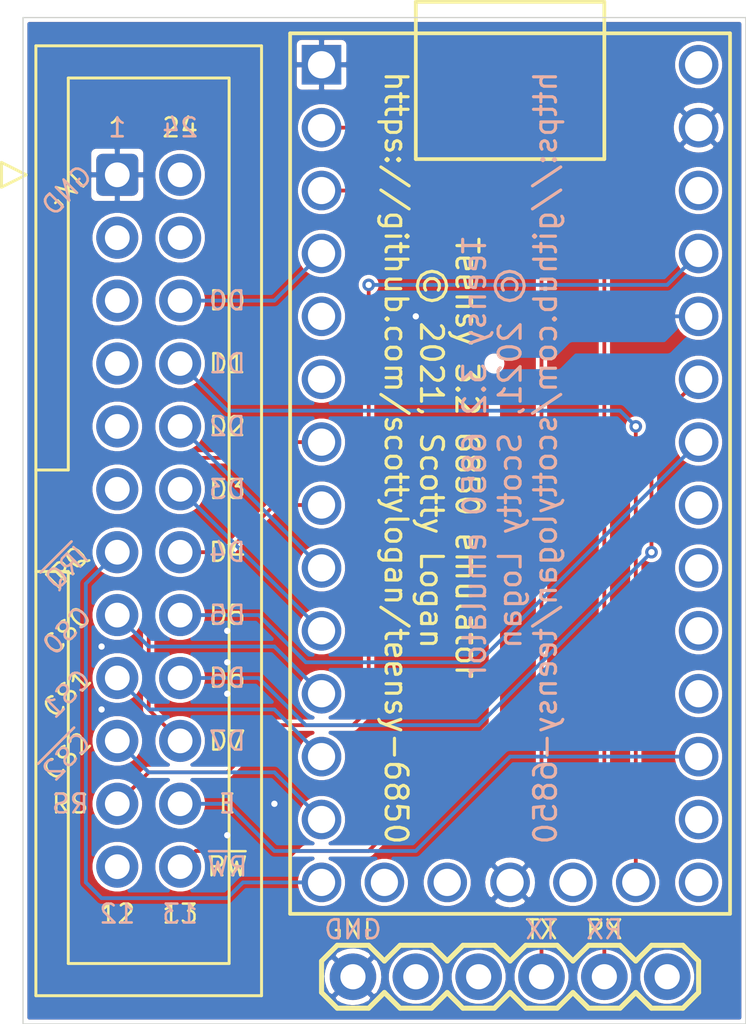
<source format=kicad_pcb>
(kicad_pcb (version 20171130) (host pcbnew "(5.1.10-1-10_14)")

  (general
    (thickness 1.6)
    (drawings 52)
    (tracks 78)
    (zones 0)
    (modules 3)
    (nets 43)
  )

  (page USLetter)
  (title_block
    (title "Teensy 3.2 6850 Emulator")
    (date 2021-05-23)
    (rev 1.0)
    (comment 1 teensy-6850)
    (comment 2 "Simple emulator to replace Motorola 6850")
  )

  (layers
    (0 F.Cu signal)
    (31 B.Cu signal)
    (32 B.Adhes user)
    (33 F.Adhes user)
    (34 B.Paste user)
    (35 F.Paste user)
    (36 B.SilkS user)
    (37 F.SilkS user)
    (38 B.Mask user)
    (39 F.Mask user)
    (40 Dwgs.User user)
    (41 Cmts.User user)
    (42 Eco1.User user)
    (43 Eco2.User user)
    (44 Edge.Cuts user)
    (45 Margin user)
    (46 B.CrtYd user)
    (47 F.CrtYd user)
    (48 B.Fab user)
    (49 F.Fab user)
  )

  (setup
    (last_trace_width 0.1524)
    (trace_clearance 0.1524)
    (zone_clearance 0.508)
    (zone_45_only no)
    (trace_min 0.1524)
    (via_size 0.508)
    (via_drill 0.254)
    (via_min_size 0.508)
    (via_min_drill 0.254)
    (uvia_size 0.3)
    (uvia_drill 0.1)
    (uvias_allowed no)
    (uvia_min_size 0.2)
    (uvia_min_drill 0.1)
    (edge_width 0.05)
    (segment_width 0.2)
    (pcb_text_width 0.3)
    (pcb_text_size 1.5 1.5)
    (mod_edge_width 0.12)
    (mod_text_size 1 1)
    (mod_text_width 0.15)
    (pad_size 1.524 1.524)
    (pad_drill 0.762)
    (pad_to_mask_clearance 0)
    (aux_axis_origin 0 0)
    (visible_elements FFFFFF7F)
    (pcbplotparams
      (layerselection 0x010fc_ffffffff)
      (usegerberextensions false)
      (usegerberattributes true)
      (usegerberadvancedattributes true)
      (creategerberjobfile true)
      (excludeedgelayer true)
      (linewidth 0.100000)
      (plotframeref false)
      (viasonmask false)
      (mode 1)
      (useauxorigin false)
      (hpglpennumber 1)
      (hpglpenspeed 20)
      (hpglpendiameter 15.000000)
      (psnegative false)
      (psa4output false)
      (plotreference true)
      (plotvalue true)
      (plotinvisibletext false)
      (padsonsilk false)
      (subtractmaskfromsilk false)
      (outputformat 1)
      (mirror false)
      (drillshape 1)
      (scaleselection 1)
      (outputdirectory ""))
  )

  (net 0 "")
  (net 1 "Net-(U1-Pad24)")
  (net 2 "Net-(U1-Pad23)")
  (net 3 /RS)
  (net 4 /D0)
  (net 5 /CS1)
  (net 6 /D1)
  (net 7 /~CS2)
  (net 8 /D2)
  (net 9 /CS0)
  (net 10 /D3)
  (net 11 /~IRQ)
  (net 12 /D4)
  (net 13 "Net-(U1-Pad6)")
  (net 14 /D5)
  (net 15 "Net-(U1-Pad5)")
  (net 16 /D6)
  (net 17 /D7)
  (net 18 /E)
  (net 19 /R~W)
  (net 20 GND)
  (net 21 /TX)
  (net 22 /RX)
  (net 23 "Net-(J2-PadDTR)")
  (net 24 "Net-(J2-PadCTS)")
  (net 25 "Net-(U1-Pad33)")
  (net 26 "Net-(U1-Pad31)")
  (net 27 "Net-(U1-Pad26)")
  (net 28 "Net-(U1-Pad25)")
  (net 29 "Net-(U1-Pad21)")
  (net 30 "Net-(U1-Pad15)")
  (net 31 "Net-(U1-Pad16)")
  (net 32 "Net-(U1-Pad20)")
  (net 33 "Net-(U1-Pad18)")
  (net 34 "Net-(J2-PadVCC)")
  (net 35 "Net-(J1-Pad4)")
  (net 36 "Net-(J1-Pad2)")
  (net 37 "Net-(J1-Pad23)")
  (net 38 "Net-(J1-Pad11)")
  (net 39 "Net-(J1-Pad9)")
  (net 40 "Net-(J1-Pad7)")
  (net 41 "Net-(J1-Pad5)")
  (net 42 "Net-(J1-Pad3)")

  (net_class Default "This is the default net class."
    (clearance 0.1524)
    (trace_width 0.1524)
    (via_dia 0.508)
    (via_drill 0.254)
    (uvia_dia 0.3)
    (uvia_drill 0.1)
    (add_net /CS0)
    (add_net /CS1)
    (add_net /D0)
    (add_net /D1)
    (add_net /D2)
    (add_net /D3)
    (add_net /D4)
    (add_net /D5)
    (add_net /D6)
    (add_net /D7)
    (add_net /E)
    (add_net /RS)
    (add_net /RX)
    (add_net /R~W)
    (add_net /TX)
    (add_net /~CS2)
    (add_net /~IRQ)
    (add_net GND)
    (add_net "Net-(J1-Pad11)")
    (add_net "Net-(J1-Pad2)")
    (add_net "Net-(J1-Pad23)")
    (add_net "Net-(J1-Pad3)")
    (add_net "Net-(J1-Pad4)")
    (add_net "Net-(J1-Pad5)")
    (add_net "Net-(J1-Pad7)")
    (add_net "Net-(J1-Pad9)")
    (add_net "Net-(J2-PadCTS)")
    (add_net "Net-(J2-PadDTR)")
    (add_net "Net-(J2-PadVCC)")
    (add_net "Net-(U1-Pad15)")
    (add_net "Net-(U1-Pad16)")
    (add_net "Net-(U1-Pad18)")
    (add_net "Net-(U1-Pad20)")
    (add_net "Net-(U1-Pad21)")
    (add_net "Net-(U1-Pad23)")
    (add_net "Net-(U1-Pad24)")
    (add_net "Net-(U1-Pad25)")
    (add_net "Net-(U1-Pad26)")
    (add_net "Net-(U1-Pad31)")
    (add_net "Net-(U1-Pad33)")
    (add_net "Net-(U1-Pad5)")
    (add_net "Net-(U1-Pad6)")
  )

  (module Connectors:FTDI_BASIC (layer F.Cu) (tedit 200000) (tstamp 60AAAA5C)
    (at 76.835 89.535 180)
    (descr "FTDI BASIC")
    (tags "FTDI BASIC")
    (path /60B1138A)
    (attr virtual)
    (fp_text reference J2 (at 6.35 -1.9558) (layer F.Fab) hide
      (effects (font (size 0.6096 0.6096) (thickness 0.127)))
    )
    (fp_text value 6_PIN_SERIAL_CABLEPTH (at 6.35 2.032) (layer F.Fab) hide
      (effects (font (size 0.6096 0.6096) (thickness 0.127)))
    )
    (fp_text user BLK (at 12.7 -3.81 90) (layer F.Fab) hide
      (effects (font (size 1.27 1.27) (thickness 0.1016)))
    )
    (fp_text user GRN (at 0 -3.81 90) (layer F.Fab) hide
      (effects (font (size 1.27 1.27) (thickness 0.1016)))
    )
    (fp_line (start 12.446 0.254) (end 12.954 0.254) (layer Dwgs.User) (width 0.06604))
    (fp_line (start 12.954 0.254) (end 12.954 -0.254) (layer Dwgs.User) (width 0.06604))
    (fp_line (start 12.446 -0.254) (end 12.954 -0.254) (layer Dwgs.User) (width 0.06604))
    (fp_line (start 12.446 0.254) (end 12.446 -0.254) (layer Dwgs.User) (width 0.06604))
    (fp_line (start 9.906 0.254) (end 10.414 0.254) (layer Dwgs.User) (width 0.06604))
    (fp_line (start 10.414 0.254) (end 10.414 -0.254) (layer Dwgs.User) (width 0.06604))
    (fp_line (start 9.906 -0.254) (end 10.414 -0.254) (layer Dwgs.User) (width 0.06604))
    (fp_line (start 9.906 0.254) (end 9.906 -0.254) (layer Dwgs.User) (width 0.06604))
    (fp_line (start 7.366 0.254) (end 7.874 0.254) (layer Dwgs.User) (width 0.06604))
    (fp_line (start 7.874 0.254) (end 7.874 -0.254) (layer Dwgs.User) (width 0.06604))
    (fp_line (start 7.366 -0.254) (end 7.874 -0.254) (layer Dwgs.User) (width 0.06604))
    (fp_line (start 7.366 0.254) (end 7.366 -0.254) (layer Dwgs.User) (width 0.06604))
    (fp_line (start 4.826 0.254) (end 5.334 0.254) (layer Dwgs.User) (width 0.06604))
    (fp_line (start 5.334 0.254) (end 5.334 -0.254) (layer Dwgs.User) (width 0.06604))
    (fp_line (start 4.826 -0.254) (end 5.334 -0.254) (layer Dwgs.User) (width 0.06604))
    (fp_line (start 4.826 0.254) (end 4.826 -0.254) (layer Dwgs.User) (width 0.06604))
    (fp_line (start 2.286 0.254) (end 2.794 0.254) (layer Dwgs.User) (width 0.06604))
    (fp_line (start 2.794 0.254) (end 2.794 -0.254) (layer Dwgs.User) (width 0.06604))
    (fp_line (start 2.286 -0.254) (end 2.794 -0.254) (layer Dwgs.User) (width 0.06604))
    (fp_line (start 2.286 0.254) (end 2.286 -0.254) (layer Dwgs.User) (width 0.06604))
    (fp_line (start -0.254 0.254) (end 0.254 0.254) (layer Dwgs.User) (width 0.06604))
    (fp_line (start 0.254 0.254) (end 0.254 -0.254) (layer Dwgs.User) (width 0.06604))
    (fp_line (start -0.254 -0.254) (end 0.254 -0.254) (layer Dwgs.User) (width 0.06604))
    (fp_line (start -0.254 0.254) (end -0.254 -0.254) (layer Dwgs.User) (width 0.06604))
    (fp_line (start 11.43 -0.635) (end 12.065 -1.27) (layer F.SilkS) (width 0.2032))
    (fp_line (start 12.065 -1.27) (end 13.335 -1.27) (layer F.SilkS) (width 0.2032))
    (fp_line (start 13.335 -1.27) (end 13.97 -0.635) (layer F.SilkS) (width 0.2032))
    (fp_line (start 13.97 0.635) (end 13.335 1.27) (layer F.SilkS) (width 0.2032))
    (fp_line (start 13.335 1.27) (end 12.065 1.27) (layer F.SilkS) (width 0.2032))
    (fp_line (start 12.065 1.27) (end 11.43 0.635) (layer F.SilkS) (width 0.2032))
    (fp_line (start 6.985 -1.27) (end 8.255 -1.27) (layer F.SilkS) (width 0.2032))
    (fp_line (start 8.255 -1.27) (end 8.89 -0.635) (layer F.SilkS) (width 0.2032))
    (fp_line (start 8.89 0.635) (end 8.255 1.27) (layer F.SilkS) (width 0.2032))
    (fp_line (start 8.89 -0.635) (end 9.525 -1.27) (layer F.SilkS) (width 0.2032))
    (fp_line (start 9.525 -1.27) (end 10.795 -1.27) (layer F.SilkS) (width 0.2032))
    (fp_line (start 10.795 -1.27) (end 11.43 -0.635) (layer F.SilkS) (width 0.2032))
    (fp_line (start 11.43 0.635) (end 10.795 1.27) (layer F.SilkS) (width 0.2032))
    (fp_line (start 10.795 1.27) (end 9.525 1.27) (layer F.SilkS) (width 0.2032))
    (fp_line (start 9.525 1.27) (end 8.89 0.635) (layer F.SilkS) (width 0.2032))
    (fp_line (start 3.81 -0.635) (end 4.445 -1.27) (layer F.SilkS) (width 0.2032))
    (fp_line (start 4.445 -1.27) (end 5.715 -1.27) (layer F.SilkS) (width 0.2032))
    (fp_line (start 5.715 -1.27) (end 6.35 -0.635) (layer F.SilkS) (width 0.2032))
    (fp_line (start 6.35 0.635) (end 5.715 1.27) (layer F.SilkS) (width 0.2032))
    (fp_line (start 5.715 1.27) (end 4.445 1.27) (layer F.SilkS) (width 0.2032))
    (fp_line (start 4.445 1.27) (end 3.81 0.635) (layer F.SilkS) (width 0.2032))
    (fp_line (start 6.985 -1.27) (end 6.35 -0.635) (layer F.SilkS) (width 0.2032))
    (fp_line (start 6.35 0.635) (end 6.985 1.27) (layer F.SilkS) (width 0.2032))
    (fp_line (start 8.255 1.27) (end 6.985 1.27) (layer F.SilkS) (width 0.2032))
    (fp_line (start -0.635 -1.27) (end 0.635 -1.27) (layer F.SilkS) (width 0.2032))
    (fp_line (start 0.635 -1.27) (end 1.27 -0.635) (layer F.SilkS) (width 0.2032))
    (fp_line (start 1.27 0.635) (end 0.635 1.27) (layer F.SilkS) (width 0.2032))
    (fp_line (start 1.27 -0.635) (end 1.905 -1.27) (layer F.SilkS) (width 0.2032))
    (fp_line (start 1.905 -1.27) (end 3.175 -1.27) (layer F.SilkS) (width 0.2032))
    (fp_line (start 3.175 -1.27) (end 3.81 -0.635) (layer F.SilkS) (width 0.2032))
    (fp_line (start 3.81 0.635) (end 3.175 1.27) (layer F.SilkS) (width 0.2032))
    (fp_line (start 3.175 1.27) (end 1.905 1.27) (layer F.SilkS) (width 0.2032))
    (fp_line (start 1.905 1.27) (end 1.27 0.635) (layer F.SilkS) (width 0.2032))
    (fp_line (start -1.27 -0.635) (end -1.27 0.635) (layer F.SilkS) (width 0.2032))
    (fp_line (start -0.635 -1.27) (end -1.27 -0.635) (layer F.SilkS) (width 0.2032))
    (fp_line (start -1.27 0.635) (end -0.635 1.27) (layer F.SilkS) (width 0.2032))
    (fp_line (start 0.635 1.27) (end -0.635 1.27) (layer F.SilkS) (width 0.2032))
    (fp_line (start 13.97 -0.635) (end 13.97 0.635) (layer F.SilkS) (width 0.2032))
    (pad VCC thru_hole circle (at 7.62 0 180) (size 1.8796 1.8796) (drill 1.016) (layers *.Cu *.Mask)
      (net 34 "Net-(J2-PadVCC)") (solder_mask_margin 0.1016))
    (pad TXO thru_hole circle (at 5.08 0 180) (size 1.8796 1.8796) (drill 1.016) (layers *.Cu *.Mask)
      (net 21 /TX) (solder_mask_margin 0.1016))
    (pad RXI thru_hole circle (at 2.54 0 180) (size 1.8796 1.8796) (drill 1.016) (layers *.Cu *.Mask)
      (net 22 /RX) (solder_mask_margin 0.1016))
    (pad GND thru_hole circle (at 12.7 0 180) (size 1.8796 1.8796) (drill 1.016) (layers *.Cu *.Mask)
      (net 20 GND) (solder_mask_margin 0.1016))
    (pad DTR thru_hole circle (at 0 0 180) (size 1.8796 1.8796) (drill 1.016) (layers *.Cu *.Mask)
      (net 23 "Net-(J2-PadDTR)") (solder_mask_margin 0.1016))
    (pad CTS thru_hole circle (at 10.16 0 180) (size 1.8796 1.8796) (drill 1.016) (layers *.Cu *.Mask)
      (net 24 "Net-(J2-PadCTS)") (solder_mask_margin 0.1016))
  )

  (module scotty-kicad-footprints:Teensy32 (layer F.Cu) (tedit 60AAC78D) (tstamp 60AAAAAE)
    (at 70.485 69.215 270)
    (path /60B28003)
    (fp_text reference U1 (at 0 -1.27 90) (layer F.SilkS) hide
      (effects (font (size 1 1) (thickness 0.15)))
    )
    (fp_text value Teensy3.2 (at 0 5.08 270) (layer F.Fab) hide
      (effects (font (size 1 1) (thickness 0.15)))
    )
    (fp_line (start -17.78 8.89) (end -17.78 -8.89) (layer F.SilkS) (width 0.15))
    (fp_line (start 17.78 8.89) (end -17.78 8.89) (layer F.SilkS) (width 0.15))
    (fp_line (start 17.78 -8.89) (end 17.78 8.89) (layer F.SilkS) (width 0.15))
    (fp_line (start -17.78 -8.89) (end 17.78 -8.89) (layer F.SilkS) (width 0.15))
    (fp_line (start -12.7 3.81) (end -17.78 3.81) (layer F.SilkS) (width 0.15))
    (fp_line (start -12.7 -3.81) (end -17.78 -3.81) (layer F.SilkS) (width 0.15))
    (fp_line (start -12.7 3.81) (end -12.7 -3.81) (layer F.SilkS) (width 0.15))
    (fp_line (start -19.05 -3.81) (end -17.78 -3.81) (layer F.SilkS) (width 0.15))
    (fp_line (start -19.05 3.81) (end -19.05 -3.81) (layer F.SilkS) (width 0.15))
    (fp_line (start -17.78 3.81) (end -19.05 3.81) (layer F.SilkS) (width 0.15))
    (pad 1 thru_hole rect (at -16.51 7.62 270) (size 1.6 1.6) (drill 1.1) (layers *.Cu *.Mask)
      (net 20 GND))
    (pad 2 thru_hole circle (at -13.97 7.62 270) (size 1.6 1.6) (drill 1.1) (layers *.Cu *.Mask)
      (net 22 /RX))
    (pad 3 thru_hole circle (at -11.43 7.62 270) (size 1.6 1.6) (drill 1.1) (layers *.Cu *.Mask)
      (net 21 /TX))
    (pad 4 thru_hole circle (at -8.89 7.62 270) (size 1.6 1.6) (drill 1.1) (layers *.Cu *.Mask)
      (net 4 /D0))
    (pad 5 thru_hole circle (at -6.35 7.62 270) (size 1.6 1.6) (drill 1.1) (layers *.Cu *.Mask)
      (net 15 "Net-(U1-Pad5)"))
    (pad 6 thru_hole circle (at -3.81 7.62 270) (size 1.6 1.6) (drill 1.1) (layers *.Cu *.Mask)
      (net 13 "Net-(U1-Pad6)"))
    (pad 7 thru_hole circle (at -1.27 7.62 270) (size 1.6 1.6) (drill 1.1) (layers *.Cu *.Mask)
      (net 17 /D7))
    (pad 8 thru_hole circle (at 1.27 7.62 270) (size 1.6 1.6) (drill 1.1) (layers *.Cu *.Mask)
      (net 12 /D4))
    (pad 9 thru_hole circle (at 3.81 7.62 270) (size 1.6 1.6) (drill 1.1) (layers *.Cu *.Mask)
      (net 8 /D2))
    (pad 10 thru_hole circle (at 6.35 7.62 270) (size 1.6 1.6) (drill 1.1) (layers *.Cu *.Mask)
      (net 10 /D3))
    (pad 11 thru_hole circle (at 8.89 7.62 270) (size 1.6 1.6) (drill 1.1) (layers *.Cu *.Mask)
      (net 9 /CS0))
    (pad 12 thru_hole circle (at 11.43 7.62 270) (size 1.6 1.6) (drill 1.1) (layers *.Cu *.Mask)
      (net 5 /CS1))
    (pad 13 thru_hole circle (at 13.97 7.62 270) (size 1.6 1.6) (drill 1.1) (layers *.Cu *.Mask)
      (net 7 /~CS2))
    (pad 33 thru_hole circle (at -16.51 -7.62 270) (size 1.6 1.6) (drill 1.1) (layers *.Cu *.Mask)
      (net 25 "Net-(U1-Pad33)"))
    (pad 32 thru_hole circle (at -13.97 -7.62 270) (size 1.6 1.6) (drill 1.1) (layers *.Cu *.Mask)
      (net 20 GND))
    (pad 31 thru_hole circle (at -11.43 -7.62 270) (size 1.6 1.6) (drill 1.1) (layers *.Cu *.Mask)
      (net 26 "Net-(U1-Pad31)"))
    (pad 30 thru_hole circle (at -8.89 -7.62 270) (size 1.6 1.6) (drill 1.1) (layers *.Cu *.Mask)
      (net 3 /RS))
    (pad 29 thru_hole circle (at -6.35 -7.62 270) (size 1.6 1.6) (drill 1.1) (layers *.Cu *.Mask)
      (net 19 /R~W))
    (pad 28 thru_hole circle (at -3.81 -7.62 270) (size 1.6 1.6) (drill 1.1) (layers *.Cu *.Mask)
      (net 16 /D6))
    (pad 27 thru_hole circle (at -1.27 -7.62 270) (size 1.6 1.6) (drill 1.1) (layers *.Cu *.Mask)
      (net 14 /D5))
    (pad 26 thru_hole circle (at 1.27 -7.62 270) (size 1.6 1.6) (drill 1.1) (layers *.Cu *.Mask)
      (net 27 "Net-(U1-Pad26)"))
    (pad 25 thru_hole circle (at 3.81 -7.62 270) (size 1.6 1.6) (drill 1.1) (layers *.Cu *.Mask)
      (net 28 "Net-(U1-Pad25)"))
    (pad 24 thru_hole circle (at 6.35 -7.62 270) (size 1.6 1.6) (drill 1.1) (layers *.Cu *.Mask)
      (net 1 "Net-(U1-Pad24)"))
    (pad 23 thru_hole circle (at 8.89 -7.62 270) (size 1.6 1.6) (drill 1.1) (layers *.Cu *.Mask)
      (net 2 "Net-(U1-Pad23)"))
    (pad 22 thru_hole circle (at 11.43 -7.62 270) (size 1.6 1.6) (drill 1.1) (layers *.Cu *.Mask)
      (net 18 /E))
    (pad 21 thru_hole circle (at 13.97 -7.62 270) (size 1.6 1.6) (drill 1.1) (layers *.Cu *.Mask)
      (net 29 "Net-(U1-Pad21)"))
    (pad 14 thru_hole circle (at 16.51 7.62 270) (size 1.6 1.6) (drill 1.1) (layers *.Cu *.Mask)
      (net 11 /~IRQ))
    (pad 15 thru_hole circle (at 16.51 5.08 270) (size 1.6 1.6) (drill 1.1) (layers *.Cu *.Mask)
      (net 30 "Net-(U1-Pad15)"))
    (pad 16 thru_hole circle (at 16.51 2.54 270) (size 1.6 1.6) (drill 1.1) (layers *.Cu *.Mask)
      (net 31 "Net-(U1-Pad16)"))
    (pad 20 thru_hole circle (at 16.51 -7.62 270) (size 1.6 1.6) (drill 1.1) (layers *.Cu *.Mask)
      (net 32 "Net-(U1-Pad20)"))
    (pad 19 thru_hole circle (at 16.51 -5.08 270) (size 1.6 1.6) (drill 1.1) (layers *.Cu *.Mask)
      (net 6 /D1))
    (pad 18 thru_hole circle (at 16.51 -2.54 270) (size 1.6 1.6) (drill 1.1) (layers *.Cu *.Mask)
      (net 33 "Net-(U1-Pad18)"))
    (pad 17 thru_hole circle (at 16.51 0 270) (size 1.6 1.6) (drill 1.1) (layers *.Cu *.Mask)
      (net 20 GND))
  )

  (module Connector_IDC:IDC-Header_2x12_P2.54mm_Vertical (layer F.Cu) (tedit 5EAC9A07) (tstamp 60AADC4E)
    (at 54.61 57.15)
    (descr "Through hole IDC box header, 2x12, 2.54mm pitch, DIN 41651 / IEC 60603-13, double rows, https://docs.google.com/spreadsheets/d/16SsEcesNF15N3Lb4niX7dcUr-NY5_MFPQhobNuNppn4/edit#gid=0")
    (tags "Through hole vertical IDC box header THT 2x12 2.54mm double row")
    (path /60B96100)
    (fp_text reference J1 (at 1.27 -6.1) (layer F.SilkS) hide
      (effects (font (size 1 1) (thickness 0.15)))
    )
    (fp_text value Conn_02x12_Odd_Even (at 1.27 34.04) (layer F.Fab) hide
      (effects (font (size 1 1) (thickness 0.15)))
    )
    (fp_text user %R (at 1.27 13.97 90) (layer F.Fab)
      (effects (font (size 1 1) (thickness 0.15)))
    )
    (fp_line (start -3.18 -4.1) (end -2.18 -5.1) (layer F.Fab) (width 0.1))
    (fp_line (start -2.18 -5.1) (end 5.72 -5.1) (layer F.Fab) (width 0.1))
    (fp_line (start 5.72 -5.1) (end 5.72 33.04) (layer F.Fab) (width 0.1))
    (fp_line (start 5.72 33.04) (end -3.18 33.04) (layer F.Fab) (width 0.1))
    (fp_line (start -3.18 33.04) (end -3.18 -4.1) (layer F.Fab) (width 0.1))
    (fp_line (start -3.18 11.92) (end -1.98 11.92) (layer F.Fab) (width 0.1))
    (fp_line (start -1.98 11.92) (end -1.98 -3.91) (layer F.Fab) (width 0.1))
    (fp_line (start -1.98 -3.91) (end 4.52 -3.91) (layer F.Fab) (width 0.1))
    (fp_line (start 4.52 -3.91) (end 4.52 31.85) (layer F.Fab) (width 0.1))
    (fp_line (start 4.52 31.85) (end -1.98 31.85) (layer F.Fab) (width 0.1))
    (fp_line (start -1.98 31.85) (end -1.98 16.02) (layer F.Fab) (width 0.1))
    (fp_line (start -1.98 16.02) (end -1.98 16.02) (layer F.Fab) (width 0.1))
    (fp_line (start -1.98 16.02) (end -3.18 16.02) (layer F.Fab) (width 0.1))
    (fp_line (start -3.29 -5.21) (end 5.83 -5.21) (layer F.SilkS) (width 0.12))
    (fp_line (start 5.83 -5.21) (end 5.83 33.15) (layer F.SilkS) (width 0.12))
    (fp_line (start 5.83 33.15) (end -3.29 33.15) (layer F.SilkS) (width 0.12))
    (fp_line (start -3.29 33.15) (end -3.29 -5.21) (layer F.SilkS) (width 0.12))
    (fp_line (start -3.29 11.92) (end -1.98 11.92) (layer F.SilkS) (width 0.12))
    (fp_line (start -1.98 11.92) (end -1.98 -3.91) (layer F.SilkS) (width 0.12))
    (fp_line (start -1.98 -3.91) (end 4.52 -3.91) (layer F.SilkS) (width 0.12))
    (fp_line (start 4.52 -3.91) (end 4.52 31.85) (layer F.SilkS) (width 0.12))
    (fp_line (start 4.52 31.85) (end -1.98 31.85) (layer F.SilkS) (width 0.12))
    (fp_line (start -1.98 31.85) (end -1.98 16.02) (layer F.SilkS) (width 0.12))
    (fp_line (start -1.98 16.02) (end -1.98 16.02) (layer F.SilkS) (width 0.12))
    (fp_line (start -1.98 16.02) (end -3.29 16.02) (layer F.SilkS) (width 0.12))
    (fp_line (start -3.68 0) (end -4.68 -0.5) (layer F.SilkS) (width 0.12))
    (fp_line (start -4.68 -0.5) (end -4.68 0.5) (layer F.SilkS) (width 0.12))
    (fp_line (start -4.68 0.5) (end -3.68 0) (layer F.SilkS) (width 0.12))
    (fp_line (start -3.68 -5.6) (end -3.68 33.54) (layer F.CrtYd) (width 0.05))
    (fp_line (start -3.68 33.54) (end 6.22 33.54) (layer F.CrtYd) (width 0.05))
    (fp_line (start 6.22 33.54) (end 6.22 -5.6) (layer F.CrtYd) (width 0.05))
    (fp_line (start 6.22 -5.6) (end -3.68 -5.6) (layer F.CrtYd) (width 0.05))
    (pad 24 thru_hole circle (at 2.54 27.94) (size 1.7 1.7) (drill 1) (layers *.Cu *.Mask)
      (net 19 /R~W))
    (pad 22 thru_hole circle (at 2.54 25.4) (size 1.7 1.7) (drill 1) (layers *.Cu *.Mask)
      (net 18 /E))
    (pad 20 thru_hole circle (at 2.54 22.86) (size 1.7 1.7) (drill 1) (layers *.Cu *.Mask)
      (net 17 /D7))
    (pad 18 thru_hole circle (at 2.54 20.32) (size 1.7 1.7) (drill 1) (layers *.Cu *.Mask)
      (net 16 /D6))
    (pad 16 thru_hole circle (at 2.54 17.78) (size 1.7 1.7) (drill 1) (layers *.Cu *.Mask)
      (net 14 /D5))
    (pad 14 thru_hole circle (at 2.54 15.24) (size 1.7 1.7) (drill 1) (layers *.Cu *.Mask)
      (net 12 /D4))
    (pad 12 thru_hole circle (at 2.54 12.7) (size 1.7 1.7) (drill 1) (layers *.Cu *.Mask)
      (net 10 /D3))
    (pad 10 thru_hole circle (at 2.54 10.16) (size 1.7 1.7) (drill 1) (layers *.Cu *.Mask)
      (net 8 /D2))
    (pad 8 thru_hole circle (at 2.54 7.62) (size 1.7 1.7) (drill 1) (layers *.Cu *.Mask)
      (net 6 /D1))
    (pad 6 thru_hole circle (at 2.54 5.08) (size 1.7 1.7) (drill 1) (layers *.Cu *.Mask)
      (net 4 /D0))
    (pad 4 thru_hole circle (at 2.54 2.54) (size 1.7 1.7) (drill 1) (layers *.Cu *.Mask)
      (net 35 "Net-(J1-Pad4)"))
    (pad 2 thru_hole circle (at 2.54 0) (size 1.7 1.7) (drill 1) (layers *.Cu *.Mask)
      (net 36 "Net-(J1-Pad2)"))
    (pad 23 thru_hole circle (at 0 27.94) (size 1.7 1.7) (drill 1) (layers *.Cu *.Mask)
      (net 37 "Net-(J1-Pad23)"))
    (pad 21 thru_hole circle (at 0 25.4) (size 1.7 1.7) (drill 1) (layers *.Cu *.Mask)
      (net 3 /RS))
    (pad 19 thru_hole circle (at 0 22.86) (size 1.7 1.7) (drill 1) (layers *.Cu *.Mask)
      (net 7 /~CS2))
    (pad 17 thru_hole circle (at 0 20.32) (size 1.7 1.7) (drill 1) (layers *.Cu *.Mask)
      (net 5 /CS1))
    (pad 15 thru_hole circle (at 0 17.78) (size 1.7 1.7) (drill 1) (layers *.Cu *.Mask)
      (net 9 /CS0))
    (pad 13 thru_hole circle (at 0 15.24) (size 1.7 1.7) (drill 1) (layers *.Cu *.Mask)
      (net 11 /~IRQ))
    (pad 11 thru_hole circle (at 0 12.7) (size 1.7 1.7) (drill 1) (layers *.Cu *.Mask)
      (net 38 "Net-(J1-Pad11)"))
    (pad 9 thru_hole circle (at 0 10.16) (size 1.7 1.7) (drill 1) (layers *.Cu *.Mask)
      (net 39 "Net-(J1-Pad9)"))
    (pad 7 thru_hole circle (at 0 7.62) (size 1.7 1.7) (drill 1) (layers *.Cu *.Mask)
      (net 40 "Net-(J1-Pad7)"))
    (pad 5 thru_hole circle (at 0 5.08) (size 1.7 1.7) (drill 1) (layers *.Cu *.Mask)
      (net 41 "Net-(J1-Pad5)"))
    (pad 3 thru_hole circle (at 0 2.54) (size 1.7 1.7) (drill 1) (layers *.Cu *.Mask)
      (net 42 "Net-(J1-Pad3)"))
    (pad 1 thru_hole roundrect (at 0 0) (size 1.7 1.7) (drill 1) (layers *.Cu *.Mask) (roundrect_rratio 0.147059)
      (net 20 GND))
    (model ${KISYS3DMOD}/Connector_IDC.3dshapes/IDC-Header_2x12_P2.54mm_Vertical.wrl
      (at (xyz 0 0 0))
      (scale (xyz 1 1 1))
      (rotate (xyz 0 0 0))
    )
  )

  (gr_text "Teensy 3.2 6850 emulator\n© 2021, Scotty Logan\nhttps://github.com/scottylogan/teensy-6850" (at 67.31 68.58 270) (layer F.SilkS) (tstamp 60AB0609)
    (effects (font (size 0.889 0.889) (thickness 0.127)))
  )
  (gr_text D0 (at 59.055 62.23) (layer F.SilkS) (tstamp 60AAE8FE)
    (effects (font (size 0.762 0.762) (thickness 0.1016)))
  )
  (gr_text D1 (at 59.055 64.77) (layer F.SilkS) (tstamp 60AAE8F6)
    (effects (font (size 0.762 0.762) (thickness 0.1016)))
  )
  (gr_text D2 (at 59.055 67.31) (layer F.SilkS) (tstamp 60AAE8EA)
    (effects (font (size 0.762 0.762) (thickness 0.1016)))
  )
  (gr_text D3 (at 59.055 69.85) (layer F.SilkS) (tstamp 60AAE8E2)
    (effects (font (size 0.762 0.762) (thickness 0.1016)))
  )
  (gr_text D4 (at 59.055 72.39) (layer F.SilkS) (tstamp 60AAE8D9)
    (effects (font (size 0.762 0.762) (thickness 0.1016)))
  )
  (gr_text D5 (at 59.055 74.93) (layer F.SilkS) (tstamp 60AAE8D1)
    (effects (font (size 0.762 0.762) (thickness 0.1016)))
  )
  (gr_text D6 (at 59.055 77.47) (layer F.SilkS) (tstamp 60AAE8C9)
    (effects (font (size 0.762 0.762) (thickness 0.1016)))
  )
  (gr_text D7 (at 59.055 80.01) (layer F.SilkS) (tstamp 60AAE8B7)
    (effects (font (size 0.762 0.762) (thickness 0.1016)))
  )
  (gr_text E (at 59.055 82.55) (layer F.SilkS) (tstamp 60AAE8AF)
    (effects (font (size 0.762 0.762) (thickness 0.1016)))
  )
  (gr_text R~W (at 59.055 85.09) (layer F.SilkS) (tstamp 60AAE8A7)
    (effects (font (size 0.762 0.762) (thickness 0.1016)))
  )
  (gr_text 13 (at 57.15 86.995) (layer F.SilkS) (tstamp 60AAE89F)
    (effects (font (size 0.762 0.762) (thickness 0.1016)))
  )
  (gr_text 12 (at 54.61 86.995) (layer F.SilkS) (tstamp 60AAE897)
    (effects (font (size 0.762 0.762) (thickness 0.1016)))
  )
  (gr_text RS (at 52.705 82.55) (layer F.SilkS) (tstamp 60AAE88D)
    (effects (font (size 0.762 0.762) (thickness 0.1016)))
  )
  (gr_text ~CS2 (at 52.578 80.645 45) (layer F.SilkS) (tstamp 60AAE886)
    (effects (font (size 0.762 0.762) (thickness 0.1016)))
  )
  (gr_text CS1 (at 52.578 78.105 45) (layer F.SilkS) (tstamp 60AAE87E)
    (effects (font (size 0.762 0.762) (thickness 0.1016)))
  )
  (gr_text CS0 (at 52.578 75.565 45) (layer F.SilkS) (tstamp 60AAE870)
    (effects (font (size 0.762 0.762) (thickness 0.1016)))
  )
  (gr_text ~IRQ (at 52.578 73.025 45) (layer F.SilkS) (tstamp 60AAE85C)
    (effects (font (size 0.762 0.762) (thickness 0.1016)))
  )
  (gr_text GND (at 52.578 57.785 45) (layer F.SilkS) (tstamp 60AAE851)
    (effects (font (size 0.762 0.762) (thickness 0.1016)))
  )
  (gr_text 1 (at 54.61 55.245) (layer F.SilkS) (tstamp 60AAE849)
    (effects (font (size 0.762 0.762) (thickness 0.1016)))
  )
  (gr_text 24 (at 57.15 55.245) (layer F.SilkS) (tstamp 60AAE841)
    (effects (font (size 0.762 0.762) (thickness 0.1016)))
  )
  (gr_text 13 (at 57.15 86.995) (layer B.SilkS) (tstamp 60AAE724)
    (effects (font (size 0.762 0.762) (thickness 0.1016)) (justify mirror))
  )
  (gr_text 12 (at 54.61 86.995) (layer B.SilkS) (tstamp 60AAE724)
    (effects (font (size 0.762 0.762) (thickness 0.1016)) (justify mirror))
  )
  (gr_text 24 (at 57.15 55.245) (layer B.SilkS) (tstamp 60AAE724)
    (effects (font (size 0.762 0.762) (thickness 0.1016)) (justify mirror))
  )
  (gr_text 1 (at 54.61 55.245) (layer B.SilkS) (tstamp 60AAE721)
    (effects (font (size 0.762 0.762) (thickness 0.1016)) (justify mirror))
  )
  (gr_text RX (at 74.295 87.63) (layer B.SilkS) (tstamp 60AAE71C)
    (effects (font (size 0.762 0.762) (thickness 0.1016)) (justify mirror))
  )
  (gr_text TX (at 71.755 87.63) (layer B.SilkS) (tstamp 60AAE70F)
    (effects (font (size 0.762 0.762) (thickness 0.1016)) (justify mirror))
  )
  (gr_text GND (at 64.135 87.63) (layer B.SilkS) (tstamp 60AAE70A)
    (effects (font (size 0.762 0.762) (thickness 0.1016)) (justify mirror))
  )
  (gr_text R~W (at 59.055 85.09) (layer B.SilkS) (tstamp 60AAE597)
    (effects (font (size 0.762 0.762) (thickness 0.1016)) (justify mirror))
  )
  (gr_text E (at 59.055 82.55) (layer B.SilkS) (tstamp 60AAE597)
    (effects (font (size 0.762 0.762) (thickness 0.1016)) (justify mirror))
  )
  (gr_text D7 (at 59.055 80.01) (layer B.SilkS) (tstamp 60AAE597)
    (effects (font (size 0.762 0.762) (thickness 0.1016)) (justify mirror))
  )
  (gr_text D6 (at 59.055 77.47) (layer B.SilkS) (tstamp 60AAE597)
    (effects (font (size 0.762 0.762) (thickness 0.1016)) (justify mirror))
  )
  (gr_text D5 (at 59.055 74.93) (layer B.SilkS) (tstamp 60AAE597)
    (effects (font (size 0.762 0.762) (thickness 0.1016)) (justify mirror))
  )
  (gr_text D4 (at 59.055 72.39) (layer B.SilkS) (tstamp 60AAE597)
    (effects (font (size 0.762 0.762) (thickness 0.1016)) (justify mirror))
  )
  (gr_text D3 (at 59.055 69.85) (layer B.SilkS) (tstamp 60AAE597)
    (effects (font (size 0.762 0.762) (thickness 0.1016)) (justify mirror))
  )
  (gr_text D2 (at 59.055 67.31) (layer B.SilkS) (tstamp 60AAE597)
    (effects (font (size 0.762 0.762) (thickness 0.1016)) (justify mirror))
  )
  (gr_text D1 (at 59.055 64.77) (layer B.SilkS) (tstamp 60AAE597)
    (effects (font (size 0.762 0.762) (thickness 0.1016)) (justify mirror))
  )
  (gr_text D0 (at 59.055 62.23) (layer B.SilkS) (tstamp 60AAE57A)
    (effects (font (size 0.762 0.762) (thickness 0.1016)) (justify mirror))
  )
  (gr_text RS (at 52.705 82.55) (layer B.SilkS) (tstamp 60AAE57A)
    (effects (font (size 0.762 0.762) (thickness 0.1016)) (justify mirror))
  )
  (gr_text ~CS2 (at 52.578 80.645 45) (layer B.SilkS) (tstamp 60AAE57A)
    (effects (font (size 0.762 0.762) (thickness 0.1016)) (justify mirror))
  )
  (gr_text CS1 (at 52.578 78.105 45) (layer B.SilkS) (tstamp 60AAE57A)
    (effects (font (size 0.762 0.762) (thickness 0.1016)) (justify mirror))
  )
  (gr_text CS0 (at 52.578 75.565 45) (layer B.SilkS) (tstamp 60AAE57A)
    (effects (font (size 0.762 0.762) (thickness 0.1016)) (justify mirror))
  )
  (gr_text ~IRQ (at 52.578 73.025 45) (layer B.SilkS) (tstamp 60AAE57A)
    (effects (font (size 0.762 0.762) (thickness 0.1016)) (justify mirror))
  )
  (gr_text GND (at 52.578 57.785 45) (layer B.SilkS)
    (effects (font (size 0.762 0.762) (thickness 0.1016)) (justify mirror))
  )
  (gr_text "Teensy 3.2 6850 emulator\n© 2021, Scotty Logan\nhttps://github.com/scottylogan/teensy-6850" (at 70.485 68.58 90) (layer B.SilkS)
    (effects (font (size 0.889 0.889) (thickness 0.127)) (justify mirror))
  )
  (gr_text RX (at 74.295 87.63) (layer F.SilkS) (tstamp 60AACFB9)
    (effects (font (size 0.762 0.762) (thickness 0.1016)))
  )
  (gr_text TX (at 71.755 87.63) (layer F.SilkS) (tstamp 60AACFB9)
    (effects (font (size 0.762 0.762) (thickness 0.1016)))
  )
  (gr_text GND (at 64.135 87.63) (layer F.SilkS) (tstamp 60AAD067)
    (effects (font (size 0.762 0.762) (thickness 0.1016)))
  )
  (gr_line (start 50.8 91.44) (end 50.8 50.8) (layer Edge.Cuts) (width 0.05) (tstamp 60AABA2E))
  (gr_line (start 80.01 91.44) (end 50.8 91.44) (layer Edge.Cuts) (width 0.05))
  (gr_line (start 80.01 50.8) (end 80.01 91.44) (layer Edge.Cuts) (width 0.05))
  (gr_line (start 50.8 50.8) (end 80.01 50.8) (layer Edge.Cuts) (width 0.05))

  (segment (start 76.835 61.595) (end 64.770002 61.595) (width 0.1524) (layer B.Cu) (net 3))
  (via (at 64.770002 61.595) (size 0.508) (drill 0.254) (layers F.Cu B.Cu) (net 3))
  (segment (start 78.105 60.325) (end 76.835 61.595) (width 0.1524) (layer B.Cu) (net 3))
  (segment (start 64.77 78.74) (end 64.770002 61.595) (width 0.1524) (layer F.Cu) (net 3))
  (segment (start 54.61 82.55) (end 55.88 81.28) (width 0.1524) (layer F.Cu) (net 3))
  (segment (start 55.88 81.28) (end 58.42 81.28) (width 0.1524) (layer F.Cu) (net 3))
  (segment (start 58.42 81.28) (end 59.055 81.28) (width 0.1524) (layer F.Cu) (net 3))
  (segment (start 59.055 81.28) (end 60.96 79.375) (width 0.1524) (layer F.Cu) (net 3))
  (segment (start 60.96 79.375) (end 64.135 79.375) (width 0.1524) (layer F.Cu) (net 3))
  (segment (start 64.135 79.375) (end 64.77 78.74) (width 0.1524) (layer F.Cu) (net 3))
  (segment (start 60.96 62.23) (end 62.865 60.325) (width 0.1524) (layer B.Cu) (net 4))
  (segment (start 57.15 62.23) (end 60.96 62.23) (width 0.1524) (layer B.Cu) (net 4))
  (segment (start 54.61 77.47) (end 55.88 78.74) (width 0.1524) (layer B.Cu) (net 5))
  (segment (start 55.88 78.74) (end 60.96 78.74) (width 0.1524) (layer B.Cu) (net 5))
  (segment (start 60.96 78.74) (end 62.865 80.645) (width 0.1524) (layer B.Cu) (net 5))
  (segment (start 57.15 64.77) (end 59.055 66.675) (width 0.1524) (layer B.Cu) (net 6))
  (segment (start 74.93 66.675) (end 75.565 67.31) (width 0.1524) (layer B.Cu) (net 6))
  (via (at 75.565 67.31) (size 0.508) (drill 0.254) (layers F.Cu B.Cu) (net 6))
  (segment (start 59.055 66.675) (end 74.93 66.675) (width 0.1524) (layer B.Cu) (net 6))
  (segment (start 75.565 67.31) (end 75.565 85.725) (width 0.1524) (layer F.Cu) (net 6))
  (segment (start 54.61 80.01) (end 55.88 81.28) (width 0.1524) (layer B.Cu) (net 7))
  (segment (start 55.88 81.28) (end 60.96 81.28) (width 0.1524) (layer B.Cu) (net 7))
  (segment (start 60.96 81.28) (end 62.865 83.185) (width 0.1524) (layer B.Cu) (net 7))
  (segment (start 57.15 67.31) (end 62.865 73.025) (width 0.1524) (layer B.Cu) (net 8))
  (segment (start 54.61 74.93) (end 55.88 76.2) (width 0.1524) (layer B.Cu) (net 9))
  (segment (start 60.96 76.2) (end 62.865 78.105) (width 0.1524) (layer B.Cu) (net 9))
  (segment (start 55.88 76.2) (end 60.96 76.2) (width 0.1524) (layer B.Cu) (net 9))
  (segment (start 57.15 69.85) (end 62.865 75.565) (width 0.1524) (layer B.Cu) (net 10))
  (segment (start 54.61 72.39) (end 53.34 73.66) (width 0.1524) (layer B.Cu) (net 11))
  (segment (start 53.34 73.66) (end 53.34 85.725) (width 0.1524) (layer B.Cu) (net 11))
  (segment (start 53.34 85.725) (end 53.975 86.36) (width 0.1524) (layer B.Cu) (net 11))
  (segment (start 53.975 86.36) (end 59.055 86.36) (width 0.1524) (layer B.Cu) (net 11))
  (segment (start 59.055 86.36) (end 59.69 85.725) (width 0.1524) (layer B.Cu) (net 11))
  (segment (start 59.69 85.725) (end 62.865 85.725) (width 0.1524) (layer B.Cu) (net 11))
  (segment (start 57.15 72.39) (end 59.055 72.39) (width 0.1524) (layer F.Cu) (net 12))
  (segment (start 59.055 72.39) (end 60.96 70.485) (width 0.1524) (layer F.Cu) (net 12))
  (segment (start 60.96 70.485) (end 62.865 70.485) (width 0.1524) (layer F.Cu) (net 12))
  (segment (start 62.23 76.835) (end 69.215 76.835) (width 0.1524) (layer B.Cu) (net 14))
  (segment (start 69.215 76.835) (end 78.105 67.945) (width 0.1524) (layer B.Cu) (net 14))
  (segment (start 60.325 74.93) (end 62.23 76.835) (width 0.1524) (layer B.Cu) (net 14))
  (segment (start 57.15 74.93) (end 60.325 74.93) (width 0.1524) (layer B.Cu) (net 14))
  (segment (start 57.15 77.47) (end 60.325 77.47) (width 0.1524) (layer B.Cu) (net 16))
  (segment (start 60.325 77.47) (end 62.23 79.375) (width 0.1524) (layer B.Cu) (net 16))
  (segment (start 62.23 79.375) (end 69.215 79.375) (width 0.1524) (layer B.Cu) (net 16))
  (via (at 76.2 72.39) (size 0.508) (drill 0.254) (layers F.Cu B.Cu) (net 16))
  (segment (start 69.215 79.375) (end 76.2 72.39) (width 0.1524) (layer B.Cu) (net 16))
  (segment (start 76.2 67.31) (end 78.105 65.405) (width 0.1524) (layer F.Cu) (net 16))
  (segment (start 76.2 72.39) (end 76.2 67.31) (width 0.1524) (layer F.Cu) (net 16))
  (segment (start 62.865 67.945) (end 60.96 67.945) (width 0.1524) (layer F.Cu) (net 17))
  (segment (start 60.96 67.945) (end 60.325 68.58) (width 0.1524) (layer F.Cu) (net 17))
  (segment (start 60.325 68.58) (end 56.515 68.58) (width 0.1524) (layer F.Cu) (net 17))
  (segment (start 56.515 68.58) (end 55.88 69.215) (width 0.1524) (layer F.Cu) (net 17))
  (segment (start 55.88 78.74) (end 57.15 80.01) (width 0.1524) (layer F.Cu) (net 17))
  (segment (start 55.88 69.215) (end 55.88 78.74) (width 0.1524) (layer F.Cu) (net 17))
  (segment (start 57.15 82.55) (end 59.055 82.55) (width 0.1524) (layer B.Cu) (net 18))
  (segment (start 59.055 82.55) (end 60.96 84.455) (width 0.1524) (layer B.Cu) (net 18))
  (segment (start 60.96 84.455) (end 66.675 84.455) (width 0.1524) (layer B.Cu) (net 18))
  (segment (start 70.485 80.645) (end 78.105 80.645) (width 0.1524) (layer B.Cu) (net 18))
  (segment (start 66.675 84.455) (end 70.485 80.645) (width 0.1524) (layer B.Cu) (net 18))
  (via (at 66.675 62.865) (size 0.508) (drill 0.254) (layers F.Cu B.Cu) (net 19))
  (segment (start 57.15 85.09) (end 57.785 84.455) (width 0.1524) (layer F.Cu) (net 19))
  (segment (start 57.785 84.455) (end 64.77 84.455) (width 0.1524) (layer F.Cu) (net 19))
  (segment (start 78.105 62.865) (end 66.675 62.865) (width 0.1524) (layer B.Cu) (net 19))
  (segment (start 64.77 84.455) (end 66.675 82.55) (width 0.1524) (layer F.Cu) (net 19))
  (segment (start 66.675 82.55) (end 66.675 62.865) (width 0.1524) (layer F.Cu) (net 19))
  (via (at 59.055 75.565) (size 0.508) (drill 0.254) (layers F.Cu B.Cu) (net 20))
  (via (at 59.055 76.835) (size 0.508) (drill 0.254) (layers F.Cu B.Cu) (net 20))
  (via (at 59.055 78.105) (size 0.508) (drill 0.254) (layers F.Cu B.Cu) (net 20))
  (via (at 60.96 82.55) (size 0.508) (drill 0.254) (layers F.Cu B.Cu) (net 20))
  (via (at 59.055 83.82) (size 0.508) (drill 0.254) (layers F.Cu B.Cu) (net 20))
  (via (at 53.975 76.2) (size 0.508) (drill 0.254) (layers F.Cu B.Cu) (net 20))
  (via (at 53.975 78.74) (size 0.508) (drill 0.254) (layers F.Cu B.Cu) (net 20))
  (segment (start 71.755 89.535) (end 71.755 58.42) (width 0.1524) (layer F.Cu) (net 21))
  (segment (start 71.755 58.42) (end 71.12 57.785) (width 0.1524) (layer F.Cu) (net 21))
  (segment (start 71.12 57.785) (end 62.865 57.785) (width 0.1524) (layer F.Cu) (net 21))
  (segment (start 62.865 55.245) (end 72.39 55.245) (width 0.1524) (layer F.Cu) (net 22))
  (segment (start 74.295 57.15) (end 74.295 89.535) (width 0.1524) (layer F.Cu) (net 22) (tstamp 60AAE715))
  (segment (start 72.39 55.245) (end 74.295 57.15) (width 0.1524) (layer F.Cu) (net 22))

  (zone (net 20) (net_name GND) (layer B.Cu) (tstamp 0) (hatch edge 0.508)
    (connect_pads (clearance 0.1524))
    (min_thickness 0.1524)
    (fill yes (arc_segments 32) (thermal_gap 0.2032) (thermal_bridge_width 0.2032))
    (polygon
      (pts
        (xy 80.01 91.44) (xy 50.8 91.44) (xy 50.8 50.8) (xy 80.01 50.8)
      )
    )
    (filled_polygon
      (pts
        (xy 79.756401 91.1864) (xy 51.0536 91.1864) (xy 51.0536 90.369648) (xy 63.336273 90.369648) (xy 63.435608 90.540843)
        (xy 63.645278 90.657961) (xy 63.873766 90.731923) (xy 64.112293 90.759889) (xy 64.351694 90.740782) (xy 64.582766 90.675338)
        (xy 64.796631 90.566072) (xy 64.834392 90.540843) (xy 64.933727 90.369648) (xy 64.135 89.570921) (xy 63.336273 90.369648)
        (xy 51.0536 90.369648) (xy 51.0536 89.512293) (xy 62.910111 89.512293) (xy 62.929218 89.751694) (xy 62.994662 89.982766)
        (xy 63.103928 90.196631) (xy 63.129157 90.234392) (xy 63.300352 90.333727) (xy 64.099079 89.535) (xy 64.170921 89.535)
        (xy 64.969648 90.333727) (xy 65.140843 90.234392) (xy 65.257961 90.024722) (xy 65.331923 89.796234) (xy 65.359889 89.557707)
        (xy 65.348893 89.419923) (xy 65.5066 89.419923) (xy 65.5066 89.650077) (xy 65.551501 89.87581) (xy 65.639578 90.088445)
        (xy 65.767445 90.279811) (xy 65.930189 90.442555) (xy 66.121555 90.570422) (xy 66.33419 90.658499) (xy 66.559923 90.7034)
        (xy 66.790077 90.7034) (xy 67.01581 90.658499) (xy 67.228445 90.570422) (xy 67.419811 90.442555) (xy 67.582555 90.279811)
        (xy 67.710422 90.088445) (xy 67.798499 89.87581) (xy 67.8434 89.650077) (xy 67.8434 89.419923) (xy 68.0466 89.419923)
        (xy 68.0466 89.650077) (xy 68.091501 89.87581) (xy 68.179578 90.088445) (xy 68.307445 90.279811) (xy 68.470189 90.442555)
        (xy 68.661555 90.570422) (xy 68.87419 90.658499) (xy 69.099923 90.7034) (xy 69.330077 90.7034) (xy 69.55581 90.658499)
        (xy 69.768445 90.570422) (xy 69.959811 90.442555) (xy 70.122555 90.279811) (xy 70.250422 90.088445) (xy 70.338499 89.87581)
        (xy 70.3834 89.650077) (xy 70.3834 89.419923) (xy 70.5866 89.419923) (xy 70.5866 89.650077) (xy 70.631501 89.87581)
        (xy 70.719578 90.088445) (xy 70.847445 90.279811) (xy 71.010189 90.442555) (xy 71.201555 90.570422) (xy 71.41419 90.658499)
        (xy 71.639923 90.7034) (xy 71.870077 90.7034) (xy 72.09581 90.658499) (xy 72.308445 90.570422) (xy 72.499811 90.442555)
        (xy 72.662555 90.279811) (xy 72.790422 90.088445) (xy 72.878499 89.87581) (xy 72.9234 89.650077) (xy 72.9234 89.419923)
        (xy 73.1266 89.419923) (xy 73.1266 89.650077) (xy 73.171501 89.87581) (xy 73.259578 90.088445) (xy 73.387445 90.279811)
        (xy 73.550189 90.442555) (xy 73.741555 90.570422) (xy 73.95419 90.658499) (xy 74.179923 90.7034) (xy 74.410077 90.7034)
        (xy 74.63581 90.658499) (xy 74.848445 90.570422) (xy 75.039811 90.442555) (xy 75.202555 90.279811) (xy 75.330422 90.088445)
        (xy 75.418499 89.87581) (xy 75.4634 89.650077) (xy 75.4634 89.419923) (xy 75.6666 89.419923) (xy 75.6666 89.650077)
        (xy 75.711501 89.87581) (xy 75.799578 90.088445) (xy 75.927445 90.279811) (xy 76.090189 90.442555) (xy 76.281555 90.570422)
        (xy 76.49419 90.658499) (xy 76.719923 90.7034) (xy 76.950077 90.7034) (xy 77.17581 90.658499) (xy 77.388445 90.570422)
        (xy 77.579811 90.442555) (xy 77.742555 90.279811) (xy 77.870422 90.088445) (xy 77.958499 89.87581) (xy 78.0034 89.650077)
        (xy 78.0034 89.419923) (xy 77.958499 89.19419) (xy 77.870422 88.981555) (xy 77.742555 88.790189) (xy 77.579811 88.627445)
        (xy 77.388445 88.499578) (xy 77.17581 88.411501) (xy 76.950077 88.3666) (xy 76.719923 88.3666) (xy 76.49419 88.411501)
        (xy 76.281555 88.499578) (xy 76.090189 88.627445) (xy 75.927445 88.790189) (xy 75.799578 88.981555) (xy 75.711501 89.19419)
        (xy 75.6666 89.419923) (xy 75.4634 89.419923) (xy 75.418499 89.19419) (xy 75.330422 88.981555) (xy 75.202555 88.790189)
        (xy 75.039811 88.627445) (xy 74.848445 88.499578) (xy 74.63581 88.411501) (xy 74.410077 88.3666) (xy 74.179923 88.3666)
        (xy 73.95419 88.411501) (xy 73.741555 88.499578) (xy 73.550189 88.627445) (xy 73.387445 88.790189) (xy 73.259578 88.981555)
        (xy 73.171501 89.19419) (xy 73.1266 89.419923) (xy 72.9234 89.419923) (xy 72.878499 89.19419) (xy 72.790422 88.981555)
        (xy 72.662555 88.790189) (xy 72.499811 88.627445) (xy 72.308445 88.499578) (xy 72.09581 88.411501) (xy 71.870077 88.3666)
        (xy 71.639923 88.3666) (xy 71.41419 88.411501) (xy 71.201555 88.499578) (xy 71.010189 88.627445) (xy 70.847445 88.790189)
        (xy 70.719578 88.981555) (xy 70.631501 89.19419) (xy 70.5866 89.419923) (xy 70.3834 89.419923) (xy 70.338499 89.19419)
        (xy 70.250422 88.981555) (xy 70.122555 88.790189) (xy 69.959811 88.627445) (xy 69.768445 88.499578) (xy 69.55581 88.411501)
        (xy 69.330077 88.3666) (xy 69.099923 88.3666) (xy 68.87419 88.411501) (xy 68.661555 88.499578) (xy 68.470189 88.627445)
        (xy 68.307445 88.790189) (xy 68.179578 88.981555) (xy 68.091501 89.19419) (xy 68.0466 89.419923) (xy 67.8434 89.419923)
        (xy 67.798499 89.19419) (xy 67.710422 88.981555) (xy 67.582555 88.790189) (xy 67.419811 88.627445) (xy 67.228445 88.499578)
        (xy 67.01581 88.411501) (xy 66.790077 88.3666) (xy 66.559923 88.3666) (xy 66.33419 88.411501) (xy 66.121555 88.499578)
        (xy 65.930189 88.627445) (xy 65.767445 88.790189) (xy 65.639578 88.981555) (xy 65.551501 89.19419) (xy 65.5066 89.419923)
        (xy 65.348893 89.419923) (xy 65.340782 89.318306) (xy 65.275338 89.087234) (xy 65.166072 88.873369) (xy 65.140843 88.835608)
        (xy 64.969648 88.736273) (xy 64.170921 89.535) (xy 64.099079 89.535) (xy 63.300352 88.736273) (xy 63.129157 88.835608)
        (xy 63.012039 89.045278) (xy 62.938077 89.273766) (xy 62.910111 89.512293) (xy 51.0536 89.512293) (xy 51.0536 88.700352)
        (xy 63.336273 88.700352) (xy 64.135 89.499079) (xy 64.933727 88.700352) (xy 64.834392 88.529157) (xy 64.624722 88.412039)
        (xy 64.396234 88.338077) (xy 64.157707 88.310111) (xy 63.918306 88.329218) (xy 63.687234 88.394662) (xy 63.473369 88.503928)
        (xy 63.435608 88.529157) (xy 63.336273 88.700352) (xy 51.0536 88.700352) (xy 51.0536 73.66) (xy 53.033727 73.66)
        (xy 53.0352 73.674958) (xy 53.035201 85.710032) (xy 53.033727 85.725) (xy 53.039611 85.784751) (xy 53.05704 85.842205)
        (xy 53.057041 85.842206) (xy 53.085343 85.895157) (xy 53.123433 85.941568) (xy 53.135056 85.951108) (xy 53.748892 86.564944)
        (xy 53.758432 86.576568) (xy 53.804843 86.614658) (xy 53.857794 86.64296) (xy 53.915249 86.660389) (xy 53.960034 86.6648)
        (xy 53.960042 86.6648) (xy 53.975 86.666273) (xy 53.989958 86.6648) (xy 59.040042 86.6648) (xy 59.055 86.666273)
        (xy 59.069958 86.6648) (xy 59.069966 86.6648) (xy 59.114751 86.660389) (xy 59.172206 86.64296) (xy 59.225157 86.614658)
        (xy 59.271568 86.576568) (xy 59.281112 86.564939) (xy 59.816252 86.0298) (xy 61.877903 86.0298) (xy 61.953466 86.212225)
        (xy 62.066034 86.380694) (xy 62.209306 86.523966) (xy 62.377775 86.636534) (xy 62.564968 86.714072) (xy 62.763692 86.7536)
        (xy 62.966308 86.7536) (xy 63.165032 86.714072) (xy 63.352225 86.636534) (xy 63.520694 86.523966) (xy 63.663966 86.380694)
        (xy 63.776534 86.212225) (xy 63.854072 86.025032) (xy 63.8936 85.826308) (xy 63.8936 85.623692) (xy 63.854072 85.424968)
        (xy 63.776534 85.237775) (xy 63.663966 85.069306) (xy 63.520694 84.926034) (xy 63.352225 84.813466) (xy 63.222664 84.7598)
        (xy 65.047336 84.7598) (xy 64.917775 84.813466) (xy 64.749306 84.926034) (xy 64.606034 85.069306) (xy 64.493466 85.237775)
        (xy 64.415928 85.424968) (xy 64.3764 85.623692) (xy 64.3764 85.826308) (xy 64.415928 86.025032) (xy 64.493466 86.212225)
        (xy 64.606034 86.380694) (xy 64.749306 86.523966) (xy 64.917775 86.636534) (xy 65.104968 86.714072) (xy 65.303692 86.7536)
        (xy 65.506308 86.7536) (xy 65.705032 86.714072) (xy 65.892225 86.636534) (xy 66.060694 86.523966) (xy 66.203966 86.380694)
        (xy 66.316534 86.212225) (xy 66.394072 86.025032) (xy 66.4336 85.826308) (xy 66.4336 85.623692) (xy 66.9164 85.623692)
        (xy 66.9164 85.826308) (xy 66.955928 86.025032) (xy 67.033466 86.212225) (xy 67.146034 86.380694) (xy 67.289306 86.523966)
        (xy 67.457775 86.636534) (xy 67.644968 86.714072) (xy 67.843692 86.7536) (xy 68.046308 86.7536) (xy 68.245032 86.714072)
        (xy 68.432225 86.636534) (xy 68.600694 86.523966) (xy 68.664371 86.460289) (xy 69.785633 86.460289) (xy 69.868198 86.617168)
        (xy 70.054103 86.720357) (xy 70.256567 86.785296) (xy 70.46781 86.809488) (xy 70.679713 86.792003) (xy 70.884133 86.733514)
        (xy 71.073215 86.636268) (xy 71.101802 86.617168) (xy 71.184367 86.460289) (xy 70.485 85.760921) (xy 69.785633 86.460289)
        (xy 68.664371 86.460289) (xy 68.743966 86.380694) (xy 68.856534 86.212225) (xy 68.934072 86.025032) (xy 68.9736 85.826308)
        (xy 68.9736 85.70781) (xy 69.400512 85.70781) (xy 69.417997 85.919713) (xy 69.476486 86.124133) (xy 69.573732 86.313215)
        (xy 69.592832 86.341802) (xy 69.749711 86.424367) (xy 70.449079 85.725) (xy 70.520921 85.725) (xy 71.220289 86.424367)
        (xy 71.377168 86.341802) (xy 71.480357 86.155897) (xy 71.545296 85.953433) (xy 71.569488 85.74219) (xy 71.559711 85.623692)
        (xy 71.9964 85.623692) (xy 71.9964 85.826308) (xy 72.035928 86.025032) (xy 72.113466 86.212225) (xy 72.226034 86.380694)
        (xy 72.369306 86.523966) (xy 72.537775 86.636534) (xy 72.724968 86.714072) (xy 72.923692 86.7536) (xy 73.126308 86.7536)
        (xy 73.325032 86.714072) (xy 73.512225 86.636534) (xy 73.680694 86.523966) (xy 73.823966 86.380694) (xy 73.936534 86.212225)
        (xy 74.014072 86.025032) (xy 74.0536 85.826308) (xy 74.0536 85.623692) (xy 74.5364 85.623692) (xy 74.5364 85.826308)
        (xy 74.575928 86.025032) (xy 74.653466 86.212225) (xy 74.766034 86.380694) (xy 74.909306 86.523966) (xy 75.077775 86.636534)
        (xy 75.264968 86.714072) (xy 75.463692 86.7536) (xy 75.666308 86.7536) (xy 75.865032 86.714072) (xy 76.052225 86.636534)
        (xy 76.220694 86.523966) (xy 76.363966 86.380694) (xy 76.476534 86.212225) (xy 76.554072 86.025032) (xy 76.5936 85.826308)
        (xy 76.5936 85.623692) (xy 77.0764 85.623692) (xy 77.0764 85.826308) (xy 77.115928 86.025032) (xy 77.193466 86.212225)
        (xy 77.306034 86.380694) (xy 77.449306 86.523966) (xy 77.617775 86.636534) (xy 77.804968 86.714072) (xy 78.003692 86.7536)
        (xy 78.206308 86.7536) (xy 78.405032 86.714072) (xy 78.592225 86.636534) (xy 78.760694 86.523966) (xy 78.903966 86.380694)
        (xy 79.016534 86.212225) (xy 79.094072 86.025032) (xy 79.1336 85.826308) (xy 79.1336 85.623692) (xy 79.094072 85.424968)
        (xy 79.016534 85.237775) (xy 78.903966 85.069306) (xy 78.760694 84.926034) (xy 78.592225 84.813466) (xy 78.405032 84.735928)
        (xy 78.206308 84.6964) (xy 78.003692 84.6964) (xy 77.804968 84.735928) (xy 77.617775 84.813466) (xy 77.449306 84.926034)
        (xy 77.306034 85.069306) (xy 77.193466 85.237775) (xy 77.115928 85.424968) (xy 77.0764 85.623692) (xy 76.5936 85.623692)
        (xy 76.554072 85.424968) (xy 76.476534 85.237775) (xy 76.363966 85.069306) (xy 76.220694 84.926034) (xy 76.052225 84.813466)
        (xy 75.865032 84.735928) (xy 75.666308 84.6964) (xy 75.463692 84.6964) (xy 75.264968 84.735928) (xy 75.077775 84.813466)
        (xy 74.909306 84.926034) (xy 74.766034 85.069306) (xy 74.653466 85.237775) (xy 74.575928 85.424968) (xy 74.5364 85.623692)
        (xy 74.0536 85.623692) (xy 74.014072 85.424968) (xy 73.936534 85.237775) (xy 73.823966 85.069306) (xy 73.680694 84.926034)
        (xy 73.512225 84.813466) (xy 73.325032 84.735928) (xy 73.126308 84.6964) (xy 72.923692 84.6964) (xy 72.724968 84.735928)
        (xy 72.537775 84.813466) (xy 72.369306 84.926034) (xy 72.226034 85.069306) (xy 72.113466 85.237775) (xy 72.035928 85.424968)
        (xy 71.9964 85.623692) (xy 71.559711 85.623692) (xy 71.552003 85.530287) (xy 71.493514 85.325867) (xy 71.396268 85.136785)
        (xy 71.377168 85.108198) (xy 71.220289 85.025633) (xy 70.520921 85.725) (xy 70.449079 85.725) (xy 69.749711 85.025633)
        (xy 69.592832 85.108198) (xy 69.489643 85.294103) (xy 69.424704 85.496567) (xy 69.400512 85.70781) (xy 68.9736 85.70781)
        (xy 68.9736 85.623692) (xy 68.934072 85.424968) (xy 68.856534 85.237775) (xy 68.743966 85.069306) (xy 68.664371 84.989711)
        (xy 69.785633 84.989711) (xy 70.485 85.689079) (xy 71.184367 84.989711) (xy 71.101802 84.832832) (xy 70.915897 84.729643)
        (xy 70.713433 84.664704) (xy 70.50219 84.640512) (xy 70.290287 84.657997) (xy 70.085867 84.716486) (xy 69.896785 84.813732)
        (xy 69.868198 84.832832) (xy 69.785633 84.989711) (xy 68.664371 84.989711) (xy 68.600694 84.926034) (xy 68.432225 84.813466)
        (xy 68.245032 84.735928) (xy 68.046308 84.6964) (xy 67.843692 84.6964) (xy 67.644968 84.735928) (xy 67.457775 84.813466)
        (xy 67.289306 84.926034) (xy 67.146034 85.069306) (xy 67.033466 85.237775) (xy 66.955928 85.424968) (xy 66.9164 85.623692)
        (xy 66.4336 85.623692) (xy 66.394072 85.424968) (xy 66.316534 85.237775) (xy 66.203966 85.069306) (xy 66.060694 84.926034)
        (xy 65.892225 84.813466) (xy 65.762664 84.7598) (xy 66.660042 84.7598) (xy 66.675 84.761273) (xy 66.689958 84.7598)
        (xy 66.689966 84.7598) (xy 66.734751 84.755389) (xy 66.792206 84.73796) (xy 66.845157 84.709658) (xy 66.891568 84.671568)
        (xy 66.901112 84.659939) (xy 68.477359 83.083692) (xy 77.0764 83.083692) (xy 77.0764 83.286308) (xy 77.115928 83.485032)
        (xy 77.193466 83.672225) (xy 77.306034 83.840694) (xy 77.449306 83.983966) (xy 77.617775 84.096534) (xy 77.804968 84.174072)
        (xy 78.003692 84.2136) (xy 78.206308 84.2136) (xy 78.405032 84.174072) (xy 78.592225 84.096534) (xy 78.760694 83.983966)
        (xy 78.903966 83.840694) (xy 79.016534 83.672225) (xy 79.094072 83.485032) (xy 79.1336 83.286308) (xy 79.1336 83.083692)
        (xy 79.094072 82.884968) (xy 79.016534 82.697775) (xy 78.903966 82.529306) (xy 78.760694 82.386034) (xy 78.592225 82.273466)
        (xy 78.405032 82.195928) (xy 78.206308 82.1564) (xy 78.003692 82.1564) (xy 77.804968 82.195928) (xy 77.617775 82.273466)
        (xy 77.449306 82.386034) (xy 77.306034 82.529306) (xy 77.193466 82.697775) (xy 77.115928 82.884968) (xy 77.0764 83.083692)
        (xy 68.477359 83.083692) (xy 70.611252 80.9498) (xy 77.117903 80.9498) (xy 77.193466 81.132225) (xy 77.306034 81.300694)
        (xy 77.449306 81.443966) (xy 77.617775 81.556534) (xy 77.804968 81.634072) (xy 78.003692 81.6736) (xy 78.206308 81.6736)
        (xy 78.405032 81.634072) (xy 78.592225 81.556534) (xy 78.760694 81.443966) (xy 78.903966 81.300694) (xy 79.016534 81.132225)
        (xy 79.094072 80.945032) (xy 79.1336 80.746308) (xy 79.1336 80.543692) (xy 79.094072 80.344968) (xy 79.016534 80.157775)
        (xy 78.903966 79.989306) (xy 78.760694 79.846034) (xy 78.592225 79.733466) (xy 78.405032 79.655928) (xy 78.206308 79.6164)
        (xy 78.003692 79.6164) (xy 77.804968 79.655928) (xy 77.617775 79.733466) (xy 77.449306 79.846034) (xy 77.306034 79.989306)
        (xy 77.193466 80.157775) (xy 77.117903 80.3402) (xy 70.499958 80.3402) (xy 70.485 80.338727) (xy 70.470042 80.3402)
        (xy 70.470034 80.3402) (xy 70.425249 80.344611) (xy 70.367794 80.36204) (xy 70.314843 80.390342) (xy 70.268432 80.428432)
        (xy 70.258892 80.440056) (xy 66.548749 84.1502) (xy 63.222664 84.1502) (xy 63.352225 84.096534) (xy 63.520694 83.983966)
        (xy 63.663966 83.840694) (xy 63.776534 83.672225) (xy 63.854072 83.485032) (xy 63.8936 83.286308) (xy 63.8936 83.083692)
        (xy 63.854072 82.884968) (xy 63.776534 82.697775) (xy 63.663966 82.529306) (xy 63.520694 82.386034) (xy 63.352225 82.273466)
        (xy 63.165032 82.195928) (xy 62.966308 82.1564) (xy 62.763692 82.1564) (xy 62.564968 82.195928) (xy 62.382543 82.271491)
        (xy 61.186112 81.075061) (xy 61.176568 81.063432) (xy 61.130157 81.025342) (xy 61.077206 80.99704) (xy 61.019751 80.979611)
        (xy 60.974966 80.9752) (xy 60.974958 80.9752) (xy 60.96 80.973727) (xy 60.945042 80.9752) (xy 57.638319 80.9752)
        (xy 57.660909 80.965843) (xy 57.837567 80.847803) (xy 57.987803 80.697567) (xy 58.105843 80.520909) (xy 58.18715 80.324616)
        (xy 58.2286 80.116233) (xy 58.2286 79.903767) (xy 58.18715 79.695384) (xy 58.105843 79.499091) (xy 57.987803 79.322433)
        (xy 57.837567 79.172197) (xy 57.660909 79.054157) (xy 57.638319 79.0448) (xy 60.833749 79.0448) (xy 61.951491 80.162543)
        (xy 61.875928 80.344968) (xy 61.8364 80.543692) (xy 61.8364 80.746308) (xy 61.875928 80.945032) (xy 61.953466 81.132225)
        (xy 62.066034 81.300694) (xy 62.209306 81.443966) (xy 62.377775 81.556534) (xy 62.564968 81.634072) (xy 62.763692 81.6736)
        (xy 62.966308 81.6736) (xy 63.165032 81.634072) (xy 63.352225 81.556534) (xy 63.520694 81.443966) (xy 63.663966 81.300694)
        (xy 63.776534 81.132225) (xy 63.854072 80.945032) (xy 63.8936 80.746308) (xy 63.8936 80.543692) (xy 63.854072 80.344968)
        (xy 63.776534 80.157775) (xy 63.663966 79.989306) (xy 63.520694 79.846034) (xy 63.352225 79.733466) (xy 63.222664 79.6798)
        (xy 69.200042 79.6798) (xy 69.215 79.681273) (xy 69.229958 79.6798) (xy 69.229966 79.6798) (xy 69.274751 79.675389)
        (xy 69.332206 79.65796) (xy 69.385157 79.629658) (xy 69.431568 79.591568) (xy 69.441112 79.579939) (xy 71.017359 78.003692)
        (xy 77.0764 78.003692) (xy 77.0764 78.206308) (xy 77.115928 78.405032) (xy 77.193466 78.592225) (xy 77.306034 78.760694)
        (xy 77.449306 78.903966) (xy 77.617775 79.016534) (xy 77.804968 79.094072) (xy 78.003692 79.1336) (xy 78.206308 79.1336)
        (xy 78.405032 79.094072) (xy 78.592225 79.016534) (xy 78.760694 78.903966) (xy 78.903966 78.760694) (xy 79.016534 78.592225)
        (xy 79.094072 78.405032) (xy 79.1336 78.206308) (xy 79.1336 78.003692) (xy 79.094072 77.804968) (xy 79.016534 77.617775)
        (xy 78.903966 77.449306) (xy 78.760694 77.306034) (xy 78.592225 77.193466) (xy 78.405032 77.115928) (xy 78.206308 77.0764)
        (xy 78.003692 77.0764) (xy 77.804968 77.115928) (xy 77.617775 77.193466) (xy 77.449306 77.306034) (xy 77.306034 77.449306)
        (xy 77.193466 77.617775) (xy 77.115928 77.804968) (xy 77.0764 78.003692) (xy 71.017359 78.003692) (xy 73.557359 75.463692)
        (xy 77.0764 75.463692) (xy 77.0764 75.666308) (xy 77.115928 75.865032) (xy 77.193466 76.052225) (xy 77.306034 76.220694)
        (xy 77.449306 76.363966) (xy 77.617775 76.476534) (xy 77.804968 76.554072) (xy 78.003692 76.5936) (xy 78.206308 76.5936)
        (xy 78.405032 76.554072) (xy 78.592225 76.476534) (xy 78.760694 76.363966) (xy 78.903966 76.220694) (xy 79.016534 76.052225)
        (xy 79.094072 75.865032) (xy 79.1336 75.666308) (xy 79.1336 75.463692) (xy 79.094072 75.264968) (xy 79.016534 75.077775)
        (xy 78.903966 74.909306) (xy 78.760694 74.766034) (xy 78.592225 74.653466) (xy 78.405032 74.575928) (xy 78.206308 74.5364)
        (xy 78.003692 74.5364) (xy 77.804968 74.575928) (xy 77.617775 74.653466) (xy 77.449306 74.766034) (xy 77.306034 74.909306)
        (xy 77.193466 75.077775) (xy 77.115928 75.264968) (xy 77.0764 75.463692) (xy 73.557359 75.463692) (xy 76.097359 72.923692)
        (xy 77.0764 72.923692) (xy 77.0764 73.126308) (xy 77.115928 73.325032) (xy 77.193466 73.512225) (xy 77.306034 73.680694)
        (xy 77.449306 73.823966) (xy 77.617775 73.936534) (xy 77.804968 74.014072) (xy 78.003692 74.0536) (xy 78.206308 74.0536)
        (xy 78.405032 74.014072) (xy 78.592225 73.936534) (xy 78.760694 73.823966) (xy 78.903966 73.680694) (xy 79.016534 73.512225)
        (xy 79.094072 73.325032) (xy 79.1336 73.126308) (xy 79.1336 72.923692) (xy 79.094072 72.724968) (xy 79.016534 72.537775)
        (xy 78.903966 72.369306) (xy 78.760694 72.226034) (xy 78.592225 72.113466) (xy 78.405032 72.035928) (xy 78.206308 71.9964)
        (xy 78.003692 71.9964) (xy 77.804968 72.035928) (xy 77.617775 72.113466) (xy 77.449306 72.226034) (xy 77.306034 72.369306)
        (xy 77.193466 72.537775) (xy 77.115928 72.724968) (xy 77.0764 72.923692) (xy 76.097359 72.923692) (xy 76.149118 72.871934)
        (xy 76.152468 72.8726) (xy 76.247532 72.8726) (xy 76.340769 72.854054) (xy 76.428597 72.817674) (xy 76.50764 72.76486)
        (xy 76.57486 72.69764) (xy 76.627674 72.618597) (xy 76.664054 72.530769) (xy 76.6826 72.437532) (xy 76.6826 72.342468)
        (xy 76.664054 72.249231) (xy 76.627674 72.161403) (xy 76.57486 72.08236) (xy 76.50764 72.01514) (xy 76.428597 71.962326)
        (xy 76.340769 71.925946) (xy 76.247532 71.9074) (xy 76.152468 71.9074) (xy 76.059231 71.925946) (xy 75.971403 71.962326)
        (xy 75.89236 72.01514) (xy 75.82514 72.08236) (xy 75.772326 72.161403) (xy 75.735946 72.249231) (xy 75.7174 72.342468)
        (xy 75.7174 72.437532) (xy 75.718066 72.440882) (xy 69.088749 79.0702) (xy 63.222664 79.0702) (xy 63.352225 79.016534)
        (xy 63.520694 78.903966) (xy 63.663966 78.760694) (xy 63.776534 78.592225) (xy 63.854072 78.405032) (xy 63.8936 78.206308)
        (xy 63.8936 78.003692) (xy 63.854072 77.804968) (xy 63.776534 77.617775) (xy 63.663966 77.449306) (xy 63.520694 77.306034)
        (xy 63.352225 77.193466) (xy 63.222664 77.1398) (xy 69.200042 77.1398) (xy 69.215 77.141273) (xy 69.229958 77.1398)
        (xy 69.229966 77.1398) (xy 69.274751 77.135389) (xy 69.332206 77.11796) (xy 69.385157 77.089658) (xy 69.431568 77.051568)
        (xy 69.441112 77.039939) (xy 76.09736 70.383692) (xy 77.0764 70.383692) (xy 77.0764 70.586308) (xy 77.115928 70.785032)
        (xy 77.193466 70.972225) (xy 77.306034 71.140694) (xy 77.449306 71.283966) (xy 77.617775 71.396534) (xy 77.804968 71.474072)
        (xy 78.003692 71.5136) (xy 78.206308 71.5136) (xy 78.405032 71.474072) (xy 78.592225 71.396534) (xy 78.760694 71.283966)
        (xy 78.903966 71.140694) (xy 79.016534 70.972225) (xy 79.094072 70.785032) (xy 79.1336 70.586308) (xy 79.1336 70.383692)
        (xy 79.094072 70.184968) (xy 79.016534 69.997775) (xy 78.903966 69.829306) (xy 78.760694 69.686034) (xy 78.592225 69.573466)
        (xy 78.405032 69.495928) (xy 78.206308 69.4564) (xy 78.003692 69.4564) (xy 77.804968 69.495928) (xy 77.617775 69.573466)
        (xy 77.449306 69.686034) (xy 77.306034 69.829306) (xy 77.193466 69.997775) (xy 77.115928 70.184968) (xy 77.0764 70.383692)
        (xy 76.09736 70.383692) (xy 77.622544 68.858509) (xy 77.804968 68.934072) (xy 78.003692 68.9736) (xy 78.206308 68.9736)
        (xy 78.405032 68.934072) (xy 78.592225 68.856534) (xy 78.760694 68.743966) (xy 78.903966 68.600694) (xy 79.016534 68.432225)
        (xy 79.094072 68.245032) (xy 79.1336 68.046308) (xy 79.1336 67.843692) (xy 79.094072 67.644968) (xy 79.016534 67.457775)
        (xy 78.903966 67.289306) (xy 78.760694 67.146034) (xy 78.592225 67.033466) (xy 78.405032 66.955928) (xy 78.206308 66.9164)
        (xy 78.003692 66.9164) (xy 77.804968 66.955928) (xy 77.617775 67.033466) (xy 77.449306 67.146034) (xy 77.306034 67.289306)
        (xy 77.193466 67.457775) (xy 77.115928 67.644968) (xy 77.0764 67.843692) (xy 77.0764 68.046308) (xy 77.115928 68.245032)
        (xy 77.191491 68.427456) (xy 69.088749 76.5302) (xy 63.222664 76.5302) (xy 63.352225 76.476534) (xy 63.520694 76.363966)
        (xy 63.663966 76.220694) (xy 63.776534 76.052225) (xy 63.854072 75.865032) (xy 63.8936 75.666308) (xy 63.8936 75.463692)
        (xy 63.854072 75.264968) (xy 63.776534 75.077775) (xy 63.663966 74.909306) (xy 63.520694 74.766034) (xy 63.352225 74.653466)
        (xy 63.165032 74.575928) (xy 62.966308 74.5364) (xy 62.763692 74.5364) (xy 62.564968 74.575928) (xy 62.382544 74.651491)
        (xy 58.100282 70.369231) (xy 58.105843 70.360909) (xy 58.18715 70.164616) (xy 58.2286 69.956233) (xy 58.2286 69.743767)
        (xy 58.18715 69.535384) (xy 58.105843 69.339091) (xy 57.987803 69.162433) (xy 57.837567 69.012197) (xy 57.660909 68.894157)
        (xy 57.464616 68.81285) (xy 57.256233 68.7714) (xy 57.043767 68.7714) (xy 56.835384 68.81285) (xy 56.639091 68.894157)
        (xy 56.462433 69.012197) (xy 56.312197 69.162433) (xy 56.194157 69.339091) (xy 56.11285 69.535384) (xy 56.0714 69.743767)
        (xy 56.0714 69.956233) (xy 56.11285 70.164616) (xy 56.194157 70.360909) (xy 56.312197 70.537567) (xy 56.462433 70.687803)
        (xy 56.639091 70.805843) (xy 56.835384 70.88715) (xy 57.043767 70.9286) (xy 57.256233 70.9286) (xy 57.464616 70.88715)
        (xy 57.660909 70.805843) (xy 57.669231 70.800282) (xy 61.951491 75.082544) (xy 61.875928 75.264968) (xy 61.8364 75.463692)
        (xy 61.8364 75.666308) (xy 61.875928 75.865032) (xy 61.953466 76.052225) (xy 62.066034 76.220694) (xy 62.209306 76.363966)
        (xy 62.377775 76.476534) (xy 62.507336 76.5302) (xy 62.356252 76.5302) (xy 60.551112 74.725061) (xy 60.541568 74.713432)
        (xy 60.495157 74.675342) (xy 60.442206 74.64704) (xy 60.384751 74.629611) (xy 60.339966 74.6252) (xy 60.339958 74.6252)
        (xy 60.325 74.623727) (xy 60.310042 74.6252) (xy 58.189103 74.6252) (xy 58.18715 74.615384) (xy 58.105843 74.419091)
        (xy 57.987803 74.242433) (xy 57.837567 74.092197) (xy 57.660909 73.974157) (xy 57.464616 73.89285) (xy 57.256233 73.8514)
        (xy 57.043767 73.8514) (xy 56.835384 73.89285) (xy 56.639091 73.974157) (xy 56.462433 74.092197) (xy 56.312197 74.242433)
        (xy 56.194157 74.419091) (xy 56.11285 74.615384) (xy 56.0714 74.823767) (xy 56.0714 75.036233) (xy 56.11285 75.244616)
        (xy 56.194157 75.440909) (xy 56.312197 75.617567) (xy 56.462433 75.767803) (xy 56.639091 75.885843) (xy 56.661681 75.8952)
        (xy 56.006252 75.8952) (xy 55.560282 75.449231) (xy 55.565843 75.440909) (xy 55.64715 75.244616) (xy 55.6886 75.036233)
        (xy 55.6886 74.823767) (xy 55.64715 74.615384) (xy 55.565843 74.419091) (xy 55.447803 74.242433) (xy 55.297567 74.092197)
        (xy 55.120909 73.974157) (xy 54.924616 73.89285) (xy 54.716233 73.8514) (xy 54.503767 73.8514) (xy 54.295384 73.89285)
        (xy 54.099091 73.974157) (xy 53.922433 74.092197) (xy 53.772197 74.242433) (xy 53.654157 74.419091) (xy 53.6448 74.441681)
        (xy 53.6448 73.786251) (xy 54.090769 73.340282) (xy 54.099091 73.345843) (xy 54.295384 73.42715) (xy 54.503767 73.4686)
        (xy 54.716233 73.4686) (xy 54.924616 73.42715) (xy 55.120909 73.345843) (xy 55.297567 73.227803) (xy 55.447803 73.077567)
        (xy 55.565843 72.900909) (xy 55.64715 72.704616) (xy 55.6886 72.496233) (xy 55.6886 72.283767) (xy 56.0714 72.283767)
        (xy 56.0714 72.496233) (xy 56.11285 72.704616) (xy 56.194157 72.900909) (xy 56.312197 73.077567) (xy 56.462433 73.227803)
        (xy 56.639091 73.345843) (xy 56.835384 73.42715) (xy 57.043767 73.4686) (xy 57.256233 73.4686) (xy 57.464616 73.42715)
        (xy 57.660909 73.345843) (xy 57.837567 73.227803) (xy 57.987803 73.077567) (xy 58.105843 72.900909) (xy 58.18715 72.704616)
        (xy 58.2286 72.496233) (xy 58.2286 72.283767) (xy 58.18715 72.075384) (xy 58.105843 71.879091) (xy 57.987803 71.702433)
        (xy 57.837567 71.552197) (xy 57.660909 71.434157) (xy 57.464616 71.35285) (xy 57.256233 71.3114) (xy 57.043767 71.3114)
        (xy 56.835384 71.35285) (xy 56.639091 71.434157) (xy 56.462433 71.552197) (xy 56.312197 71.702433) (xy 56.194157 71.879091)
        (xy 56.11285 72.075384) (xy 56.0714 72.283767) (xy 55.6886 72.283767) (xy 55.64715 72.075384) (xy 55.565843 71.879091)
        (xy 55.447803 71.702433) (xy 55.297567 71.552197) (xy 55.120909 71.434157) (xy 54.924616 71.35285) (xy 54.716233 71.3114)
        (xy 54.503767 71.3114) (xy 54.295384 71.35285) (xy 54.099091 71.434157) (xy 53.922433 71.552197) (xy 53.772197 71.702433)
        (xy 53.654157 71.879091) (xy 53.57285 72.075384) (xy 53.5314 72.283767) (xy 53.5314 72.496233) (xy 53.57285 72.704616)
        (xy 53.654157 72.900909) (xy 53.659718 72.909231) (xy 53.135061 73.433888) (xy 53.123432 73.443432) (xy 53.085342 73.489844)
        (xy 53.05704 73.542795) (xy 53.039611 73.60025) (xy 53.0352 73.645035) (xy 53.0352 73.645042) (xy 53.033727 73.66)
        (xy 51.0536 73.66) (xy 51.0536 69.743767) (xy 53.5314 69.743767) (xy 53.5314 69.956233) (xy 53.57285 70.164616)
        (xy 53.654157 70.360909) (xy 53.772197 70.537567) (xy 53.922433 70.687803) (xy 54.099091 70.805843) (xy 54.295384 70.88715)
        (xy 54.503767 70.9286) (xy 54.716233 70.9286) (xy 54.924616 70.88715) (xy 55.120909 70.805843) (xy 55.297567 70.687803)
        (xy 55.447803 70.537567) (xy 55.565843 70.360909) (xy 55.64715 70.164616) (xy 55.6886 69.956233) (xy 55.6886 69.743767)
        (xy 55.64715 69.535384) (xy 55.565843 69.339091) (xy 55.447803 69.162433) (xy 55.297567 69.012197) (xy 55.120909 68.894157)
        (xy 54.924616 68.81285) (xy 54.716233 68.7714) (xy 54.503767 68.7714) (xy 54.295384 68.81285) (xy 54.099091 68.894157)
        (xy 53.922433 69.012197) (xy 53.772197 69.162433) (xy 53.654157 69.339091) (xy 53.57285 69.535384) (xy 53.5314 69.743767)
        (xy 51.0536 69.743767) (xy 51.0536 67.203767) (xy 53.5314 67.203767) (xy 53.5314 67.416233) (xy 53.57285 67.624616)
        (xy 53.654157 67.820909) (xy 53.772197 67.997567) (xy 53.922433 68.147803) (xy 54.099091 68.265843) (xy 54.295384 68.34715)
        (xy 54.503767 68.3886) (xy 54.716233 68.3886) (xy 54.924616 68.34715) (xy 55.120909 68.265843) (xy 55.297567 68.147803)
        (xy 55.447803 67.997567) (xy 55.565843 67.820909) (xy 55.64715 67.624616) (xy 55.6886 67.416233) (xy 55.6886 67.203767)
        (xy 56.0714 67.203767) (xy 56.0714 67.416233) (xy 56.11285 67.624616) (xy 56.194157 67.820909) (xy 56.312197 67.997567)
        (xy 56.462433 68.147803) (xy 56.639091 68.265843) (xy 56.835384 68.34715) (xy 57.043767 68.3886) (xy 57.256233 68.3886)
        (xy 57.464616 68.34715) (xy 57.660909 68.265843) (xy 57.669231 68.260282) (xy 61.951491 72.542544) (xy 61.875928 72.724968)
        (xy 61.8364 72.923692) (xy 61.8364 73.126308) (xy 61.875928 73.325032) (xy 61.953466 73.512225) (xy 62.066034 73.680694)
        (xy 62.209306 73.823966) (xy 62.377775 73.936534) (xy 62.564968 74.014072) (xy 62.763692 74.0536) (xy 62.966308 74.0536)
        (xy 63.165032 74.014072) (xy 63.352225 73.936534) (xy 63.520694 73.823966) (xy 63.663966 73.680694) (xy 63.776534 73.512225)
        (xy 63.854072 73.325032) (xy 63.8936 73.126308) (xy 63.8936 72.923692) (xy 63.854072 72.724968) (xy 63.776534 72.537775)
        (xy 63.663966 72.369306) (xy 63.520694 72.226034) (xy 63.352225 72.113466) (xy 63.165032 72.035928) (xy 62.966308 71.9964)
        (xy 62.763692 71.9964) (xy 62.564968 72.035928) (xy 62.382544 72.111491) (xy 60.654745 70.383692) (xy 61.8364 70.383692)
        (xy 61.8364 70.586308) (xy 61.875928 70.785032) (xy 61.953466 70.972225) (xy 62.066034 71.140694) (xy 62.209306 71.283966)
        (xy 62.377775 71.396534) (xy 62.564968 71.474072) (xy 62.763692 71.5136) (xy 62.966308 71.5136) (xy 63.165032 71.474072)
        (xy 63.352225 71.396534) (xy 63.520694 71.283966) (xy 63.663966 71.140694) (xy 63.776534 70.972225) (xy 63.854072 70.785032)
        (xy 63.8936 70.586308) (xy 63.8936 70.383692) (xy 63.854072 70.184968) (xy 63.776534 69.997775) (xy 63.663966 69.829306)
        (xy 63.520694 69.686034) (xy 63.352225 69.573466) (xy 63.165032 69.495928) (xy 62.966308 69.4564) (xy 62.763692 69.4564)
        (xy 62.564968 69.495928) (xy 62.377775 69.573466) (xy 62.209306 69.686034) (xy 62.066034 69.829306) (xy 61.953466 69.997775)
        (xy 61.875928 70.184968) (xy 61.8364 70.383692) (xy 60.654745 70.383692) (xy 58.100282 67.829231) (xy 58.105843 67.820909)
        (xy 58.18715 67.624616) (xy 58.2286 67.416233) (xy 58.2286 67.203767) (xy 58.18715 66.995384) (xy 58.105843 66.799091)
        (xy 57.987803 66.622433) (xy 57.837567 66.472197) (xy 57.660909 66.354157) (xy 57.464616 66.27285) (xy 57.256233 66.2314)
        (xy 57.043767 66.2314) (xy 56.835384 66.27285) (xy 56.639091 66.354157) (xy 56.462433 66.472197) (xy 56.312197 66.622433)
        (xy 56.194157 66.799091) (xy 56.11285 66.995384) (xy 56.0714 67.203767) (xy 55.6886 67.203767) (xy 55.64715 66.995384)
        (xy 55.565843 66.799091) (xy 55.447803 66.622433) (xy 55.297567 66.472197) (xy 55.120909 66.354157) (xy 54.924616 66.27285)
        (xy 54.716233 66.2314) (xy 54.503767 66.2314) (xy 54.295384 66.27285) (xy 54.099091 66.354157) (xy 53.922433 66.472197)
        (xy 53.772197 66.622433) (xy 53.654157 66.799091) (xy 53.57285 66.995384) (xy 53.5314 67.203767) (xy 51.0536 67.203767)
        (xy 51.0536 64.663767) (xy 53.5314 64.663767) (xy 53.5314 64.876233) (xy 53.57285 65.084616) (xy 53.654157 65.280909)
        (xy 53.772197 65.457567) (xy 53.922433 65.607803) (xy 54.099091 65.725843) (xy 54.295384 65.80715) (xy 54.503767 65.8486)
        (xy 54.716233 65.8486) (xy 54.924616 65.80715) (xy 55.120909 65.725843) (xy 55.297567 65.607803) (xy 55.447803 65.457567)
        (xy 55.565843 65.280909) (xy 55.64715 65.084616) (xy 55.6886 64.876233) (xy 55.6886 64.663767) (xy 56.0714 64.663767)
        (xy 56.0714 64.876233) (xy 56.11285 65.084616) (xy 56.194157 65.280909) (xy 56.312197 65.457567) (xy 56.462433 65.607803)
        (xy 56.639091 65.725843) (xy 56.835384 65.80715) (xy 57.043767 65.8486) (xy 57.256233 65.8486) (xy 57.464616 65.80715)
        (xy 57.660909 65.725843) (xy 57.669231 65.720282) (xy 58.828891 66.879943) (xy 58.838432 66.891568) (xy 58.884843 66.929658)
        (xy 58.933992 66.955928) (xy 58.937794 66.95796) (xy 58.995248 66.975389) (xy 59.000403 66.975897) (xy 59.040034 66.9798)
        (xy 59.040042 66.9798) (xy 59.055 66.981273) (xy 59.069958 66.9798) (xy 62.507336 66.9798) (xy 62.377775 67.033466)
        (xy 62.209306 67.146034) (xy 62.066034 67.289306) (xy 61.953466 67.457775) (xy 61.875928 67.644968) (xy 61.8364 67.843692)
        (xy 61.8364 68.046308) (xy 61.875928 68.245032) (xy 61.953466 68.432225) (xy 62.066034 68.600694) (xy 62.209306 68.743966)
        (xy 62.377775 68.856534) (xy 62.564968 68.934072) (xy 62.763692 68.9736) (xy 62.966308 68.9736) (xy 63.165032 68.934072)
        (xy 63.352225 68.856534) (xy 63.520694 68.743966) (xy 63.663966 68.600694) (xy 63.776534 68.432225) (xy 63.854072 68.245032)
        (xy 63.8936 68.046308) (xy 63.8936 67.843692) (xy 63.854072 67.644968) (xy 63.776534 67.457775) (xy 63.663966 67.289306)
        (xy 63.520694 67.146034) (xy 63.352225 67.033466) (xy 63.222664 66.9798) (xy 74.803749 66.9798) (xy 75.083066 67.259118)
        (xy 75.0824 67.262468) (xy 75.0824 67.357532) (xy 75.100946 67.450769) (xy 75.137326 67.538597) (xy 75.19014 67.61764)
        (xy 75.25736 67.68486) (xy 75.336403 67.737674) (xy 75.424231 67.774054) (xy 75.517468 67.7926) (xy 75.612532 67.7926)
        (xy 75.705769 67.774054) (xy 75.793597 67.737674) (xy 75.87264 67.68486) (xy 75.93986 67.61764) (xy 75.992674 67.538597)
        (xy 76.029054 67.450769) (xy 76.0476 67.357532) (xy 76.0476 67.262468) (xy 76.029054 67.169231) (xy 75.992674 67.081403)
        (xy 75.93986 67.00236) (xy 75.87264 66.93514) (xy 75.793597 66.882326) (xy 75.705769 66.845946) (xy 75.612532 66.8274)
        (xy 75.517468 66.8274) (xy 75.514118 66.828066) (xy 75.156112 66.470061) (xy 75.146568 66.458432) (xy 75.100157 66.420342)
        (xy 75.047206 66.39204) (xy 74.989751 66.374611) (xy 74.944966 66.3702) (xy 74.944958 66.3702) (xy 74.93 66.368727)
        (xy 74.915042 66.3702) (xy 63.222664 66.3702) (xy 63.352225 66.316534) (xy 63.520694 66.203966) (xy 63.663966 66.060694)
        (xy 63.776534 65.892225) (xy 63.854072 65.705032) (xy 63.8936 65.506308) (xy 63.8936 65.303692) (xy 77.0764 65.303692)
        (xy 77.0764 65.506308) (xy 77.115928 65.705032) (xy 77.193466 65.892225) (xy 77.306034 66.060694) (xy 77.449306 66.203966)
        (xy 77.617775 66.316534) (xy 77.804968 66.394072) (xy 78.003692 66.4336) (xy 78.206308 66.4336) (xy 78.405032 66.394072)
        (xy 78.592225 66.316534) (xy 78.760694 66.203966) (xy 78.903966 66.060694) (xy 79.016534 65.892225) (xy 79.094072 65.705032)
        (xy 79.1336 65.506308) (xy 79.1336 65.303692) (xy 79.094072 65.104968) (xy 79.016534 64.917775) (xy 78.903966 64.749306)
        (xy 78.760694 64.606034) (xy 78.592225 64.493466) (xy 78.405032 64.415928) (xy 78.206308 64.3764) (xy 78.003692 64.3764)
        (xy 77.804968 64.415928) (xy 77.617775 64.493466) (xy 77.449306 64.606034) (xy 77.306034 64.749306) (xy 77.193466 64.917775)
        (xy 77.115928 65.104968) (xy 77.0764 65.303692) (xy 63.8936 65.303692) (xy 63.854072 65.104968) (xy 63.776534 64.917775)
        (xy 63.663966 64.749306) (xy 63.637128 64.722468) (xy 69.3674 64.722468) (xy 69.3674 64.817532) (xy 69.385946 64.910769)
        (xy 69.422326 64.998597) (xy 69.47514 65.07764) (xy 69.54236 65.14486) (xy 69.621403 65.197674) (xy 69.709231 65.234054)
        (xy 69.802468 65.2526) (xy 69.897532 65.2526) (xy 69.990769 65.234054) (xy 70.078597 65.197674) (xy 70.15764 65.14486)
        (xy 70.22486 65.07764) (xy 70.226758 65.0748) (xy 72.375042 65.0748) (xy 72.39 65.076273) (xy 72.404958 65.0748)
        (xy 72.404966 65.0748) (xy 72.449751 65.070389) (xy 72.507206 65.05296) (xy 72.560157 65.024658) (xy 72.606568 64.986568)
        (xy 72.616112 64.974939) (xy 73.151252 64.4398) (xy 76.820042 64.4398) (xy 76.835 64.441273) (xy 76.849958 64.4398)
        (xy 76.849966 64.4398) (xy 76.894751 64.435389) (xy 76.952206 64.41796) (xy 77.005157 64.389658) (xy 77.051568 64.351568)
        (xy 77.061112 64.339939) (xy 77.622543 63.778509) (xy 77.804968 63.854072) (xy 78.003692 63.8936) (xy 78.206308 63.8936)
        (xy 78.405032 63.854072) (xy 78.592225 63.776534) (xy 78.760694 63.663966) (xy 78.903966 63.520694) (xy 79.016534 63.352225)
        (xy 79.094072 63.165032) (xy 79.1336 62.966308) (xy 79.1336 62.763692) (xy 79.094072 62.564968) (xy 79.016534 62.377775)
        (xy 78.903966 62.209306) (xy 78.760694 62.066034) (xy 78.592225 61.953466) (xy 78.405032 61.875928) (xy 78.206308 61.8364)
        (xy 78.003692 61.8364) (xy 77.804968 61.875928) (xy 77.617775 61.953466) (xy 77.449306 62.066034) (xy 77.306034 62.209306)
        (xy 77.193466 62.377775) (xy 77.115928 62.564968) (xy 77.0764 62.763692) (xy 77.0764 62.966308) (xy 77.115928 63.165032)
        (xy 77.191491 63.347457) (xy 76.708749 63.8302) (xy 73.039958 63.8302) (xy 73.025 63.828727) (xy 73.010042 63.8302)
        (xy 73.010034 63.8302) (xy 72.965249 63.834611) (xy 72.907794 63.85204) (xy 72.854843 63.880342) (xy 72.808432 63.918432)
        (xy 72.798892 63.930056) (xy 72.263749 64.4652) (xy 70.226758 64.4652) (xy 70.22486 64.46236) (xy 70.15764 64.39514)
        (xy 70.078597 64.342326) (xy 69.990769 64.305946) (xy 69.897532 64.2874) (xy 69.802468 64.2874) (xy 69.709231 64.305946)
        (xy 69.621403 64.342326) (xy 69.54236 64.39514) (xy 69.47514 64.46236) (xy 69.422326 64.541403) (xy 69.385946 64.629231)
        (xy 69.3674 64.722468) (xy 63.637128 64.722468) (xy 63.520694 64.606034) (xy 63.352225 64.493466) (xy 63.165032 64.415928)
        (xy 62.966308 64.3764) (xy 62.763692 64.3764) (xy 62.564968 64.415928) (xy 62.377775 64.493466) (xy 62.209306 64.606034)
        (xy 62.066034 64.749306) (xy 61.953466 64.917775) (xy 61.875928 65.104968) (xy 61.8364 65.303692) (xy 61.8364 65.506308)
        (xy 61.875928 65.705032) (xy 61.953466 65.892225) (xy 62.066034 66.060694) (xy 62.209306 66.203966) (xy 62.377775 66.316534)
        (xy 62.507336 66.3702) (xy 59.181252 66.3702) (xy 58.100282 65.289231) (xy 58.105843 65.280909) (xy 58.18715 65.084616)
        (xy 58.2286 64.876233) (xy 58.2286 64.663767) (xy 58.18715 64.455384) (xy 58.105843 64.259091) (xy 57.987803 64.082433)
        (xy 57.837567 63.932197) (xy 57.660909 63.814157) (xy 57.464616 63.73285) (xy 57.256233 63.6914) (xy 57.043767 63.6914)
        (xy 56.835384 63.73285) (xy 56.639091 63.814157) (xy 56.462433 63.932197) (xy 56.312197 64.082433) (xy 56.194157 64.259091)
        (xy 56.11285 64.455384) (xy 56.0714 64.663767) (xy 55.6886 64.663767) (xy 55.64715 64.455384) (xy 55.565843 64.259091)
        (xy 55.447803 64.082433) (xy 55.297567 63.932197) (xy 55.120909 63.814157) (xy 54.924616 63.73285) (xy 54.716233 63.6914)
        (xy 54.503767 63.6914) (xy 54.295384 63.73285) (xy 54.099091 63.814157) (xy 53.922433 63.932197) (xy 53.772197 64.082433)
        (xy 53.654157 64.259091) (xy 53.57285 64.455384) (xy 53.5314 64.663767) (xy 51.0536 64.663767) (xy 51.0536 62.123767)
        (xy 53.5314 62.123767) (xy 53.5314 62.336233) (xy 53.57285 62.544616) (xy 53.654157 62.740909) (xy 53.772197 62.917567)
        (xy 53.922433 63.067803) (xy 54.099091 63.185843) (xy 54.295384 63.26715) (xy 54.503767 63.3086) (xy 54.716233 63.3086)
        (xy 54.924616 63.26715) (xy 55.120909 63.185843) (xy 55.297567 63.067803) (xy 55.447803 62.917567) (xy 55.565843 62.740909)
        (xy 55.64715 62.544616) (xy 55.6886 62.336233) (xy 55.6886 62.123767) (xy 56.0714 62.123767) (xy 56.0714 62.336233)
        (xy 56.11285 62.544616) (xy 56.194157 62.740909) (xy 56.312197 62.917567) (xy 56.462433 63.067803) (xy 56.639091 63.185843)
        (xy 56.835384 63.26715) (xy 57.043767 63.3086) (xy 57.256233 63.3086) (xy 57.464616 63.26715) (xy 57.660909 63.185843)
        (xy 57.837567 63.067803) (xy 57.987803 62.917567) (xy 58.090619 62.763692) (xy 61.8364 62.763692) (xy 61.8364 62.966308)
        (xy 61.875928 63.165032) (xy 61.953466 63.352225) (xy 62.066034 63.520694) (xy 62.209306 63.663966) (xy 62.377775 63.776534)
        (xy 62.564968 63.854072) (xy 62.763692 63.8936) (xy 62.966308 63.8936) (xy 63.165032 63.854072) (xy 63.352225 63.776534)
        (xy 63.520694 63.663966) (xy 63.663966 63.520694) (xy 63.776534 63.352225) (xy 63.854072 63.165032) (xy 63.8936 62.966308)
        (xy 63.8936 62.763692) (xy 63.854072 62.564968) (xy 63.776534 62.377775) (xy 63.663966 62.209306) (xy 63.520694 62.066034)
        (xy 63.352225 61.953466) (xy 63.165032 61.875928) (xy 62.966308 61.8364) (xy 62.763692 61.8364) (xy 62.564968 61.875928)
        (xy 62.377775 61.953466) (xy 62.209306 62.066034) (xy 62.066034 62.209306) (xy 61.953466 62.377775) (xy 61.875928 62.564968)
        (xy 61.8364 62.763692) (xy 58.090619 62.763692) (xy 58.105843 62.740909) (xy 58.18715 62.544616) (xy 58.189103 62.5348)
        (xy 60.945042 62.5348) (xy 60.96 62.536273) (xy 60.974958 62.5348) (xy 60.974966 62.5348) (xy 61.019751 62.530389)
        (xy 61.077206 62.51296) (xy 61.130157 62.484658) (xy 61.176568 62.446568) (xy 61.186112 62.434939) (xy 62.073583 61.547468)
        (xy 64.287402 61.547468) (xy 64.287402 61.642532) (xy 64.305948 61.735769) (xy 64.342328 61.823597) (xy 64.395142 61.90264)
        (xy 64.462362 61.96986) (xy 64.541405 62.022674) (xy 64.629233 62.059054) (xy 64.72247 62.0776) (xy 64.817534 62.0776)
        (xy 64.910771 62.059054) (xy 64.998599 62.022674) (xy 65.077642 61.96986) (xy 65.144862 61.90264) (xy 65.14676 61.8998)
        (xy 76.820042 61.8998) (xy 76.835 61.901273) (xy 76.849958 61.8998) (xy 76.849966 61.8998) (xy 76.894751 61.895389)
        (xy 76.952206 61.87796) (xy 77.005157 61.849658) (xy 77.051568 61.811568) (xy 77.061112 61.799939) (xy 77.622543 61.238509)
        (xy 77.804968 61.314072) (xy 78.003692 61.3536) (xy 78.206308 61.3536) (xy 78.405032 61.314072) (xy 78.592225 61.236534)
        (xy 78.760694 61.123966) (xy 78.903966 60.980694) (xy 79.016534 60.812225) (xy 79.094072 60.625032) (xy 79.1336 60.426308)
        (xy 79.1336 60.223692) (xy 79.094072 60.024968) (xy 79.016534 59.837775) (xy 78.903966 59.669306) (xy 78.760694 59.526034)
        (xy 78.592225 59.413466) (xy 78.405032 59.335928) (xy 78.206308 59.2964) (xy 78.003692 59.2964) (xy 77.804968 59.335928)
        (xy 77.617775 59.413466) (xy 77.449306 59.526034) (xy 77.306034 59.669306) (xy 77.193466 59.837775) (xy 77.115928 60.024968)
        (xy 77.0764 60.223692) (xy 77.0764 60.426308) (xy 77.115928 60.625032) (xy 77.191491 60.807457) (xy 76.708749 61.2902)
        (xy 65.14676 61.2902) (xy 65.144862 61.28736) (xy 65.077642 61.22014) (xy 64.998599 61.167326) (xy 64.910771 61.130946)
        (xy 64.817534 61.1124) (xy 64.72247 61.1124) (xy 64.629233 61.130946) (xy 64.541405 61.167326) (xy 64.462362 61.22014)
        (xy 64.395142 61.28736) (xy 64.342328 61.366403) (xy 64.305948 61.454231) (xy 64.287402 61.547468) (xy 62.073583 61.547468)
        (xy 62.382543 61.238509) (xy 62.564968 61.314072) (xy 62.763692 61.3536) (xy 62.966308 61.3536) (xy 63.165032 61.314072)
        (xy 63.352225 61.236534) (xy 63.520694 61.123966) (xy 63.663966 60.980694) (xy 63.776534 60.812225) (xy 63.854072 60.625032)
        (xy 63.8936 60.426308) (xy 63.8936 60.223692) (xy 63.854072 60.024968) (xy 63.776534 59.837775) (xy 63.663966 59.669306)
        (xy 63.520694 59.526034) (xy 63.352225 59.413466) (xy 63.165032 59.335928) (xy 62.966308 59.2964) (xy 62.763692 59.2964)
        (xy 62.564968 59.335928) (xy 62.377775 59.413466) (xy 62.209306 59.526034) (xy 62.066034 59.669306) (xy 61.953466 59.837775)
        (xy 61.875928 60.024968) (xy 61.8364 60.223692) (xy 61.8364 60.426308) (xy 61.875928 60.625032) (xy 61.951491 60.807457)
        (xy 60.833749 61.9252) (xy 58.189103 61.9252) (xy 58.18715 61.915384) (xy 58.105843 61.719091) (xy 57.987803 61.542433)
        (xy 57.837567 61.392197) (xy 57.660909 61.274157) (xy 57.464616 61.19285) (xy 57.256233 61.1514) (xy 57.043767 61.1514)
        (xy 56.835384 61.19285) (xy 56.639091 61.274157) (xy 56.462433 61.392197) (xy 56.312197 61.542433) (xy 56.194157 61.719091)
        (xy 56.11285 61.915384) (xy 56.0714 62.123767) (xy 55.6886 62.123767) (xy 55.64715 61.915384) (xy 55.565843 61.719091)
        (xy 55.447803 61.542433) (xy 55.297567 61.392197) (xy 55.120909 61.274157) (xy 54.924616 61.19285) (xy 54.716233 61.1514)
        (xy 54.503767 61.1514) (xy 54.295384 61.19285) (xy 54.099091 61.274157) (xy 53.922433 61.392197) (xy 53.772197 61.542433)
        (xy 53.654157 61.719091) (xy 53.57285 61.915384) (xy 53.5314 62.123767) (xy 51.0536 62.123767) (xy 51.0536 59.583767)
        (xy 53.5314 59.583767) (xy 53.5314 59.796233) (xy 53.57285 60.004616) (xy 53.654157 60.200909) (xy 53.772197 60.377567)
        (xy 53.922433 60.527803) (xy 54.099091 60.645843) (xy 54.295384 60.72715) (xy 54.503767 60.7686) (xy 54.716233 60.7686)
        (xy 54.924616 60.72715) (xy 55.120909 60.645843) (xy 55.297567 60.527803) (xy 55.447803 60.377567) (xy 55.565843 60.200909)
        (xy 55.64715 60.004616) (xy 55.6886 59.796233) (xy 55.6886 59.583767) (xy 56.0714 59.583767) (xy 56.0714 59.796233)
        (xy 56.11285 60.004616) (xy 56.194157 60.200909) (xy 56.312197 60.377567) (xy 56.462433 60.527803) (xy 56.639091 60.645843)
        (xy 56.835384 60.72715) (xy 57.043767 60.7686) (xy 57.256233 60.7686) (xy 57.464616 60.72715) (xy 57.660909 60.645843)
        (xy 57.837567 60.527803) (xy 57.987803 60.377567) (xy 58.105843 60.200909) (xy 58.18715 60.004616) (xy 58.2286 59.796233)
        (xy 58.2286 59.583767) (xy 58.18715 59.375384) (xy 58.105843 59.179091) (xy 57.987803 59.002433) (xy 57.837567 58.852197)
        (xy 57.660909 58.734157) (xy 57.464616 58.65285) (xy 57.256233 58.6114) (xy 57.043767 58.6114) (xy 56.835384 58.65285)
        (xy 56.639091 58.734157) (xy 56.462433 58.852197) (xy 56.312197 59.002433) (xy 56.194157 59.179091) (xy 56.11285 59.375384)
        (xy 56.0714 59.583767) (xy 55.6886 59.583767) (xy 55.64715 59.375384) (xy 55.565843 59.179091) (xy 55.447803 59.002433)
        (xy 55.297567 58.852197) (xy 55.120909 58.734157) (xy 54.924616 58.65285) (xy 54.716233 58.6114) (xy 54.503767 58.6114)
        (xy 54.295384 58.65285) (xy 54.099091 58.734157) (xy 53.922433 58.852197) (xy 53.772197 59.002433) (xy 53.654157 59.179091)
        (xy 53.57285 59.375384) (xy 53.5314 59.583767) (xy 51.0536 59.583767) (xy 51.0536 58) (xy 53.479248 58)
        (xy 53.484643 58.054772) (xy 53.500619 58.107439) (xy 53.526563 58.155977) (xy 53.561478 58.198522) (xy 53.604023 58.233437)
        (xy 53.652561 58.259381) (xy 53.705228 58.275357) (xy 53.76 58.280752) (xy 54.51475 58.2794) (xy 54.5846 58.20955)
        (xy 54.5846 57.1754) (xy 54.6354 57.1754) (xy 54.6354 58.20955) (xy 54.70525 58.2794) (xy 55.46 58.280752)
        (xy 55.514772 58.275357) (xy 55.567439 58.259381) (xy 55.615977 58.233437) (xy 55.658522 58.198522) (xy 55.693437 58.155977)
        (xy 55.719381 58.107439) (xy 55.735357 58.054772) (xy 55.740752 58) (xy 55.7394 57.24525) (xy 55.66955 57.1754)
        (xy 54.6354 57.1754) (xy 54.5846 57.1754) (xy 53.55045 57.1754) (xy 53.4806 57.24525) (xy 53.479248 58)
        (xy 51.0536 58) (xy 51.0536 56.3) (xy 53.479248 56.3) (xy 53.4806 57.05475) (xy 53.55045 57.1246)
        (xy 54.5846 57.1246) (xy 54.5846 56.09045) (xy 54.6354 56.09045) (xy 54.6354 57.1246) (xy 55.66955 57.1246)
        (xy 55.7394 57.05475) (xy 55.739419 57.043767) (xy 56.0714 57.043767) (xy 56.0714 57.256233) (xy 56.11285 57.464616)
        (xy 56.194157 57.660909) (xy 56.312197 57.837567) (xy 56.462433 57.987803) (xy 56.639091 58.105843) (xy 56.835384 58.18715)
        (xy 57.043767 58.2286) (xy 57.256233 58.2286) (xy 57.464616 58.18715) (xy 57.660909 58.105843) (xy 57.837567 57.987803)
        (xy 57.987803 57.837567) (xy 58.090619 57.683692) (xy 61.8364 57.683692) (xy 61.8364 57.886308) (xy 61.875928 58.085032)
        (xy 61.953466 58.272225) (xy 62.066034 58.440694) (xy 62.209306 58.583966) (xy 62.377775 58.696534) (xy 62.564968 58.774072)
        (xy 62.763692 58.8136) (xy 62.966308 58.8136) (xy 63.165032 58.774072) (xy 63.352225 58.696534) (xy 63.520694 58.583966)
        (xy 63.663966 58.440694) (xy 63.776534 58.272225) (xy 63.854072 58.085032) (xy 63.8936 57.886308) (xy 63.8936 57.683692)
        (xy 77.0764 57.683692) (xy 77.0764 57.886308) (xy 77.115928 58.085032) (xy 77.193466 58.272225) (xy 77.306034 58.440694)
        (xy 77.449306 58.583966) (xy 77.617775 58.696534) (xy 77.804968 58.774072) (xy 78.003692 58.8136) (xy 78.206308 58.8136)
        (xy 78.405032 58.774072) (xy 78.592225 58.696534) (xy 78.760694 58.583966) (xy 78.903966 58.440694) (xy 79.016534 58.272225)
        (xy 79.094072 58.085032) (xy 79.1336 57.886308) (xy 79.1336 57.683692) (xy 79.094072 57.484968) (xy 79.016534 57.297775)
        (xy 78.903966 57.129306) (xy 78.760694 56.986034) (xy 78.592225 56.873466) (xy 78.405032 56.795928) (xy 78.206308 56.7564)
        (xy 78.003692 56.7564) (xy 77.804968 56.795928) (xy 77.617775 56.873466) (xy 77.449306 56.986034) (xy 77.306034 57.129306)
        (xy 77.193466 57.297775) (xy 77.115928 57.484968) (xy 77.0764 57.683692) (xy 63.8936 57.683692) (xy 63.854072 57.484968)
        (xy 63.776534 57.297775) (xy 63.663966 57.129306) (xy 63.520694 56.986034) (xy 63.352225 56.873466) (xy 63.165032 56.795928)
        (xy 62.966308 56.7564) (xy 62.763692 56.7564) (xy 62.564968 56.795928) (xy 62.377775 56.873466) (xy 62.209306 56.986034)
        (xy 62.066034 57.129306) (xy 61.953466 57.297775) (xy 61.875928 57.484968) (xy 61.8364 57.683692) (xy 58.090619 57.683692)
        (xy 58.105843 57.660909) (xy 58.18715 57.464616) (xy 58.2286 57.256233) (xy 58.2286 57.043767) (xy 58.18715 56.835384)
        (xy 58.105843 56.639091) (xy 57.987803 56.462433) (xy 57.837567 56.312197) (xy 57.660909 56.194157) (xy 57.464616 56.11285)
        (xy 57.256233 56.0714) (xy 57.043767 56.0714) (xy 56.835384 56.11285) (xy 56.639091 56.194157) (xy 56.462433 56.312197)
        (xy 56.312197 56.462433) (xy 56.194157 56.639091) (xy 56.11285 56.835384) (xy 56.0714 57.043767) (xy 55.739419 57.043767)
        (xy 55.740752 56.3) (xy 55.735357 56.245228) (xy 55.719381 56.192561) (xy 55.693437 56.144023) (xy 55.658522 56.101478)
        (xy 55.615977 56.066563) (xy 55.567439 56.040619) (xy 55.514772 56.024643) (xy 55.46 56.019248) (xy 54.70525 56.0206)
        (xy 54.6354 56.09045) (xy 54.5846 56.09045) (xy 54.51475 56.0206) (xy 53.76 56.019248) (xy 53.705228 56.024643)
        (xy 53.652561 56.040619) (xy 53.604023 56.066563) (xy 53.561478 56.101478) (xy 53.526563 56.144023) (xy 53.500619 56.192561)
        (xy 53.484643 56.245228) (xy 53.479248 56.3) (xy 51.0536 56.3) (xy 51.0536 55.143692) (xy 61.8364 55.143692)
        (xy 61.8364 55.346308) (xy 61.875928 55.545032) (xy 61.953466 55.732225) (xy 62.066034 55.900694) (xy 62.209306 56.043966)
        (xy 62.377775 56.156534) (xy 62.564968 56.234072) (xy 62.763692 56.2736) (xy 62.966308 56.2736) (xy 63.165032 56.234072)
        (xy 63.352225 56.156534) (xy 63.520694 56.043966) (xy 63.584371 55.980289) (xy 77.405633 55.980289) (xy 77.488198 56.137168)
        (xy 77.674103 56.240357) (xy 77.876567 56.305296) (xy 78.08781 56.329488) (xy 78.299713 56.312003) (xy 78.504133 56.253514)
        (xy 78.693215 56.156268) (xy 78.721802 56.137168) (xy 78.804367 55.980289) (xy 78.105 55.280921) (xy 77.405633 55.980289)
        (xy 63.584371 55.980289) (xy 63.663966 55.900694) (xy 63.776534 55.732225) (xy 63.854072 55.545032) (xy 63.8936 55.346308)
        (xy 63.8936 55.22781) (xy 77.020512 55.22781) (xy 77.037997 55.439713) (xy 77.096486 55.644133) (xy 77.193732 55.833215)
        (xy 77.212832 55.861802) (xy 77.369711 55.944367) (xy 78.069079 55.245) (xy 78.140921 55.245) (xy 78.840289 55.944367)
        (xy 78.997168 55.861802) (xy 79.100357 55.675897) (xy 79.165296 55.473433) (xy 79.189488 55.26219) (xy 79.172003 55.050287)
        (xy 79.113514 54.845867) (xy 79.016268 54.656785) (xy 78.997168 54.628198) (xy 78.840289 54.545633) (xy 78.140921 55.245)
        (xy 78.069079 55.245) (xy 77.369711 54.545633) (xy 77.212832 54.628198) (xy 77.109643 54.814103) (xy 77.044704 55.016567)
        (xy 77.020512 55.22781) (xy 63.8936 55.22781) (xy 63.8936 55.143692) (xy 63.854072 54.944968) (xy 63.776534 54.757775)
        (xy 63.663966 54.589306) (xy 63.584371 54.509711) (xy 77.405633 54.509711) (xy 78.105 55.209079) (xy 78.804367 54.509711)
        (xy 78.721802 54.352832) (xy 78.535897 54.249643) (xy 78.333433 54.184704) (xy 78.12219 54.160512) (xy 77.910287 54.177997)
        (xy 77.705867 54.236486) (xy 77.516785 54.333732) (xy 77.488198 54.352832) (xy 77.405633 54.509711) (xy 63.584371 54.509711)
        (xy 63.520694 54.446034) (xy 63.352225 54.333466) (xy 63.165032 54.255928) (xy 62.966308 54.2164) (xy 62.763692 54.2164)
        (xy 62.564968 54.255928) (xy 62.377775 54.333466) (xy 62.209306 54.446034) (xy 62.066034 54.589306) (xy 61.953466 54.757775)
        (xy 61.875928 54.944968) (xy 61.8364 55.143692) (xy 51.0536 55.143692) (xy 51.0536 53.505) (xy 61.784248 53.505)
        (xy 61.789643 53.559772) (xy 61.805619 53.612439) (xy 61.831563 53.660977) (xy 61.866478 53.703522) (xy 61.909023 53.738437)
        (xy 61.957561 53.764381) (xy 62.010228 53.780357) (xy 62.065 53.785752) (xy 62.76975 53.7844) (xy 62.8396 53.71455)
        (xy 62.8396 52.7304) (xy 62.8904 52.7304) (xy 62.8904 53.71455) (xy 62.96025 53.7844) (xy 63.665 53.785752)
        (xy 63.719772 53.780357) (xy 63.772439 53.764381) (xy 63.820977 53.738437) (xy 63.863522 53.703522) (xy 63.898437 53.660977)
        (xy 63.924381 53.612439) (xy 63.940357 53.559772) (xy 63.945752 53.505) (xy 63.9444 52.80025) (xy 63.87455 52.7304)
        (xy 62.8904 52.7304) (xy 62.8396 52.7304) (xy 61.85545 52.7304) (xy 61.7856 52.80025) (xy 61.784248 53.505)
        (xy 51.0536 53.505) (xy 51.0536 51.905) (xy 61.784248 51.905) (xy 61.7856 52.60975) (xy 61.85545 52.6796)
        (xy 62.8396 52.6796) (xy 62.8396 51.69545) (xy 62.8904 51.69545) (xy 62.8904 52.6796) (xy 63.87455 52.6796)
        (xy 63.9444 52.60975) (xy 63.944411 52.603692) (xy 77.0764 52.603692) (xy 77.0764 52.806308) (xy 77.115928 53.005032)
        (xy 77.193466 53.192225) (xy 77.306034 53.360694) (xy 77.449306 53.503966) (xy 77.617775 53.616534) (xy 77.804968 53.694072)
        (xy 78.003692 53.7336) (xy 78.206308 53.7336) (xy 78.405032 53.694072) (xy 78.592225 53.616534) (xy 78.760694 53.503966)
        (xy 78.903966 53.360694) (xy 79.016534 53.192225) (xy 79.094072 53.005032) (xy 79.1336 52.806308) (xy 79.1336 52.603692)
        (xy 79.094072 52.404968) (xy 79.016534 52.217775) (xy 78.903966 52.049306) (xy 78.760694 51.906034) (xy 78.592225 51.793466)
        (xy 78.405032 51.715928) (xy 78.206308 51.6764) (xy 78.003692 51.6764) (xy 77.804968 51.715928) (xy 77.617775 51.793466)
        (xy 77.449306 51.906034) (xy 77.306034 52.049306) (xy 77.193466 52.217775) (xy 77.115928 52.404968) (xy 77.0764 52.603692)
        (xy 63.944411 52.603692) (xy 63.945752 51.905) (xy 63.940357 51.850228) (xy 63.924381 51.797561) (xy 63.898437 51.749023)
        (xy 63.863522 51.706478) (xy 63.820977 51.671563) (xy 63.772439 51.645619) (xy 63.719772 51.629643) (xy 63.665 51.624248)
        (xy 62.96025 51.6256) (xy 62.8904 51.69545) (xy 62.8396 51.69545) (xy 62.76975 51.6256) (xy 62.065 51.624248)
        (xy 62.010228 51.629643) (xy 61.957561 51.645619) (xy 61.909023 51.671563) (xy 61.866478 51.706478) (xy 61.831563 51.749023)
        (xy 61.805619 51.797561) (xy 61.789643 51.850228) (xy 61.784248 51.905) (xy 51.0536 51.905) (xy 51.0536 51.0536)
        (xy 79.7564 51.0536)
      )
    )
    (filled_polygon
      (pts
        (xy 53.654157 80.520909) (xy 53.772197 80.697567) (xy 53.922433 80.847803) (xy 54.099091 80.965843) (xy 54.295384 81.04715)
        (xy 54.503767 81.0886) (xy 54.716233 81.0886) (xy 54.924616 81.04715) (xy 55.120909 80.965843) (xy 55.129231 80.960282)
        (xy 55.653891 81.484943) (xy 55.663432 81.496568) (xy 55.709843 81.534658) (xy 55.762794 81.56296) (xy 55.806876 81.576332)
        (xy 55.820248 81.580389) (xy 55.825889 81.580945) (xy 55.865034 81.5848) (xy 55.865041 81.5848) (xy 55.879999 81.586273)
        (xy 55.894957 81.5848) (xy 56.661681 81.5848) (xy 56.639091 81.594157) (xy 56.462433 81.712197) (xy 56.312197 81.862433)
        (xy 56.194157 82.039091) (xy 56.11285 82.235384) (xy 56.0714 82.443767) (xy 56.0714 82.656233) (xy 56.11285 82.864616)
        (xy 56.194157 83.060909) (xy 56.312197 83.237567) (xy 56.462433 83.387803) (xy 56.639091 83.505843) (xy 56.835384 83.58715)
        (xy 57.043767 83.6286) (xy 57.256233 83.6286) (xy 57.464616 83.58715) (xy 57.660909 83.505843) (xy 57.837567 83.387803)
        (xy 57.987803 83.237567) (xy 58.105843 83.060909) (xy 58.18715 82.864616) (xy 58.189103 82.8548) (xy 58.928749 82.8548)
        (xy 60.733892 84.659944) (xy 60.743432 84.671568) (xy 60.789843 84.709658) (xy 60.838992 84.735928) (xy 60.842794 84.73796)
        (xy 60.900248 84.755389) (xy 60.905403 84.755897) (xy 60.945034 84.7598) (xy 60.945042 84.7598) (xy 60.96 84.761273)
        (xy 60.974958 84.7598) (xy 62.507336 84.7598) (xy 62.377775 84.813466) (xy 62.209306 84.926034) (xy 62.066034 85.069306)
        (xy 61.953466 85.237775) (xy 61.877903 85.4202) (xy 59.704958 85.4202) (xy 59.69 85.418727) (xy 59.675042 85.4202)
        (xy 59.675034 85.4202) (xy 59.630249 85.424611) (xy 59.572794 85.44204) (xy 59.519843 85.470342) (xy 59.473432 85.508432)
        (xy 59.463892 85.520056) (xy 58.928749 86.0552) (xy 57.638319 86.0552) (xy 57.660909 86.045843) (xy 57.837567 85.927803)
        (xy 57.987803 85.777567) (xy 58.105843 85.600909) (xy 58.18715 85.404616) (xy 58.2286 85.196233) (xy 58.2286 84.983767)
        (xy 58.18715 84.775384) (xy 58.105843 84.579091) (xy 57.987803 84.402433) (xy 57.837567 84.252197) (xy 57.660909 84.134157)
        (xy 57.464616 84.05285) (xy 57.256233 84.0114) (xy 57.043767 84.0114) (xy 56.835384 84.05285) (xy 56.639091 84.134157)
        (xy 56.462433 84.252197) (xy 56.312197 84.402433) (xy 56.194157 84.579091) (xy 56.11285 84.775384) (xy 56.0714 84.983767)
        (xy 56.0714 85.196233) (xy 56.11285 85.404616) (xy 56.194157 85.600909) (xy 56.312197 85.777567) (xy 56.462433 85.927803)
        (xy 56.639091 86.045843) (xy 56.661681 86.0552) (xy 55.098319 86.0552) (xy 55.120909 86.045843) (xy 55.297567 85.927803)
        (xy 55.447803 85.777567) (xy 55.565843 85.600909) (xy 55.64715 85.404616) (xy 55.6886 85.196233) (xy 55.6886 84.983767)
        (xy 55.64715 84.775384) (xy 55.565843 84.579091) (xy 55.447803 84.402433) (xy 55.297567 84.252197) (xy 55.120909 84.134157)
        (xy 54.924616 84.05285) (xy 54.716233 84.0114) (xy 54.503767 84.0114) (xy 54.295384 84.05285) (xy 54.099091 84.134157)
        (xy 53.922433 84.252197) (xy 53.772197 84.402433) (xy 53.654157 84.579091) (xy 53.6448 84.601681) (xy 53.6448 83.038319)
        (xy 53.654157 83.060909) (xy 53.772197 83.237567) (xy 53.922433 83.387803) (xy 54.099091 83.505843) (xy 54.295384 83.58715)
        (xy 54.503767 83.6286) (xy 54.716233 83.6286) (xy 54.924616 83.58715) (xy 55.120909 83.505843) (xy 55.297567 83.387803)
        (xy 55.447803 83.237567) (xy 55.565843 83.060909) (xy 55.64715 82.864616) (xy 55.6886 82.656233) (xy 55.6886 82.443767)
        (xy 55.64715 82.235384) (xy 55.565843 82.039091) (xy 55.447803 81.862433) (xy 55.297567 81.712197) (xy 55.120909 81.594157)
        (xy 54.924616 81.51285) (xy 54.716233 81.4714) (xy 54.503767 81.4714) (xy 54.295384 81.51285) (xy 54.099091 81.594157)
        (xy 53.922433 81.712197) (xy 53.772197 81.862433) (xy 53.654157 82.039091) (xy 53.6448 82.061681) (xy 53.6448 80.498319)
      )
    )
    (filled_polygon
      (pts
        (xy 61.951491 82.702543) (xy 61.875928 82.884968) (xy 61.8364 83.083692) (xy 61.8364 83.286308) (xy 61.875928 83.485032)
        (xy 61.953466 83.672225) (xy 62.066034 83.840694) (xy 62.209306 83.983966) (xy 62.377775 84.096534) (xy 62.507336 84.1502)
        (xy 61.086252 84.1502) (xy 59.281112 82.345061) (xy 59.271568 82.333432) (xy 59.225157 82.295342) (xy 59.172206 82.26704)
        (xy 59.114751 82.249611) (xy 59.069966 82.2452) (xy 59.069958 82.2452) (xy 59.055 82.243727) (xy 59.040042 82.2452)
        (xy 58.189103 82.2452) (xy 58.18715 82.235384) (xy 58.105843 82.039091) (xy 57.987803 81.862433) (xy 57.837567 81.712197)
        (xy 57.660909 81.594157) (xy 57.638319 81.5848) (xy 60.833749 81.5848)
      )
    )
    (filled_polygon
      (pts
        (xy 53.654157 77.980909) (xy 53.772197 78.157567) (xy 53.922433 78.307803) (xy 54.099091 78.425843) (xy 54.295384 78.50715)
        (xy 54.503767 78.5486) (xy 54.716233 78.5486) (xy 54.924616 78.50715) (xy 55.120909 78.425843) (xy 55.129231 78.420282)
        (xy 55.653891 78.944943) (xy 55.663432 78.956568) (xy 55.709843 78.994658) (xy 55.762794 79.02296) (xy 55.806876 79.036332)
        (xy 55.820248 79.040389) (xy 55.825889 79.040945) (xy 55.865034 79.0448) (xy 55.865041 79.0448) (xy 55.879999 79.046273)
        (xy 55.894957 79.0448) (xy 56.661681 79.0448) (xy 56.639091 79.054157) (xy 56.462433 79.172197) (xy 56.312197 79.322433)
        (xy 56.194157 79.499091) (xy 56.11285 79.695384) (xy 56.0714 79.903767) (xy 56.0714 80.116233) (xy 56.11285 80.324616)
        (xy 56.194157 80.520909) (xy 56.312197 80.697567) (xy 56.462433 80.847803) (xy 56.639091 80.965843) (xy 56.661681 80.9752)
        (xy 56.006252 80.9752) (xy 55.560282 80.529231) (xy 55.565843 80.520909) (xy 55.64715 80.324616) (xy 55.6886 80.116233)
        (xy 55.6886 79.903767) (xy 55.64715 79.695384) (xy 55.565843 79.499091) (xy 55.447803 79.322433) (xy 55.297567 79.172197)
        (xy 55.120909 79.054157) (xy 54.924616 78.97285) (xy 54.716233 78.9314) (xy 54.503767 78.9314) (xy 54.295384 78.97285)
        (xy 54.099091 79.054157) (xy 53.922433 79.172197) (xy 53.772197 79.322433) (xy 53.654157 79.499091) (xy 53.6448 79.521681)
        (xy 53.6448 77.958319)
      )
    )
    (filled_polygon
      (pts
        (xy 61.951491 77.622543) (xy 61.875928 77.804968) (xy 61.8364 78.003692) (xy 61.8364 78.206308) (xy 61.875928 78.405032)
        (xy 61.953466 78.592225) (xy 62.066034 78.760694) (xy 62.209306 78.903966) (xy 62.377775 79.016534) (xy 62.507336 79.0702)
        (xy 62.356252 79.0702) (xy 60.551112 77.265061) (xy 60.541568 77.253432) (xy 60.495157 77.215342) (xy 60.442206 77.18704)
        (xy 60.384751 77.169611) (xy 60.339966 77.1652) (xy 60.339958 77.1652) (xy 60.325 77.163727) (xy 60.310042 77.1652)
        (xy 58.189103 77.1652) (xy 58.18715 77.155384) (xy 58.105843 76.959091) (xy 57.987803 76.782433) (xy 57.837567 76.632197)
        (xy 57.660909 76.514157) (xy 57.638319 76.5048) (xy 60.833749 76.5048)
      )
    )
    (filled_polygon
      (pts
        (xy 60.859149 78.4352) (xy 57.638319 78.4352) (xy 57.660909 78.425843) (xy 57.837567 78.307803) (xy 57.987803 78.157567)
        (xy 58.105843 77.980909) (xy 58.18715 77.784616) (xy 58.189103 77.7748) (xy 60.198749 77.7748)
      )
    )
    (filled_polygon
      (pts
        (xy 53.654157 75.440909) (xy 53.772197 75.617567) (xy 53.922433 75.767803) (xy 54.099091 75.885843) (xy 54.295384 75.96715)
        (xy 54.503767 76.0086) (xy 54.716233 76.0086) (xy 54.924616 75.96715) (xy 55.120909 75.885843) (xy 55.129231 75.880282)
        (xy 55.653891 76.404943) (xy 55.663432 76.416568) (xy 55.709843 76.454658) (xy 55.762794 76.48296) (xy 55.806876 76.496332)
        (xy 55.820248 76.500389) (xy 55.825889 76.500945) (xy 55.865034 76.5048) (xy 55.865041 76.5048) (xy 55.879999 76.506273)
        (xy 55.894957 76.5048) (xy 56.661681 76.5048) (xy 56.639091 76.514157) (xy 56.462433 76.632197) (xy 56.312197 76.782433)
        (xy 56.194157 76.959091) (xy 56.11285 77.155384) (xy 56.0714 77.363767) (xy 56.0714 77.576233) (xy 56.11285 77.784616)
        (xy 56.194157 77.980909) (xy 56.312197 78.157567) (xy 56.462433 78.307803) (xy 56.639091 78.425843) (xy 56.661681 78.4352)
        (xy 56.006252 78.4352) (xy 55.560282 77.989231) (xy 55.565843 77.980909) (xy 55.64715 77.784616) (xy 55.6886 77.576233)
        (xy 55.6886 77.363767) (xy 55.64715 77.155384) (xy 55.565843 76.959091) (xy 55.447803 76.782433) (xy 55.297567 76.632197)
        (xy 55.120909 76.514157) (xy 54.924616 76.43285) (xy 54.716233 76.3914) (xy 54.503767 76.3914) (xy 54.295384 76.43285)
        (xy 54.099091 76.514157) (xy 53.922433 76.632197) (xy 53.772197 76.782433) (xy 53.654157 76.959091) (xy 53.6448 76.981681)
        (xy 53.6448 75.418319)
      )
    )
    (filled_polygon
      (pts
        (xy 60.859149 75.8952) (xy 57.638319 75.8952) (xy 57.660909 75.885843) (xy 57.837567 75.767803) (xy 57.987803 75.617567)
        (xy 58.105843 75.440909) (xy 58.18715 75.244616) (xy 58.189103 75.2348) (xy 60.198749 75.2348)
      )
    )
  )
  (zone (net 20) (net_name GND) (layer F.Cu) (tstamp 0) (hatch edge 0.508)
    (connect_pads (clearance 0.1524))
    (min_thickness 0.1524)
    (fill yes (arc_segments 32) (thermal_gap 0.2032) (thermal_bridge_width 0.2032))
    (polygon
      (pts
        (xy 80.01 91.44) (xy 50.8 91.44) (xy 50.8 50.8) (xy 80.01 50.8)
      )
    )
    (filled_polygon
      (pts
        (xy 79.756401 91.1864) (xy 51.0536 91.1864) (xy 51.0536 90.369648) (xy 63.336273 90.369648) (xy 63.435608 90.540843)
        (xy 63.645278 90.657961) (xy 63.873766 90.731923) (xy 64.112293 90.759889) (xy 64.351694 90.740782) (xy 64.582766 90.675338)
        (xy 64.796631 90.566072) (xy 64.834392 90.540843) (xy 64.933727 90.369648) (xy 64.135 89.570921) (xy 63.336273 90.369648)
        (xy 51.0536 90.369648) (xy 51.0536 89.512293) (xy 62.910111 89.512293) (xy 62.929218 89.751694) (xy 62.994662 89.982766)
        (xy 63.103928 90.196631) (xy 63.129157 90.234392) (xy 63.300352 90.333727) (xy 64.099079 89.535) (xy 64.170921 89.535)
        (xy 64.969648 90.333727) (xy 65.140843 90.234392) (xy 65.257961 90.024722) (xy 65.331923 89.796234) (xy 65.359889 89.557707)
        (xy 65.348893 89.419923) (xy 65.5066 89.419923) (xy 65.5066 89.650077) (xy 65.551501 89.87581) (xy 65.639578 90.088445)
        (xy 65.767445 90.279811) (xy 65.930189 90.442555) (xy 66.121555 90.570422) (xy 66.33419 90.658499) (xy 66.559923 90.7034)
        (xy 66.790077 90.7034) (xy 67.01581 90.658499) (xy 67.228445 90.570422) (xy 67.419811 90.442555) (xy 67.582555 90.279811)
        (xy 67.710422 90.088445) (xy 67.798499 89.87581) (xy 67.8434 89.650077) (xy 67.8434 89.419923) (xy 68.0466 89.419923)
        (xy 68.0466 89.650077) (xy 68.091501 89.87581) (xy 68.179578 90.088445) (xy 68.307445 90.279811) (xy 68.470189 90.442555)
        (xy 68.661555 90.570422) (xy 68.87419 90.658499) (xy 69.099923 90.7034) (xy 69.330077 90.7034) (xy 69.55581 90.658499)
        (xy 69.768445 90.570422) (xy 69.959811 90.442555) (xy 70.122555 90.279811) (xy 70.250422 90.088445) (xy 70.338499 89.87581)
        (xy 70.3834 89.650077) (xy 70.3834 89.419923) (xy 70.338499 89.19419) (xy 70.250422 88.981555) (xy 70.122555 88.790189)
        (xy 69.959811 88.627445) (xy 69.768445 88.499578) (xy 69.55581 88.411501) (xy 69.330077 88.3666) (xy 69.099923 88.3666)
        (xy 68.87419 88.411501) (xy 68.661555 88.499578) (xy 68.470189 88.627445) (xy 68.307445 88.790189) (xy 68.179578 88.981555)
        (xy 68.091501 89.19419) (xy 68.0466 89.419923) (xy 67.8434 89.419923) (xy 67.798499 89.19419) (xy 67.710422 88.981555)
        (xy 67.582555 88.790189) (xy 67.419811 88.627445) (xy 67.228445 88.499578) (xy 67.01581 88.411501) (xy 66.790077 88.3666)
        (xy 66.559923 88.3666) (xy 66.33419 88.411501) (xy 66.121555 88.499578) (xy 65.930189 88.627445) (xy 65.767445 88.790189)
        (xy 65.639578 88.981555) (xy 65.551501 89.19419) (xy 65.5066 89.419923) (xy 65.348893 89.419923) (xy 65.340782 89.318306)
        (xy 65.275338 89.087234) (xy 65.166072 88.873369) (xy 65.140843 88.835608) (xy 64.969648 88.736273) (xy 64.170921 89.535)
        (xy 64.099079 89.535) (xy 63.300352 88.736273) (xy 63.129157 88.835608) (xy 63.012039 89.045278) (xy 62.938077 89.273766)
        (xy 62.910111 89.512293) (xy 51.0536 89.512293) (xy 51.0536 88.700352) (xy 63.336273 88.700352) (xy 64.135 89.499079)
        (xy 64.933727 88.700352) (xy 64.834392 88.529157) (xy 64.624722 88.412039) (xy 64.396234 88.338077) (xy 64.157707 88.310111)
        (xy 63.918306 88.329218) (xy 63.687234 88.394662) (xy 63.473369 88.503928) (xy 63.435608 88.529157) (xy 63.336273 88.700352)
        (xy 51.0536 88.700352) (xy 51.0536 84.983767) (xy 53.5314 84.983767) (xy 53.5314 85.196233) (xy 53.57285 85.404616)
        (xy 53.654157 85.600909) (xy 53.772197 85.777567) (xy 53.922433 85.927803) (xy 54.099091 86.045843) (xy 54.295384 86.12715)
        (xy 54.503767 86.1686) (xy 54.716233 86.1686) (xy 54.924616 86.12715) (xy 55.120909 86.045843) (xy 55.297567 85.927803)
        (xy 55.447803 85.777567) (xy 55.565843 85.600909) (xy 55.64715 85.404616) (xy 55.6886 85.196233) (xy 55.6886 84.983767)
        (xy 56.0714 84.983767) (xy 56.0714 85.196233) (xy 56.11285 85.404616) (xy 56.194157 85.600909) (xy 56.312197 85.777567)
        (xy 56.462433 85.927803) (xy 56.639091 86.045843) (xy 56.835384 86.12715) (xy 57.043767 86.1686) (xy 57.256233 86.1686)
        (xy 57.464616 86.12715) (xy 57.660909 86.045843) (xy 57.837567 85.927803) (xy 57.987803 85.777567) (xy 58.105843 85.600909)
        (xy 58.18715 85.404616) (xy 58.189103 85.3948) (xy 61.580042 85.3948) (xy 61.595 85.396273) (xy 61.609958 85.3948)
        (xy 61.609966 85.3948) (xy 61.654751 85.390389) (xy 61.712206 85.37296) (xy 61.765157 85.344658) (xy 61.811568 85.306568)
        (xy 61.821112 85.294939) (xy 62.356252 84.7598) (xy 62.507336 84.7598) (xy 62.377775 84.813466) (xy 62.209306 84.926034)
        (xy 62.066034 85.069306) (xy 61.953466 85.237775) (xy 61.875928 85.424968) (xy 61.8364 85.623692) (xy 61.8364 85.826308)
        (xy 61.875928 86.025032) (xy 61.953466 86.212225) (xy 62.066034 86.380694) (xy 62.209306 86.523966) (xy 62.377775 86.636534)
        (xy 62.564968 86.714072) (xy 62.763692 86.7536) (xy 62.966308 86.7536) (xy 63.165032 86.714072) (xy 63.352225 86.636534)
        (xy 63.520694 86.523966) (xy 63.663966 86.380694) (xy 63.776534 86.212225) (xy 63.854072 86.025032) (xy 63.8936 85.826308)
        (xy 63.8936 85.623692) (xy 64.3764 85.623692) (xy 64.3764 85.826308) (xy 64.415928 86.025032) (xy 64.493466 86.212225)
        (xy 64.606034 86.380694) (xy 64.749306 86.523966) (xy 64.917775 86.636534) (xy 65.104968 86.714072) (xy 65.303692 86.7536)
        (xy 65.506308 86.7536) (xy 65.705032 86.714072) (xy 65.892225 86.636534) (xy 66.060694 86.523966) (xy 66.203966 86.380694)
        (xy 66.316534 86.212225) (xy 66.394072 86.025032) (xy 66.4336 85.826308) (xy 66.4336 85.623692) (xy 66.9164 85.623692)
        (xy 66.9164 85.826308) (xy 66.955928 86.025032) (xy 67.033466 86.212225) (xy 67.146034 86.380694) (xy 67.289306 86.523966)
        (xy 67.457775 86.636534) (xy 67.644968 86.714072) (xy 67.843692 86.7536) (xy 68.046308 86.7536) (xy 68.245032 86.714072)
        (xy 68.432225 86.636534) (xy 68.600694 86.523966) (xy 68.664371 86.460289) (xy 69.785633 86.460289) (xy 69.868198 86.617168)
        (xy 70.054103 86.720357) (xy 70.256567 86.785296) (xy 70.46781 86.809488) (xy 70.679713 86.792003) (xy 70.884133 86.733514)
        (xy 71.073215 86.636268) (xy 71.101802 86.617168) (xy 71.184367 86.460289) (xy 70.485 85.760921) (xy 69.785633 86.460289)
        (xy 68.664371 86.460289) (xy 68.743966 86.380694) (xy 68.856534 86.212225) (xy 68.934072 86.025032) (xy 68.9736 85.826308)
        (xy 68.9736 85.70781) (xy 69.400512 85.70781) (xy 69.417997 85.919713) (xy 69.476486 86.124133) (xy 69.573732 86.313215)
        (xy 69.592832 86.341802) (xy 69.749711 86.424367) (xy 70.449079 85.725) (xy 69.749711 85.025633) (xy 69.592832 85.108198)
        (xy 69.489643 85.294103) (xy 69.424704 85.496567) (xy 69.400512 85.70781) (xy 68.9736 85.70781) (xy 68.9736 85.623692)
        (xy 68.934072 85.424968) (xy 68.856534 85.237775) (xy 68.743966 85.069306) (xy 68.664371 84.989711) (xy 69.785633 84.989711)
        (xy 70.485 85.689079) (xy 71.184367 84.989711) (xy 71.101802 84.832832) (xy 70.915897 84.729643) (xy 70.713433 84.664704)
        (xy 70.50219 84.640512) (xy 70.290287 84.657997) (xy 70.085867 84.716486) (xy 69.896785 84.813732) (xy 69.868198 84.832832)
        (xy 69.785633 84.989711) (xy 68.664371 84.989711) (xy 68.600694 84.926034) (xy 68.432225 84.813466) (xy 68.245032 84.735928)
        (xy 68.046308 84.6964) (xy 67.843692 84.6964) (xy 67.644968 84.735928) (xy 67.457775 84.813466) (xy 67.289306 84.926034)
        (xy 67.146034 85.069306) (xy 67.033466 85.237775) (xy 66.955928 85.424968) (xy 66.9164 85.623692) (xy 66.4336 85.623692)
        (xy 66.394072 85.424968) (xy 66.316534 85.237775) (xy 66.203966 85.069306) (xy 66.060694 84.926034) (xy 65.892225 84.813466)
        (xy 65.705032 84.735928) (xy 65.506308 84.6964) (xy 65.303692 84.6964) (xy 65.104968 84.735928) (xy 64.917775 84.813466)
        (xy 64.749306 84.926034) (xy 64.606034 85.069306) (xy 64.493466 85.237775) (xy 64.415928 85.424968) (xy 64.3764 85.623692)
        (xy 63.8936 85.623692) (xy 63.854072 85.424968) (xy 63.776534 85.237775) (xy 63.663966 85.069306) (xy 63.520694 84.926034)
        (xy 63.352225 84.813466) (xy 63.222664 84.7598) (xy 64.755042 84.7598) (xy 64.77 84.761273) (xy 64.784958 84.7598)
        (xy 64.784966 84.7598) (xy 64.829751 84.755389) (xy 64.887206 84.73796) (xy 64.940157 84.709658) (xy 64.986568 84.671568)
        (xy 64.996112 84.659939) (xy 70.054945 79.601107) (xy 70.066568 79.591568) (xy 70.104658 79.545157) (xy 70.13296 79.492206)
        (xy 70.150389 79.434751) (xy 70.1548 79.389966) (xy 70.1548 79.389958) (xy 70.156273 79.375) (xy 70.1548 79.360042)
        (xy 70.1548 65.146758) (xy 70.15764 65.14486) (xy 70.22486 65.07764) (xy 70.277674 64.998597) (xy 70.314054 64.910769)
        (xy 70.3326 64.817532) (xy 70.3326 64.722468) (xy 70.314054 64.629231) (xy 70.277674 64.541403) (xy 70.22486 64.46236)
        (xy 70.15764 64.39514) (xy 70.078597 64.342326) (xy 69.990769 64.305946) (xy 69.897532 64.2874) (xy 69.802468 64.2874)
        (xy 69.709231 64.305946) (xy 69.621403 64.342326) (xy 69.54236 64.39514) (xy 69.47514 64.46236) (xy 69.422326 64.541403)
        (xy 69.385946 64.629231) (xy 69.3674 64.722468) (xy 69.3674 64.817532) (xy 69.385946 64.910769) (xy 69.422326 64.998597)
        (xy 69.47514 65.07764) (xy 69.54236 65.14486) (xy 69.545201 65.146758) (xy 69.5452 79.248748) (xy 64.643749 84.1502)
        (xy 63.222664 84.1502) (xy 63.352225 84.096534) (xy 63.520694 83.983966) (xy 63.663966 83.840694) (xy 63.776534 83.672225)
        (xy 63.854072 83.485032) (xy 63.8936 83.286308) (xy 63.8936 83.083692) (xy 63.854072 82.884968) (xy 63.776534 82.697775)
        (xy 63.663966 82.529306) (xy 63.520694 82.386034) (xy 63.352225 82.273466) (xy 63.165032 82.195928) (xy 62.966308 82.1564)
        (xy 62.763692 82.1564) (xy 62.564968 82.195928) (xy 62.377775 82.273466) (xy 62.209306 82.386034) (xy 62.066034 82.529306)
        (xy 61.953466 82.697775) (xy 61.875928 82.884968) (xy 61.8364 83.083692) (xy 61.8364 83.286308) (xy 61.875928 83.485032)
        (xy 61.953466 83.672225) (xy 62.066034 83.840694) (xy 62.209306 83.983966) (xy 62.377775 84.096534) (xy 62.507336 84.1502)
        (xy 62.244958 84.1502) (xy 62.23 84.148727) (xy 62.215042 84.1502) (xy 62.215034 84.1502) (xy 62.170249 84.154611)
        (xy 62.112794 84.17204) (xy 62.059843 84.200342) (xy 62.013432 84.238432) (xy 62.003892 84.250056) (xy 61.468749 84.7852)
        (xy 58.189103 84.7852) (xy 58.18715 84.775384) (xy 58.105843 84.579091) (xy 57.987803 84.402433) (xy 57.837567 84.252197)
        (xy 57.660909 84.134157) (xy 57.464616 84.05285) (xy 57.256233 84.0114) (xy 57.043767 84.0114) (xy 56.835384 84.05285)
        (xy 56.639091 84.134157) (xy 56.462433 84.252197) (xy 56.312197 84.402433) (xy 56.194157 84.579091) (xy 56.11285 84.775384)
        (xy 56.0714 84.983767) (xy 55.6886 84.983767) (xy 55.64715 84.775384) (xy 55.565843 84.579091) (xy 55.447803 84.402433)
        (xy 55.297567 84.252197) (xy 55.120909 84.134157) (xy 54.924616 84.05285) (xy 54.716233 84.0114) (xy 54.503767 84.0114)
        (xy 54.295384 84.05285) (xy 54.099091 84.134157) (xy 53.922433 84.252197) (xy 53.772197 84.402433) (xy 53.654157 84.579091)
        (xy 53.57285 84.775384) (xy 53.5314 84.983767) (xy 51.0536 84.983767) (xy 51.0536 79.903767) (xy 53.5314 79.903767)
        (xy 53.5314 80.116233) (xy 53.57285 80.324616) (xy 53.654157 80.520909) (xy 53.772197 80.697567) (xy 53.922433 80.847803)
        (xy 54.099091 80.965843) (xy 54.295384 81.04715) (xy 54.503767 81.0886) (xy 54.716233 81.0886) (xy 54.924616 81.04715)
        (xy 55.120909 80.965843) (xy 55.297567 80.847803) (xy 55.447803 80.697567) (xy 55.565843 80.520909) (xy 55.64715 80.324616)
        (xy 55.6886 80.116233) (xy 55.6886 79.903767) (xy 55.64715 79.695384) (xy 55.565843 79.499091) (xy 55.447803 79.322433)
        (xy 55.297567 79.172197) (xy 55.120909 79.054157) (xy 54.924616 78.97285) (xy 54.716233 78.9314) (xy 54.503767 78.9314)
        (xy 54.295384 78.97285) (xy 54.099091 79.054157) (xy 53.922433 79.172197) (xy 53.772197 79.322433) (xy 53.654157 79.499091)
        (xy 53.57285 79.695384) (xy 53.5314 79.903767) (xy 51.0536 79.903767) (xy 51.0536 69.743767) (xy 53.5314 69.743767)
        (xy 53.5314 69.956233) (xy 53.57285 70.164616) (xy 53.654157 70.360909) (xy 53.772197 70.537567) (xy 53.922433 70.687803)
        (xy 54.099091 70.805843) (xy 54.295384 70.88715) (xy 54.503767 70.9286) (xy 54.716233 70.9286) (xy 54.924616 70.88715)
        (xy 55.120909 70.805843) (xy 55.297567 70.687803) (xy 55.447803 70.537567) (xy 55.565843 70.360909) (xy 55.5752 70.338319)
        (xy 55.5752 71.901681) (xy 55.565843 71.879091) (xy 55.447803 71.702433) (xy 55.297567 71.552197) (xy 55.120909 71.434157)
        (xy 54.924616 71.35285) (xy 54.716233 71.3114) (xy 54.503767 71.3114) (xy 54.295384 71.35285) (xy 54.099091 71.434157)
        (xy 53.922433 71.552197) (xy 53.772197 71.702433) (xy 53.654157 71.879091) (xy 53.57285 72.075384) (xy 53.5314 72.283767)
        (xy 53.5314 72.496233) (xy 53.57285 72.704616) (xy 53.654157 72.900909) (xy 53.772197 73.077567) (xy 53.922433 73.227803)
        (xy 54.099091 73.345843) (xy 54.295384 73.42715) (xy 54.503767 73.4686) (xy 54.716233 73.4686) (xy 54.924616 73.42715)
        (xy 55.120909 73.345843) (xy 55.297567 73.227803) (xy 55.447803 73.077567) (xy 55.565843 72.900909) (xy 55.5752 72.878319)
        (xy 55.575201 74.441681) (xy 55.565843 74.419091) (xy 55.447803 74.242433) (xy 55.297567 74.092197) (xy 55.120909 73.974157)
        (xy 54.924616 73.89285) (xy 54.716233 73.8514) (xy 54.503767 73.8514) (xy 54.295384 73.89285) (xy 54.099091 73.974157)
        (xy 53.922433 74.092197) (xy 53.772197 74.242433) (xy 53.654157 74.419091) (xy 53.57285 74.615384) (xy 53.5314 74.823767)
        (xy 53.5314 75.036233) (xy 53.57285 75.244616) (xy 53.654157 75.440909) (xy 53.772197 75.617567) (xy 53.922433 75.767803)
        (xy 54.099091 75.885843) (xy 54.295384 75.96715) (xy 54.503767 76.0086) (xy 54.716233 76.0086) (xy 54.924616 75.96715)
        (xy 55.120909 75.885843) (xy 55.297567 75.767803) (xy 55.447803 75.617567) (xy 55.565843 75.440909) (xy 55.575201 75.418319)
        (xy 55.575201 76.981683) (xy 55.565843 76.959091) (xy 55.447803 76.782433) (xy 55.297567 76.632197) (xy 55.120909 76.514157)
        (xy 54.924616 76.43285) (xy 54.716233 76.3914) (xy 54.503767 76.3914) (xy 54.295384 76.43285) (xy 54.099091 76.514157)
        (xy 53.922433 76.632197) (xy 53.772197 76.782433) (xy 53.654157 76.959091) (xy 53.57285 77.155384) (xy 53.5314 77.363767)
        (xy 53.5314 77.576233) (xy 53.57285 77.784616) (xy 53.654157 77.980909) (xy 53.772197 78.157567) (xy 53.922433 78.307803)
        (xy 54.099091 78.425843) (xy 54.295384 78.50715) (xy 54.503767 78.5486) (xy 54.716233 78.5486) (xy 54.924616 78.50715)
        (xy 55.120909 78.425843) (xy 55.297567 78.307803) (xy 55.447803 78.157567) (xy 55.565843 77.980909) (xy 55.575201 77.958317)
        (xy 55.575201 78.725032) (xy 55.573727 78.74) (xy 55.579611 78.799751) (xy 55.59704 78.857205) (xy 55.597041 78.857206)
        (xy 55.625343 78.910157) (xy 55.663433 78.956568) (xy 55.675057 78.966108) (xy 56.199718 79.490769) (xy 56.194157 79.499091)
        (xy 56.11285 79.695384) (xy 56.0714 79.903767) (xy 56.0714 80.116233) (xy 56.11285 80.324616) (xy 56.194157 80.520909)
        (xy 56.312197 80.697567) (xy 56.462433 80.847803) (xy 56.639091 80.965843) (xy 56.661681 80.9752) (xy 55.894957 80.9752)
        (xy 55.879999 80.973727) (xy 55.865041 80.9752) (xy 55.865034 80.9752) (xy 55.825889 80.979055) (xy 55.820248 80.979611)
        (xy 55.806876 80.983668) (xy 55.762794 80.99704) (xy 55.709843 81.025342) (xy 55.663432 81.063432) (xy 55.653892 81.075056)
        (xy 55.129231 81.599718) (xy 55.120909 81.594157) (xy 54.924616 81.51285) (xy 54.716233 81.4714) (xy 54.503767 81.4714)
        (xy 54.295384 81.51285) (xy 54.099091 81.594157) (xy 53.922433 81.712197) (xy 53.772197 81.862433) (xy 53.654157 82.039091)
        (xy 53.57285 82.235384) (xy 53.5314 82.443767) (xy 53.5314 82.656233) (xy 53.57285 82.864616) (xy 53.654157 83.060909)
        (xy 53.772197 83.237567) (xy 53.922433 83.387803) (xy 54.099091 83.505843) (xy 54.295384 83.58715) (xy 54.503767 83.6286)
        (xy 54.716233 83.6286) (xy 54.924616 83.58715) (xy 55.120909 83.505843) (xy 55.297567 83.387803) (xy 55.447803 83.237567)
        (xy 55.565843 83.060909) (xy 55.64715 82.864616) (xy 55.6886 82.656233) (xy 55.6886 82.443767) (xy 55.64715 82.235384)
        (xy 55.565843 82.039091) (xy 55.560282 82.030769) (xy 56.006252 81.5848) (xy 56.661681 81.5848) (xy 56.639091 81.594157)
        (xy 56.462433 81.712197) (xy 56.312197 81.862433) (xy 56.194157 82.039091) (xy 56.11285 82.235384) (xy 56.0714 82.443767)
        (xy 56.0714 82.656233) (xy 56.11285 82.864616) (xy 56.194157 83.060909) (xy 56.312197 83.237567) (xy 56.462433 83.387803)
        (xy 56.639091 83.505843) (xy 56.835384 83.58715) (xy 57.043767 83.6286) (xy 57.256233 83.6286) (xy 57.464616 83.58715)
        (xy 57.660909 83.505843) (xy 57.837567 83.387803) (xy 57.987803 83.237567) (xy 58.105843 83.060909) (xy 58.18715 82.864616)
        (xy 58.2286 82.656233) (xy 58.2286 82.443767) (xy 58.18715 82.235384) (xy 58.105843 82.039091) (xy 57.987803 81.862433)
        (xy 57.837567 81.712197) (xy 57.660909 81.594157) (xy 57.638319 81.5848) (xy 59.040042 81.5848) (xy 59.055 81.586273)
        (xy 59.069958 81.5848) (xy 59.069966 81.5848) (xy 59.114751 81.580389) (xy 59.172206 81.56296) (xy 59.225157 81.534658)
        (xy 59.271568 81.496568) (xy 59.281112 81.484939) (xy 61.086252 79.6798) (xy 62.507336 79.6798) (xy 62.377775 79.733466)
        (xy 62.209306 79.846034) (xy 62.066034 79.989306) (xy 61.953466 80.157775) (xy 61.875928 80.344968) (xy 61.8364 80.543692)
        (xy 61.8364 80.746308) (xy 61.875928 80.945032) (xy 61.953466 81.132225) (xy 62.066034 81.300694) (xy 62.209306 81.443966)
        (xy 62.377775 81.556534) (xy 62.564968 81.634072) (xy 62.763692 81.6736) (xy 62.966308 81.6736) (xy 63.165032 81.634072)
        (xy 63.352225 81.556534) (xy 63.520694 81.443966) (xy 63.663966 81.300694) (xy 63.776534 81.132225) (xy 63.854072 80.945032)
        (xy 63.8936 80.746308) (xy 63.8936 80.543692) (xy 63.854072 80.344968) (xy 63.776534 80.157775) (xy 63.663966 79.989306)
        (xy 63.520694 79.846034) (xy 63.352225 79.733466) (xy 63.222664 79.6798) (xy 64.120042 79.6798) (xy 64.135 79.681273)
        (xy 64.149958 79.6798) (xy 64.149966 79.6798) (xy 64.194751 79.675389) (xy 64.252206 79.65796) (xy 64.305157 79.629658)
        (xy 64.351568 79.591568) (xy 64.361112 79.579939) (xy 64.974949 78.966103) (xy 64.986567 78.956568) (xy 64.996102 78.94495)
        (xy 64.996108 78.944944) (xy 65.024657 78.910157) (xy 65.05296 78.857206) (xy 65.070389 78.799751) (xy 65.076273 78.74)
        (xy 65.074799 78.725032) (xy 65.074802 61.971758) (xy 65.077642 61.96986) (xy 65.144862 61.90264) (xy 65.197676 61.823597)
        (xy 65.234056 61.735769) (xy 65.252602 61.642532) (xy 65.252602 61.547468) (xy 65.234056 61.454231) (xy 65.197676 61.366403)
        (xy 65.144862 61.28736) (xy 65.077642 61.22014) (xy 64.998599 61.167326) (xy 64.910771 61.130946) (xy 64.817534 61.1124)
        (xy 64.72247 61.1124) (xy 64.629233 61.130946) (xy 64.541405 61.167326) (xy 64.462362 61.22014) (xy 64.395142 61.28736)
        (xy 64.342328 61.366403) (xy 64.305948 61.454231) (xy 64.287402 61.547468) (xy 64.287402 61.642532) (xy 64.305948 61.735769)
        (xy 64.342328 61.823597) (xy 64.395142 61.90264) (xy 64.462362 61.96986) (xy 64.465203 61.971758) (xy 64.4652 78.613748)
        (xy 64.008749 79.0702) (xy 63.222664 79.0702) (xy 63.352225 79.016534) (xy 63.520694 78.903966) (xy 63.663966 78.760694)
        (xy 63.776534 78.592225) (xy 63.854072 78.405032) (xy 63.8936 78.206308) (xy 63.8936 78.003692) (xy 63.854072 77.804968)
        (xy 63.776534 77.617775) (xy 63.663966 77.449306) (xy 63.520694 77.306034) (xy 63.352225 77.193466) (xy 63.165032 77.115928)
        (xy 62.966308 77.0764) (xy 62.763692 77.0764) (xy 62.564968 77.115928) (xy 62.377775 77.193466) (xy 62.209306 77.306034)
        (xy 62.066034 77.449306) (xy 61.953466 77.617775) (xy 61.875928 77.804968) (xy 61.8364 78.003692) (xy 61.8364 78.206308)
        (xy 61.875928 78.405032) (xy 61.953466 78.592225) (xy 62.066034 78.760694) (xy 62.209306 78.903966) (xy 62.377775 79.016534)
        (xy 62.507336 79.0702) (xy 60.974958 79.0702) (xy 60.96 79.068727) (xy 60.945042 79.0702) (xy 60.945034 79.0702)
        (xy 60.905403 79.074103) (xy 60.900248 79.074611) (xy 60.842794 79.09204) (xy 60.789843 79.120342) (xy 60.743432 79.158432)
        (xy 60.733892 79.170056) (xy 58.928749 80.9752) (xy 57.638319 80.9752) (xy 57.660909 80.965843) (xy 57.837567 80.847803)
        (xy 57.987803 80.697567) (xy 58.105843 80.520909) (xy 58.18715 80.324616) (xy 58.2286 80.116233) (xy 58.2286 79.903767)
        (xy 58.18715 79.695384) (xy 58.105843 79.499091) (xy 57.987803 79.322433) (xy 57.837567 79.172197) (xy 57.660909 79.054157)
        (xy 57.464616 78.97285) (xy 57.256233 78.9314) (xy 57.043767 78.9314) (xy 56.835384 78.97285) (xy 56.639091 79.054157)
        (xy 56.630769 79.059718) (xy 56.1848 78.613749) (xy 56.1848 77.958319) (xy 56.194157 77.980909) (xy 56.312197 78.157567)
        (xy 56.462433 78.307803) (xy 56.639091 78.425843) (xy 56.835384 78.50715) (xy 57.043767 78.5486) (xy 57.256233 78.5486)
        (xy 57.464616 78.50715) (xy 57.660909 78.425843) (xy 57.837567 78.307803) (xy 57.987803 78.157567) (xy 58.105843 77.980909)
        (xy 58.18715 77.784616) (xy 58.2286 77.576233) (xy 58.2286 77.363767) (xy 58.18715 77.155384) (xy 58.105843 76.959091)
        (xy 57.987803 76.782433) (xy 57.837567 76.632197) (xy 57.660909 76.514157) (xy 57.464616 76.43285) (xy 57.256233 76.3914)
        (xy 57.043767 76.3914) (xy 56.835384 76.43285) (xy 56.639091 76.514157) (xy 56.462433 76.632197) (xy 56.312197 76.782433)
        (xy 56.194157 76.959091) (xy 56.1848 76.981681) (xy 56.1848 75.418319) (xy 56.194157 75.440909) (xy 56.312197 75.617567)
        (xy 56.462433 75.767803) (xy 56.639091 75.885843) (xy 56.835384 75.96715) (xy 57.043767 76.0086) (xy 57.256233 76.0086)
        (xy 57.464616 75.96715) (xy 57.660909 75.885843) (xy 57.837567 75.767803) (xy 57.987803 75.617567) (xy 58.090619 75.463692)
        (xy 61.8364 75.463692) (xy 61.8364 75.666308) (xy 61.875928 75.865032) (xy 61.953466 76.052225) (xy 62.066034 76.220694)
        (xy 62.209306 76.363966) (xy 62.377775 76.476534) (xy 62.564968 76.554072) (xy 62.763692 76.5936) (xy 62.966308 76.5936)
        (xy 63.165032 76.554072) (xy 63.352225 76.476534) (xy 63.520694 76.363966) (xy 63.663966 76.220694) (xy 63.776534 76.052225)
        (xy 63.854072 75.865032) (xy 63.8936 75.666308) (xy 63.8936 75.463692) (xy 63.854072 75.264968) (xy 63.776534 75.077775)
        (xy 63.663966 74.909306) (xy 63.520694 74.766034) (xy 63.352225 74.653466) (xy 63.165032 74.575928) (xy 62.966308 74.5364)
        (xy 62.763692 74.5364) (xy 62.564968 74.575928) (xy 62.377775 74.653466) (xy 62.209306 74.766034) (xy 62.066034 74.909306)
        (xy 61.953466 75.077775) (xy 61.875928 75.264968) (xy 61.8364 75.463692) (xy 58.090619 75.463692) (xy 58.105843 75.440909)
        (xy 58.18715 75.244616) (xy 58.2286 75.036233) (xy 58.2286 74.823767) (xy 58.18715 74.615384) (xy 58.105843 74.419091)
        (xy 57.987803 74.242433) (xy 57.837567 74.092197) (xy 57.660909 73.974157) (xy 57.464616 73.89285) (xy 57.256233 73.8514)
        (xy 57.043767 73.8514) (xy 56.835384 73.89285) (xy 56.639091 73.974157) (xy 56.462433 74.092197) (xy 56.312197 74.242433)
        (xy 56.194157 74.419091) (xy 56.1848 74.441681) (xy 56.1848 72.878319) (xy 56.194157 72.900909) (xy 56.312197 73.077567)
        (xy 56.462433 73.227803) (xy 56.639091 73.345843) (xy 56.835384 73.42715) (xy 57.043767 73.4686) (xy 57.256233 73.4686)
        (xy 57.464616 73.42715) (xy 57.660909 73.345843) (xy 57.837567 73.227803) (xy 57.987803 73.077567) (xy 58.090619 72.923692)
        (xy 61.8364 72.923692) (xy 61.8364 73.126308) (xy 61.875928 73.325032) (xy 61.953466 73.512225) (xy 62.066034 73.680694)
        (xy 62.209306 73.823966) (xy 62.377775 73.936534) (xy 62.564968 74.014072) (xy 62.763692 74.0536) (xy 62.966308 74.0536)
        (xy 63.165032 74.014072) (xy 63.352225 73.936534) (xy 63.520694 73.823966) (xy 63.663966 73.680694) (xy 63.776534 73.512225)
        (xy 63.854072 73.325032) (xy 63.8936 73.126308) (xy 63.8936 72.923692) (xy 63.854072 72.724968) (xy 63.776534 72.537775)
        (xy 63.663966 72.369306) (xy 63.520694 72.226034) (xy 63.352225 72.113466) (xy 63.165032 72.035928) (xy 62.966308 71.9964)
        (xy 62.763692 71.9964) (xy 62.564968 72.035928) (xy 62.377775 72.113466) (xy 62.209306 72.226034) (xy 62.066034 72.369306)
        (xy 61.953466 72.537775) (xy 61.875928 72.724968) (xy 61.8364 72.923692) (xy 58.090619 72.923692) (xy 58.105843 72.900909)
        (xy 58.18715 72.704616) (xy 58.189103 72.6948) (xy 59.040042 72.6948) (xy 59.055 72.696273) (xy 59.069958 72.6948)
        (xy 59.069966 72.6948) (xy 59.114751 72.690389) (xy 59.172206 72.67296) (xy 59.225157 72.644658) (xy 59.271568 72.606568)
        (xy 59.281112 72.594939) (xy 61.086252 70.7898) (xy 61.877903 70.7898) (xy 61.953466 70.972225) (xy 62.066034 71.140694)
        (xy 62.209306 71.283966) (xy 62.377775 71.396534) (xy 62.564968 71.474072) (xy 62.763692 71.5136) (xy 62.966308 71.5136)
        (xy 63.165032 71.474072) (xy 63.352225 71.396534) (xy 63.520694 71.283966) (xy 63.663966 71.140694) (xy 63.776534 70.972225)
        (xy 63.854072 70.785032) (xy 63.8936 70.586308) (xy 63.8936 70.383692) (xy 63.854072 70.184968) (xy 63.776534 69.997775)
        (xy 63.663966 69.829306) (xy 63.520694 69.686034) (xy 63.352225 69.573466) (xy 63.165032 69.495928) (xy 62.966308 69.4564)
        (xy 62.763692 69.4564) (xy 62.564968 69.495928) (xy 62.377775 69.573466) (xy 62.209306 69.686034) (xy 62.066034 69.829306)
        (xy 61.953466 69.997775) (xy 61.877903 70.1802) (xy 60.974958 70.1802) (xy 60.96 70.178727) (xy 60.945042 70.1802)
        (xy 60.945034 70.1802) (xy 60.905403 70.184103) (xy 60.900248 70.184611) (xy 60.842794 70.20204) (xy 60.789843 70.230342)
        (xy 60.743432 70.268432) (xy 60.733892 70.280056) (xy 58.928749 72.0852) (xy 58.189103 72.0852) (xy 58.18715 72.075384)
        (xy 58.105843 71.879091) (xy 57.987803 71.702433) (xy 57.837567 71.552197) (xy 57.660909 71.434157) (xy 57.464616 71.35285)
        (xy 57.256233 71.3114) (xy 57.043767 71.3114) (xy 56.835384 71.35285) (xy 56.639091 71.434157) (xy 56.462433 71.552197)
        (xy 56.312197 71.702433) (xy 56.194157 71.879091) (xy 56.1848 71.901681) (xy 56.1848 70.338319) (xy 56.194157 70.360909)
        (xy 56.312197 70.537567) (xy 56.462433 70.687803) (xy 56.639091 70.805843) (xy 56.835384 70.88715) (xy 57.043767 70.9286)
        (xy 57.256233 70.9286) (xy 57.464616 70.88715) (xy 57.660909 70.805843) (xy 57.837567 70.687803) (xy 57.987803 70.537567)
        (xy 58.105843 70.360909) (xy 58.18715 70.164616) (xy 58.2286 69.956233) (xy 58.2286 69.743767) (xy 58.18715 69.535384)
        (xy 58.105843 69.339091) (xy 57.987803 69.162433) (xy 57.837567 69.012197) (xy 57.660909 68.894157) (xy 57.638319 68.8848)
        (xy 60.310042 68.8848) (xy 60.325 68.886273) (xy 60.339958 68.8848) (xy 60.339966 68.8848) (xy 60.384751 68.880389)
        (xy 60.442206 68.86296) (xy 60.495157 68.834658) (xy 60.541568 68.796568) (xy 60.551112 68.784939) (xy 61.086252 68.2498)
        (xy 61.877903 68.2498) (xy 61.953466 68.432225) (xy 62.066034 68.600694) (xy 62.209306 68.743966) (xy 62.377775 68.856534)
        (xy 62.564968 68.934072) (xy 62.763692 68.9736) (xy 62.966308 68.9736) (xy 63.165032 68.934072) (xy 63.352225 68.856534)
        (xy 63.520694 68.743966) (xy 63.663966 68.600694) (xy 63.776534 68.432225) (xy 63.854072 68.245032) (xy 63.8936 68.046308)
        (xy 63.8936 67.843692) (xy 63.854072 67.644968) (xy 63.776534 67.457775) (xy 63.663966 67.289306) (xy 63.520694 67.146034)
        (xy 63.352225 67.033466) (xy 63.165032 66.955928) (xy 62.966308 66.9164) (xy 62.763692 66.9164) (xy 62.564968 66.955928)
        (xy 62.377775 67.033466) (xy 62.209306 67.146034) (xy 62.066034 67.289306) (xy 61.953466 67.457775) (xy 61.877903 67.6402)
        (xy 60.974958 67.6402) (xy 60.96 67.638727) (xy 60.945042 67.6402) (xy 60.945034 67.6402) (xy 60.900249 67.644611)
        (xy 60.842794 67.66204) (xy 60.789843 67.690342) (xy 60.743432 67.728432) (xy 60.733892 67.740056) (xy 60.198749 68.2752)
        (xy 57.638319 68.2752) (xy 57.660909 68.265843) (xy 57.837567 68.147803) (xy 57.987803 67.997567) (xy 58.105843 67.820909)
        (xy 58.18715 67.624616) (xy 58.2286 67.416233) (xy 58.2286 67.203767) (xy 58.18715 66.995384) (xy 58.105843 66.799091)
        (xy 57.987803 66.622433) (xy 57.837567 66.472197) (xy 57.660909 66.354157) (xy 57.464616 66.27285) (xy 57.256233 66.2314)
        (xy 57.043767 66.2314) (xy 56.835384 66.27285) (xy 56.639091 66.354157) (xy 56.462433 66.472197) (xy 56.312197 66.622433)
        (xy 56.194157 66.799091) (xy 56.11285 66.995384) (xy 56.0714 67.203767) (xy 56.0714 67.416233) (xy 56.11285 67.624616)
        (xy 56.194157 67.820909) (xy 56.312197 67.997567) (xy 56.462433 68.147803) (xy 56.639091 68.265843) (xy 56.661681 68.2752)
        (xy 56.529958 68.2752) (xy 56.515 68.273727) (xy 56.500042 68.2752) (xy 56.500034 68.2752) (xy 56.455249 68.279611)
        (xy 56.397794 68.29704) (xy 56.344843 68.325342) (xy 56.298432 68.363432) (xy 56.288892 68.375056) (xy 55.675061 68.988888)
        (xy 55.663432 68.998432) (xy 55.625342 69.044844) (xy 55.59704 69.097795) (xy 55.579611 69.15525) (xy 55.5752 69.200035)
        (xy 55.5752 69.200042) (xy 55.573727 69.215) (xy 55.5752 69.229958) (xy 55.5752 69.361681) (xy 55.565843 69.339091)
        (xy 55.447803 69.162433) (xy 55.297567 69.012197) (xy 55.120909 68.894157) (xy 54.924616 68.81285) (xy 54.716233 68.7714)
        (xy 54.503767 68.7714) (xy 54.295384 68.81285) (xy 54.099091 68.894157) (xy 53.922433 69.012197) (xy 53.772197 69.162433)
        (xy 53.654157 69.339091) (xy 53.57285 69.535384) (xy 53.5314 69.743767) (xy 51.0536 69.743767) (xy 51.0536 67.203767)
        (xy 53.5314 67.203767) (xy 53.5314 67.416233) (xy 53.57285 67.624616) (xy 53.654157 67.820909) (xy 53.772197 67.997567)
        (xy 53.922433 68.147803) (xy 54.099091 68.265843) (xy 54.295384 68.34715) (xy 54.503767 68.3886) (xy 54.716233 68.3886)
        (xy 54.924616 68.34715) (xy 55.120909 68.265843) (xy 55.297567 68.147803) (xy 55.447803 67.997567) (xy 55.565843 67.820909)
        (xy 55.64715 67.624616) (xy 55.6886 67.416233) (xy 55.6886 67.203767) (xy 55.64715 66.995384) (xy 55.565843 66.799091)
        (xy 55.447803 66.622433) (xy 55.297567 66.472197) (xy 55.120909 66.354157) (xy 54.924616 66.27285) (xy 54.716233 66.2314)
        (xy 54.503767 66.2314) (xy 54.295384 66.27285) (xy 54.099091 66.354157) (xy 53.922433 66.472197) (xy 53.772197 66.622433)
        (xy 53.654157 66.799091) (xy 53.57285 66.995384) (xy 53.5314 67.203767) (xy 51.0536 67.203767) (xy 51.0536 64.663767)
        (xy 53.5314 64.663767) (xy 53.5314 64.876233) (xy 53.57285 65.084616) (xy 53.654157 65.280909) (xy 53.772197 65.457567)
        (xy 53.922433 65.607803) (xy 54.099091 65.725843) (xy 54.295384 65.80715) (xy 54.503767 65.8486) (xy 54.716233 65.8486)
        (xy 54.924616 65.80715) (xy 55.120909 65.725843) (xy 55.297567 65.607803) (xy 55.447803 65.457567) (xy 55.565843 65.280909)
        (xy 55.64715 65.084616) (xy 55.6886 64.876233) (xy 55.6886 64.663767) (xy 56.0714 64.663767) (xy 56.0714 64.876233)
        (xy 56.11285 65.084616) (xy 56.194157 65.280909) (xy 56.312197 65.457567) (xy 56.462433 65.607803) (xy 56.639091 65.725843)
        (xy 56.835384 65.80715) (xy 57.043767 65.8486) (xy 57.256233 65.8486) (xy 57.464616 65.80715) (xy 57.660909 65.725843)
        (xy 57.837567 65.607803) (xy 57.987803 65.457567) (xy 58.090619 65.303692) (xy 61.8364 65.303692) (xy 61.8364 65.506308)
        (xy 61.875928 65.705032) (xy 61.953466 65.892225) (xy 62.066034 66.060694) (xy 62.209306 66.203966) (xy 62.377775 66.316534)
        (xy 62.564968 66.394072) (xy 62.763692 66.4336) (xy 62.966308 66.4336) (xy 63.165032 66.394072) (xy 63.352225 66.316534)
        (xy 63.520694 66.203966) (xy 63.663966 66.060694) (xy 63.776534 65.892225) (xy 63.854072 65.705032) (xy 63.8936 65.506308)
        (xy 63.8936 65.303692) (xy 63.854072 65.104968) (xy 63.776534 64.917775) (xy 63.663966 64.749306) (xy 63.520694 64.606034)
        (xy 63.352225 64.493466) (xy 63.165032 64.415928) (xy 62.966308 64.3764) (xy 62.763692 64.3764) (xy 62.564968 64.415928)
        (xy 62.377775 64.493466) (xy 62.209306 64.606034) (xy 62.066034 64.749306) (xy 61.953466 64.917775) (xy 61.875928 65.104968)
        (xy 61.8364 65.303692) (xy 58.090619 65.303692) (xy 58.105843 65.280909) (xy 58.18715 65.084616) (xy 58.2286 64.876233)
        (xy 58.2286 64.663767) (xy 58.18715 64.455384) (xy 58.105843 64.259091) (xy 57.987803 64.082433) (xy 57.837567 63.932197)
        (xy 57.660909 63.814157) (xy 57.464616 63.73285) (xy 57.256233 63.6914) (xy 57.043767 63.6914) (xy 56.835384 63.73285)
        (xy 56.639091 63.814157) (xy 56.462433 63.932197) (xy 56.312197 64.082433) (xy 56.194157 64.259091) (xy 56.11285 64.455384)
        (xy 56.0714 64.663767) (xy 55.6886 64.663767) (xy 55.64715 64.455384) (xy 55.565843 64.259091) (xy 55.447803 64.082433)
        (xy 55.297567 63.932197) (xy 55.120909 63.814157) (xy 54.924616 63.73285) (xy 54.716233 63.6914) (xy 54.503767 63.6914)
        (xy 54.295384 63.73285) (xy 54.099091 63.814157) (xy 53.922433 63.932197) (xy 53.772197 64.082433) (xy 53.654157 64.259091)
        (xy 53.57285 64.455384) (xy 53.5314 64.663767) (xy 51.0536 64.663767) (xy 51.0536 62.123767) (xy 53.5314 62.123767)
        (xy 53.5314 62.336233) (xy 53.57285 62.544616) (xy 53.654157 62.740909) (xy 53.772197 62.917567) (xy 53.922433 63.067803)
        (xy 54.099091 63.185843) (xy 54.295384 63.26715) (xy 54.503767 63.3086) (xy 54.716233 63.3086) (xy 54.924616 63.26715)
        (xy 55.120909 63.185843) (xy 55.297567 63.067803) (xy 55.447803 62.917567) (xy 55.565843 62.740909) (xy 55.64715 62.544616)
        (xy 55.6886 62.336233) (xy 55.6886 62.123767) (xy 56.0714 62.123767) (xy 56.0714 62.336233) (xy 56.11285 62.544616)
        (xy 56.194157 62.740909) (xy 56.312197 62.917567) (xy 56.462433 63.067803) (xy 56.639091 63.185843) (xy 56.835384 63.26715)
        (xy 57.043767 63.3086) (xy 57.256233 63.3086) (xy 57.464616 63.26715) (xy 57.660909 63.185843) (xy 57.837567 63.067803)
        (xy 57.987803 62.917567) (xy 58.090619 62.763692) (xy 61.8364 62.763692) (xy 61.8364 62.966308) (xy 61.875928 63.165032)
        (xy 61.953466 63.352225) (xy 62.066034 63.520694) (xy 62.209306 63.663966) (xy 62.377775 63.776534) (xy 62.564968 63.854072)
        (xy 62.763692 63.8936) (xy 62.966308 63.8936) (xy 63.165032 63.854072) (xy 63.352225 63.776534) (xy 63.520694 63.663966)
        (xy 63.663966 63.520694) (xy 63.776534 63.352225) (xy 63.854072 63.165032) (xy 63.8936 62.966308) (xy 63.8936 62.763692)
        (xy 63.854072 62.564968) (xy 63.776534 62.377775) (xy 63.663966 62.209306) (xy 63.520694 62.066034) (xy 63.352225 61.953466)
        (xy 63.165032 61.875928) (xy 62.966308 61.8364) (xy 62.763692 61.8364) (xy 62.564968 61.875928) (xy 62.377775 61.953466)
        (xy 62.209306 62.066034) (xy 62.066034 62.209306) (xy 61.953466 62.377775) (xy 61.875928 62.564968) (xy 61.8364 62.763692)
        (xy 58.090619 62.763692) (xy 58.105843 62.740909) (xy 58.18715 62.544616) (xy 58.2286 62.336233) (xy 58.2286 62.123767)
        (xy 58.18715 61.915384) (xy 58.105843 61.719091) (xy 57.987803 61.542433) (xy 57.837567 61.392197) (xy 57.660909 61.274157)
        (xy 57.464616 61.19285) (xy 57.256233 61.1514) (xy 57.043767 61.1514) (xy 56.835384 61.19285) (xy 56.639091 61.274157)
        (xy 56.462433 61.392197) (xy 56.312197 61.542433) (xy 56.194157 61.719091) (xy 56.11285 61.915384) (xy 56.0714 62.123767)
        (xy 55.6886 62.123767) (xy 55.64715 61.915384) (xy 55.565843 61.719091) (xy 55.447803 61.542433) (xy 55.297567 61.392197)
        (xy 55.120909 61.274157) (xy 54.924616 61.19285) (xy 54.716233 61.1514) (xy 54.503767 61.1514) (xy 54.295384 61.19285)
        (xy 54.099091 61.274157) (xy 53.922433 61.392197) (xy 53.772197 61.542433) (xy 53.654157 61.719091) (xy 53.57285 61.915384)
        (xy 53.5314 62.123767) (xy 51.0536 62.123767) (xy 51.0536 59.583767) (xy 53.5314 59.583767) (xy 53.5314 59.796233)
        (xy 53.57285 60.004616) (xy 53.654157 60.200909) (xy 53.772197 60.377567) (xy 53.922433 60.527803) (xy 54.099091 60.645843)
        (xy 54.295384 60.72715) (xy 54.503767 60.7686) (xy 54.716233 60.7686) (xy 54.924616 60.72715) (xy 55.120909 60.645843)
        (xy 55.297567 60.527803) (xy 55.447803 60.377567) (xy 55.565843 60.200909) (xy 55.64715 60.004616) (xy 55.6886 59.796233)
        (xy 55.6886 59.583767) (xy 56.0714 59.583767) (xy 56.0714 59.796233) (xy 56.11285 60.004616) (xy 56.194157 60.200909)
        (xy 56.312197 60.377567) (xy 56.462433 60.527803) (xy 56.639091 60.645843) (xy 56.835384 60.72715) (xy 57.043767 60.7686)
        (xy 57.256233 60.7686) (xy 57.464616 60.72715) (xy 57.660909 60.645843) (xy 57.837567 60.527803) (xy 57.987803 60.377567)
        (xy 58.090619 60.223692) (xy 61.8364 60.223692) (xy 61.8364 60.426308) (xy 61.875928 60.625032) (xy 61.953466 60.812225)
        (xy 62.066034 60.980694) (xy 62.209306 61.123966) (xy 62.377775 61.236534) (xy 62.564968 61.314072) (xy 62.763692 61.3536)
        (xy 62.966308 61.3536) (xy 63.165032 61.314072) (xy 63.352225 61.236534) (xy 63.520694 61.123966) (xy 63.663966 60.980694)
        (xy 63.776534 60.812225) (xy 63.854072 60.625032) (xy 63.8936 60.426308) (xy 63.8936 60.223692) (xy 63.854072 60.024968)
        (xy 63.776534 59.837775) (xy 63.663966 59.669306) (xy 63.520694 59.526034) (xy 63.352225 59.413466) (xy 63.165032 59.335928)
        (xy 62.966308 59.2964) (xy 62.763692 59.2964) (xy 62.564968 59.335928) (xy 62.377775 59.413466) (xy 62.209306 59.526034)
        (xy 62.066034 59.669306) (xy 61.953466 59.837775) (xy 61.875928 60.024968) (xy 61.8364 60.223692) (xy 58.090619 60.223692)
        (xy 58.105843 60.200909) (xy 58.18715 60.004616) (xy 58.2286 59.796233) (xy 58.2286 59.583767) (xy 58.18715 59.375384)
        (xy 58.105843 59.179091) (xy 57.987803 59.002433) (xy 57.837567 58.852197) (xy 57.660909 58.734157) (xy 57.464616 58.65285)
        (xy 57.256233 58.6114) (xy 57.043767 58.6114) (xy 56.835384 58.65285) (xy 56.639091 58.734157) (xy 56.462433 58.852197)
        (xy 56.312197 59.002433) (xy 56.194157 59.179091) (xy 56.11285 59.375384) (xy 56.0714 59.583767) (xy 55.6886 59.583767)
        (xy 55.64715 59.375384) (xy 55.565843 59.179091) (xy 55.447803 59.002433) (xy 55.297567 58.852197) (xy 55.120909 58.734157)
        (xy 54.924616 58.65285) (xy 54.716233 58.6114) (xy 54.503767 58.6114) (xy 54.295384 58.65285) (xy 54.099091 58.734157)
        (xy 53.922433 58.852197) (xy 53.772197 59.002433) (xy 53.654157 59.179091) (xy 53.57285 59.375384) (xy 53.5314 59.583767)
        (xy 51.0536 59.583767) (xy 51.0536 58) (xy 53.479248 58) (xy 53.484643 58.054772) (xy 53.500619 58.107439)
        (xy 53.526563 58.155977) (xy 53.561478 58.198522) (xy 53.604023 58.233437) (xy 53.652561 58.259381) (xy 53.705228 58.275357)
        (xy 53.76 58.280752) (xy 54.51475 58.2794) (xy 54.5846 58.20955) (xy 54.5846 57.1754) (xy 54.6354 57.1754)
        (xy 54.6354 58.20955) (xy 54.70525 58.2794) (xy 55.46 58.280752) (xy 55.514772 58.275357) (xy 55.567439 58.259381)
        (xy 55.615977 58.233437) (xy 55.658522 58.198522) (xy 55.693437 58.155977) (xy 55.719381 58.107439) (xy 55.735357 58.054772)
        (xy 55.740752 58) (xy 55.7394 57.24525) (xy 55.66955 57.1754) (xy 54.6354 57.1754) (xy 54.5846 57.1754)
        (xy 53.55045 57.1754) (xy 53.4806 57.24525) (xy 53.479248 58) (xy 51.0536 58) (xy 51.0536 56.3)
        (xy 53.479248 56.3) (xy 53.4806 57.05475) (xy 53.55045 57.1246) (xy 54.5846 57.1246) (xy 54.5846 56.09045)
        (xy 54.6354 56.09045) (xy 54.6354 57.1246) (xy 55.66955 57.1246) (xy 55.7394 57.05475) (xy 55.739419 57.043767)
        (xy 56.0714 57.043767) (xy 56.0714 57.256233) (xy 56.11285 57.464616) (xy 56.194157 57.660909) (xy 56.312197 57.837567)
        (xy 56.462433 57.987803) (xy 56.639091 58.105843) (xy 56.835384 58.18715) (xy 57.043767 58.2286) (xy 57.256233 58.2286)
        (xy 57.464616 58.18715) (xy 57.660909 58.105843) (xy 57.837567 57.987803) (xy 57.987803 57.837567) (xy 58.105843 57.660909)
        (xy 58.18715 57.464616) (xy 58.2286 57.256233) (xy 58.2286 57.043767) (xy 58.18715 56.835384) (xy 58.105843 56.639091)
        (xy 57.987803 56.462433) (xy 57.837567 56.312197) (xy 57.660909 56.194157) (xy 57.464616 56.11285) (xy 57.256233 56.0714)
        (xy 57.043767 56.0714) (xy 56.835384 56.11285) (xy 56.639091 56.194157) (xy 56.462433 56.312197) (xy 56.312197 56.462433)
        (xy 56.194157 56.639091) (xy 56.11285 56.835384) (xy 56.0714 57.043767) (xy 55.739419 57.043767) (xy 55.740752 56.3)
        (xy 55.735357 56.245228) (xy 55.719381 56.192561) (xy 55.693437 56.144023) (xy 55.658522 56.101478) (xy 55.615977 56.066563)
        (xy 55.567439 56.040619) (xy 55.514772 56.024643) (xy 55.46 56.019248) (xy 54.70525 56.0206) (xy 54.6354 56.09045)
        (xy 54.5846 56.09045) (xy 54.51475 56.0206) (xy 53.76 56.019248) (xy 53.705228 56.024643) (xy 53.652561 56.040619)
        (xy 53.604023 56.066563) (xy 53.561478 56.101478) (xy 53.526563 56.144023) (xy 53.500619 56.192561) (xy 53.484643 56.245228)
        (xy 53.479248 56.3) (xy 51.0536 56.3) (xy 51.0536 55.143692) (xy 61.8364 55.143692) (xy 61.8364 55.346308)
        (xy 61.875928 55.545032) (xy 61.953466 55.732225) (xy 62.066034 55.900694) (xy 62.209306 56.043966) (xy 62.377775 56.156534)
        (xy 62.564968 56.234072) (xy 62.763692 56.2736) (xy 62.966308 56.2736) (xy 63.165032 56.234072) (xy 63.352225 56.156534)
        (xy 63.520694 56.043966) (xy 63.663966 55.900694) (xy 63.776534 55.732225) (xy 63.852097 55.5498) (xy 72.263749 55.5498)
        (xy 73.9902 57.276252) (xy 73.990201 85.367338) (xy 73.936534 85.237775) (xy 73.823966 85.069306) (xy 73.680694 84.926034)
        (xy 73.512225 84.813466) (xy 73.325032 84.735928) (xy 73.126308 84.6964) (xy 72.923692 84.6964) (xy 72.724968 84.735928)
        (xy 72.537775 84.813466) (xy 72.369306 84.926034) (xy 72.226034 85.069306) (xy 72.113466 85.237775) (xy 72.0598 85.367336)
        (xy 72.0598 58.434958) (xy 72.061273 58.42) (xy 72.0598 58.405042) (xy 72.0598 58.405034) (xy 72.055389 58.360249)
        (xy 72.03796 58.302794) (xy 72.009658 58.249843) (xy 71.971568 58.203432) (xy 71.959944 58.193892) (xy 71.346112 57.580061)
        (xy 71.336568 57.568432) (xy 71.290157 57.530342) (xy 71.237206 57.50204) (xy 71.179751 57.484611) (xy 71.134966 57.4802)
        (xy 71.134958 57.4802) (xy 71.12 57.478727) (xy 71.105042 57.4802) (xy 63.852097 57.4802) (xy 63.776534 57.297775)
        (xy 63.663966 57.129306) (xy 63.520694 56.986034) (xy 63.352225 56.873466) (xy 63.165032 56.795928) (xy 62.966308 56.7564)
        (xy 62.763692 56.7564) (xy 62.564968 56.795928) (xy 62.377775 56.873466) (xy 62.209306 56.986034) (xy 62.066034 57.129306)
        (xy 61.953466 57.297775) (xy 61.875928 57.484968) (xy 61.8364 57.683692) (xy 61.8364 57.886308) (xy 61.875928 58.085032)
        (xy 61.953466 58.272225) (xy 62.066034 58.440694) (xy 62.209306 58.583966) (xy 62.377775 58.696534) (xy 62.564968 58.774072)
        (xy 62.763692 58.8136) (xy 62.966308 58.8136) (xy 63.165032 58.774072) (xy 63.352225 58.696534) (xy 63.520694 58.583966)
        (xy 63.663966 58.440694) (xy 63.776534 58.272225) (xy 63.852097 58.0898) (xy 70.993749 58.0898) (xy 71.450201 58.546253)
        (xy 71.4502 85.241649) (xy 71.396268 85.136785) (xy 71.377168 85.108198) (xy 71.220289 85.025633) (xy 70.520921 85.725)
        (xy 71.220289 86.424367) (xy 71.377168 86.341802) (xy 71.4502 86.210228) (xy 71.4502 88.404338) (xy 71.41419 88.411501)
        (xy 71.201555 88.499578) (xy 71.010189 88.627445) (xy 70.847445 88.790189) (xy 70.719578 88.981555) (xy 70.631501 89.19419)
        (xy 70.5866 89.419923) (xy 70.5866 89.650077) (xy 70.631501 89.87581) (xy 70.719578 90.088445) (xy 70.847445 90.279811)
        (xy 71.010189 90.442555) (xy 71.201555 90.570422) (xy 71.41419 90.658499) (xy 71.639923 90.7034) (xy 71.870077 90.7034)
        (xy 72.09581 90.658499) (xy 72.308445 90.570422) (xy 72.499811 90.442555) (xy 72.662555 90.279811) (xy 72.790422 90.088445)
        (xy 72.878499 89.87581) (xy 72.9234 89.650077) (xy 72.9234 89.419923) (xy 72.878499 89.19419) (xy 72.790422 88.981555)
        (xy 72.662555 88.790189) (xy 72.499811 88.627445) (xy 72.308445 88.499578) (xy 72.09581 88.411501) (xy 72.0598 88.404338)
        (xy 72.0598 86.082664) (xy 72.113466 86.212225) (xy 72.226034 86.380694) (xy 72.369306 86.523966) (xy 72.537775 86.636534)
        (xy 72.724968 86.714072) (xy 72.923692 86.7536) (xy 73.126308 86.7536) (xy 73.325032 86.714072) (xy 73.512225 86.636534)
        (xy 73.680694 86.523966) (xy 73.823966 86.380694) (xy 73.936534 86.212225) (xy 73.990201 86.082662) (xy 73.990201 88.404338)
        (xy 73.95419 88.411501) (xy 73.741555 88.499578) (xy 73.550189 88.627445) (xy 73.387445 88.790189) (xy 73.259578 88.981555)
        (xy 73.171501 89.19419) (xy 73.1266 89.419923) (xy 73.1266 89.650077) (xy 73.171501 89.87581) (xy 73.259578 90.088445)
        (xy 73.387445 90.279811) (xy 73.550189 90.442555) (xy 73.741555 90.570422) (xy 73.95419 90.658499) (xy 74.179923 90.7034)
        (xy 74.410077 90.7034) (xy 74.63581 90.658499) (xy 74.848445 90.570422) (xy 75.039811 90.442555) (xy 75.202555 90.279811)
        (xy 75.330422 90.088445) (xy 75.418499 89.87581) (xy 75.4634 89.650077) (xy 75.4634 89.419923) (xy 75.6666 89.419923)
        (xy 75.6666 89.650077) (xy 75.711501 89.87581) (xy 75.799578 90.088445) (xy 75.927445 90.279811) (xy 76.090189 90.442555)
        (xy 76.281555 90.570422) (xy 76.49419 90.658499) (xy 76.719923 90.7034) (xy 76.950077 90.7034) (xy 77.17581 90.658499)
        (xy 77.388445 90.570422) (xy 77.579811 90.442555) (xy 77.742555 90.279811) (xy 77.870422 90.088445) (xy 77.958499 89.87581)
        (xy 78.0034 89.650077) (xy 78.0034 89.419923) (xy 77.958499 89.19419) (xy 77.870422 88.981555) (xy 77.742555 88.790189)
        (xy 77.579811 88.627445) (xy 77.388445 88.499578) (xy 77.17581 88.411501) (xy 76.950077 88.3666) (xy 76.719923 88.3666)
        (xy 76.49419 88.411501) (xy 76.281555 88.499578) (xy 76.090189 88.627445) (xy 75.927445 88.790189) (xy 75.799578 88.981555)
        (xy 75.711501 89.19419) (xy 75.6666 89.419923) (xy 75.4634 89.419923) (xy 75.418499 89.19419) (xy 75.330422 88.981555)
        (xy 75.202555 88.790189) (xy 75.039811 88.627445) (xy 74.848445 88.499578) (xy 74.63581 88.411501) (xy 74.5998 88.404338)
        (xy 74.5998 86.082664) (xy 74.653466 86.212225) (xy 74.766034 86.380694) (xy 74.909306 86.523966) (xy 75.077775 86.636534)
        (xy 75.264968 86.714072) (xy 75.463692 86.7536) (xy 75.666308 86.7536) (xy 75.865032 86.714072) (xy 76.052225 86.636534)
        (xy 76.220694 86.523966) (xy 76.363966 86.380694) (xy 76.476534 86.212225) (xy 76.554072 86.025032) (xy 76.5936 85.826308)
        (xy 76.5936 85.623692) (xy 77.0764 85.623692) (xy 77.0764 85.826308) (xy 77.115928 86.025032) (xy 77.193466 86.212225)
        (xy 77.306034 86.380694) (xy 77.449306 86.523966) (xy 77.617775 86.636534) (xy 77.804968 86.714072) (xy 78.003692 86.7536)
        (xy 78.206308 86.7536) (xy 78.405032 86.714072) (xy 78.592225 86.636534) (xy 78.760694 86.523966) (xy 78.903966 86.380694)
        (xy 79.016534 86.212225) (xy 79.094072 86.025032) (xy 79.1336 85.826308) (xy 79.1336 85.623692) (xy 79.094072 85.424968)
        (xy 79.016534 85.237775) (xy 78.903966 85.069306) (xy 78.760694 84.926034) (xy 78.592225 84.813466) (xy 78.405032 84.735928)
        (xy 78.206308 84.6964) (xy 78.003692 84.6964) (xy 77.804968 84.735928) (xy 77.617775 84.813466) (xy 77.449306 84.926034)
        (xy 77.306034 85.069306) (xy 77.193466 85.237775) (xy 77.115928 85.424968) (xy 77.0764 85.623692) (xy 76.5936 85.623692)
        (xy 76.554072 85.424968) (xy 76.476534 85.237775) (xy 76.363966 85.069306) (xy 76.220694 84.926034) (xy 76.052225 84.813466)
        (xy 75.8698 84.737903) (xy 75.8698 83.083692) (xy 77.0764 83.083692) (xy 77.0764 83.286308) (xy 77.115928 83.485032)
        (xy 77.193466 83.672225) (xy 77.306034 83.840694) (xy 77.449306 83.983966) (xy 77.617775 84.096534) (xy 77.804968 84.174072)
        (xy 78.003692 84.2136) (xy 78.206308 84.2136) (xy 78.405032 84.174072) (xy 78.592225 84.096534) (xy 78.760694 83.983966)
        (xy 78.903966 83.840694) (xy 79.016534 83.672225) (xy 79.094072 83.485032) (xy 79.1336 83.286308) (xy 79.1336 83.083692)
        (xy 79.094072 82.884968) (xy 79.016534 82.697775) (xy 78.903966 82.529306) (xy 78.760694 82.386034) (xy 78.592225 82.273466)
        (xy 78.405032 82.195928) (xy 78.206308 82.1564) (xy 78.003692 82.1564) (xy 77.804968 82.195928) (xy 77.617775 82.273466)
        (xy 77.449306 82.386034) (xy 77.306034 82.529306) (xy 77.193466 82.697775) (xy 77.115928 82.884968) (xy 77.0764 83.083692)
        (xy 75.8698 83.083692) (xy 75.8698 80.543692) (xy 77.0764 80.543692) (xy 77.0764 80.746308) (xy 77.115928 80.945032)
        (xy 77.193466 81.132225) (xy 77.306034 81.300694) (xy 77.449306 81.443966) (xy 77.617775 81.556534) (xy 77.804968 81.634072)
        (xy 78.003692 81.6736) (xy 78.206308 81.6736) (xy 78.405032 81.634072) (xy 78.592225 81.556534) (xy 78.760694 81.443966)
        (xy 78.903966 81.300694) (xy 79.016534 81.132225) (xy 79.094072 80.945032) (xy 79.1336 80.746308) (xy 79.1336 80.543692)
        (xy 79.094072 80.344968) (xy 79.016534 80.157775) (xy 78.903966 79.989306) (xy 78.760694 79.846034) (xy 78.592225 79.733466)
        (xy 78.405032 79.655928) (xy 78.206308 79.6164) (xy 78.003692 79.6164) (xy 77.804968 79.655928) (xy 77.617775 79.733466)
        (xy 77.449306 79.846034) (xy 77.306034 79.989306) (xy 77.193466 80.157775) (xy 77.115928 80.344968) (xy 77.0764 80.543692)
        (xy 75.8698 80.543692) (xy 75.8698 78.003692) (xy 77.0764 78.003692) (xy 77.0764 78.206308) (xy 77.115928 78.405032)
        (xy 77.193466 78.592225) (xy 77.306034 78.760694) (xy 77.449306 78.903966) (xy 77.617775 79.016534) (xy 77.804968 79.094072)
        (xy 78.003692 79.1336) (xy 78.206308 79.1336) (xy 78.405032 79.094072) (xy 78.592225 79.016534) (xy 78.760694 78.903966)
        (xy 78.903966 78.760694) (xy 79.016534 78.592225) (xy 79.094072 78.405032) (xy 79.1336 78.206308) (xy 79.1336 78.003692)
        (xy 79.094072 77.804968) (xy 79.016534 77.617775) (xy 78.903966 77.449306) (xy 78.760694 77.306034) (xy 78.592225 77.193466)
        (xy 78.405032 77.115928) (xy 78.206308 77.0764) (xy 78.003692 77.0764) (xy 77.804968 77.115928) (xy 77.617775 77.193466)
        (xy 77.449306 77.306034) (xy 77.306034 77.449306) (xy 77.193466 77.617775) (xy 77.115928 77.804968) (xy 77.0764 78.003692)
        (xy 75.8698 78.003692) (xy 75.8698 75.463692) (xy 77.0764 75.463692) (xy 77.0764 75.666308) (xy 77.115928 75.865032)
        (xy 77.193466 76.052225) (xy 77.306034 76.220694) (xy 77.449306 76.363966) (xy 77.617775 76.476534) (xy 77.804968 76.554072)
        (xy 78.003692 76.5936) (xy 78.206308 76.5936) (xy 78.405032 76.554072) (xy 78.592225 76.476534) (xy 78.760694 76.363966)
        (xy 78.903966 76.220694) (xy 79.016534 76.052225) (xy 79.094072 75.865032) (xy 79.1336 75.666308) (xy 79.1336 75.463692)
        (xy 79.094072 75.264968) (xy 79.016534 75.077775) (xy 78.903966 74.909306) (xy 78.760694 74.766034) (xy 78.592225 74.653466)
        (xy 78.405032 74.575928) (xy 78.206308 74.5364) (xy 78.003692 74.5364) (xy 77.804968 74.575928) (xy 77.617775 74.653466)
        (xy 77.449306 74.766034) (xy 77.306034 74.909306) (xy 77.193466 75.077775) (xy 77.115928 75.264968) (xy 77.0764 75.463692)
        (xy 75.8698 75.463692) (xy 75.8698 72.923692) (xy 77.0764 72.923692) (xy 77.0764 73.126308) (xy 77.115928 73.325032)
        (xy 77.193466 73.512225) (xy 77.306034 73.680694) (xy 77.449306 73.823966) (xy 77.617775 73.936534) (xy 77.804968 74.014072)
        (xy 78.003692 74.0536) (xy 78.206308 74.0536) (xy 78.405032 74.014072) (xy 78.592225 73.936534) (xy 78.760694 73.823966)
        (xy 78.903966 73.680694) (xy 79.016534 73.512225) (xy 79.094072 73.325032) (xy 79.1336 73.126308) (xy 79.1336 72.923692)
        (xy 79.094072 72.724968) (xy 79.016534 72.537775) (xy 78.903966 72.369306) (xy 78.760694 72.226034) (xy 78.592225 72.113466)
        (xy 78.405032 72.035928) (xy 78.206308 71.9964) (xy 78.003692 71.9964) (xy 77.804968 72.035928) (xy 77.617775 72.113466)
        (xy 77.449306 72.226034) (xy 77.306034 72.369306) (xy 77.193466 72.537775) (xy 77.115928 72.724968) (xy 77.0764 72.923692)
        (xy 75.8698 72.923692) (xy 75.8698 72.7423) (xy 75.89236 72.76486) (xy 75.971403 72.817674) (xy 76.059231 72.854054)
        (xy 76.152468 72.8726) (xy 76.247532 72.8726) (xy 76.340769 72.854054) (xy 76.428597 72.817674) (xy 76.50764 72.76486)
        (xy 76.57486 72.69764) (xy 76.627674 72.618597) (xy 76.664054 72.530769) (xy 76.6826 72.437532) (xy 76.6826 72.342468)
        (xy 76.664054 72.249231) (xy 76.627674 72.161403) (xy 76.57486 72.08236) (xy 76.50764 72.01514) (xy 76.5048 72.013242)
        (xy 76.5048 70.383692) (xy 77.0764 70.383692) (xy 77.0764 70.586308) (xy 77.115928 70.785032) (xy 77.193466 70.972225)
        (xy 77.306034 71.140694) (xy 77.449306 71.283966) (xy 77.617775 71.396534) (xy 77.804968 71.474072) (xy 78.003692 71.5136)
        (xy 78.206308 71.5136) (xy 78.405032 71.474072) (xy 78.592225 71.396534) (xy 78.760694 71.283966) (xy 78.903966 71.140694)
        (xy 79.016534 70.972225) (xy 79.094072 70.785032) (xy 79.1336 70.586308) (xy 79.1336 70.383692) (xy 79.094072 70.184968)
        (xy 79.016534 69.997775) (xy 78.903966 69.829306) (xy 78.760694 69.686034) (xy 78.592225 69.573466) (xy 78.405032 69.495928)
        (xy 78.206308 69.4564) (xy 78.003692 69.4564) (xy 77.804968 69.495928) (xy 77.617775 69.573466) (xy 77.449306 69.686034)
        (xy 77.306034 69.829306) (xy 77.193466 69.997775) (xy 77.115928 70.184968) (xy 77.0764 70.383692) (xy 76.5048 70.383692)
        (xy 76.5048 67.843692) (xy 77.0764 67.843692) (xy 77.0764 68.046308) (xy 77.115928 68.245032) (xy 77.193466 68.432225)
        (xy 77.306034 68.600694) (xy 77.449306 68.743966) (xy 77.617775 68.856534) (xy 77.804968 68.934072) (xy 78.003692 68.9736)
        (xy 78.206308 68.9736) (xy 78.405032 68.934072) (xy 78.592225 68.856534) (xy 78.760694 68.743966) (xy 78.903966 68.600694)
        (xy 79.016534 68.432225) (xy 79.094072 68.245032) (xy 79.1336 68.046308) (xy 79.1336 67.843692) (xy 79.094072 67.644968)
        (xy 79.016534 67.457775) (xy 78.903966 67.289306) (xy 78.760694 67.146034) (xy 78.592225 67.033466) (xy 78.405032 66.955928)
        (xy 78.206308 66.9164) (xy 78.003692 66.9164) (xy 77.804968 66.955928) (xy 77.617775 67.033466) (xy 77.449306 67.146034)
        (xy 77.306034 67.289306) (xy 77.193466 67.457775) (xy 77.115928 67.644968) (xy 77.0764 67.843692) (xy 76.5048 67.843692)
        (xy 76.5048 67.436251) (xy 77.622543 66.318509) (xy 77.804968 66.394072) (xy 78.003692 66.4336) (xy 78.206308 66.4336)
        (xy 78.405032 66.394072) (xy 78.592225 66.316534) (xy 78.760694 66.203966) (xy 78.903966 66.060694) (xy 79.016534 65.892225)
        (xy 79.094072 65.705032) (xy 79.1336 65.506308) (xy 79.1336 65.303692) (xy 79.094072 65.104968) (xy 79.016534 64.917775)
        (xy 78.903966 64.749306) (xy 78.760694 64.606034) (xy 78.592225 64.493466) (xy 78.405032 64.415928) (xy 78.206308 64.3764)
        (xy 78.003692 64.3764) (xy 77.804968 64.415928) (xy 77.617775 64.493466) (xy 77.449306 64.606034) (xy 77.306034 64.749306)
        (xy 77.193466 64.917775) (xy 77.115928 65.104968) (xy 77.0764 65.303692) (xy 77.0764 65.506308) (xy 77.115928 65.705032)
        (xy 77.191491 65.887457) (xy 75.995057 67.083892) (xy 75.994048 67.08472) (xy 75.992674 67.081403) (xy 75.93986 67.00236)
        (xy 75.87264 66.93514) (xy 75.793597 66.882326) (xy 75.705769 66.845946) (xy 75.612532 66.8274) (xy 75.517468 66.8274)
        (xy 75.424231 66.845946) (xy 75.336403 66.882326) (xy 75.25736 66.93514) (xy 75.19014 67.00236) (xy 75.137326 67.081403)
        (xy 75.100946 67.169231) (xy 75.0824 67.262468) (xy 75.0824 67.357532) (xy 75.100946 67.450769) (xy 75.137326 67.538597)
        (xy 75.19014 67.61764) (xy 75.25736 67.68486) (xy 75.2602 67.686758) (xy 75.260201 84.737903) (xy 75.077775 84.813466)
        (xy 74.909306 84.926034) (xy 74.766034 85.069306) (xy 74.653466 85.237775) (xy 74.5998 85.367336) (xy 74.5998 62.763692)
        (xy 77.0764 62.763692) (xy 77.0764 62.966308) (xy 77.115928 63.165032) (xy 77.193466 63.352225) (xy 77.306034 63.520694)
        (xy 77.449306 63.663966) (xy 77.617775 63.776534) (xy 77.804968 63.854072) (xy 78.003692 63.8936) (xy 78.206308 63.8936)
        (xy 78.405032 63.854072) (xy 78.592225 63.776534) (xy 78.760694 63.663966) (xy 78.903966 63.520694) (xy 79.016534 63.352225)
        (xy 79.094072 63.165032) (xy 79.1336 62.966308) (xy 79.1336 62.763692) (xy 79.094072 62.564968) (xy 79.016534 62.377775)
        (xy 78.903966 62.209306) (xy 78.760694 62.066034) (xy 78.592225 61.953466) (xy 78.405032 61.875928) (xy 78.206308 61.8364)
        (xy 78.003692 61.8364) (xy 77.804968 61.875928) (xy 77.617775 61.953466) (xy 77.449306 62.066034) (xy 77.306034 62.209306)
        (xy 77.193466 62.377775) (xy 77.115928 62.564968) (xy 77.0764 62.763692) (xy 74.5998 62.763692) (xy 74.5998 60.223692)
        (xy 77.0764 60.223692) (xy 77.0764 60.426308) (xy 77.115928 60.625032) (xy 77.193466 60.812225) (xy 77.306034 60.980694)
        (xy 77.449306 61.123966) (xy 77.617775 61.236534) (xy 77.804968 61.314072) (xy 78.003692 61.3536) (xy 78.206308 61.3536)
        (xy 78.405032 61.314072) (xy 78.592225 61.236534) (xy 78.760694 61.123966) (xy 78.903966 60.980694) (xy 79.016534 60.812225)
        (xy 79.094072 60.625032) (xy 79.1336 60.426308) (xy 79.1336 60.223692) (xy 79.094072 60.024968) (xy 79.016534 59.837775)
        (xy 78.903966 59.669306) (xy 78.760694 59.526034) (xy 78.592225 59.413466) (xy 78.405032 59.335928) (xy 78.206308 59.2964)
        (xy 78.003692 59.2964) (xy 77.804968 59.335928) (xy 77.617775 59.413466) (xy 77.449306 59.526034) (xy 77.306034 59.669306)
        (xy 77.193466 59.837775) (xy 77.115928 60.024968) (xy 77.0764 60.223692) (xy 74.5998 60.223692) (xy 74.5998 57.683692)
        (xy 77.0764 57.683692) (xy 77.0764 57.886308) (xy 77.115928 58.085032) (xy 77.193466 58.272225) (xy 77.306034 58.440694)
        (xy 77.449306 58.583966) (xy 77.617775 58.696534) (xy 77.804968 58.774072) (xy 78.003692 58.8136) (xy 78.206308 58.8136)
        (xy 78.405032 58.774072) (xy 78.592225 58.696534) (xy 78.760694 58.583966) (xy 78.903966 58.440694) (xy 79.016534 58.272225)
        (xy 79.094072 58.085032) (xy 79.1336 57.886308) (xy 79.1336 57.683692) (xy 79.094072 57.484968) (xy 79.016534 57.297775)
        (xy 78.903966 57.129306) (xy 78.760694 56.986034) (xy 78.592225 56.873466) (xy 78.405032 56.795928) (xy 78.206308 56.7564)
        (xy 78.003692 56.7564) (xy 77.804968 56.795928) (xy 77.617775 56.873466) (xy 77.449306 56.986034) (xy 77.306034 57.129306)
        (xy 77.193466 57.297775) (xy 77.115928 57.484968) (xy 77.0764 57.683692) (xy 74.5998 57.683692) (xy 74.5998 57.164958)
        (xy 74.601273 57.15) (xy 74.5998 57.135042) (xy 74.5998 57.135034) (xy 74.595389 57.090249) (xy 74.57796 57.032794)
        (xy 74.549658 56.979843) (xy 74.511568 56.933432) (xy 74.499945 56.923893) (xy 73.556341 55.980289) (xy 77.405633 55.980289)
        (xy 77.488198 56.137168) (xy 77.674103 56.240357) (xy 77.876567 56.305296) (xy 78.08781 56.329488) (xy 78.299713 56.312003)
        (xy 78.504133 56.253514) (xy 78.693215 56.156268) (xy 78.721802 56.137168) (xy 78.804367 55.980289) (xy 78.105 55.280921)
        (xy 77.405633 55.980289) (xy 73.556341 55.980289) (xy 72.803862 55.22781) (xy 77.020512 55.22781) (xy 77.037997 55.439713)
        (xy 77.096486 55.644133) (xy 77.193732 55.833215) (xy 77.212832 55.861802) (xy 77.369711 55.944367) (xy 78.069079 55.245)
        (xy 78.140921 55.245) (xy 78.840289 55.944367) (xy 78.997168 55.861802) (xy 79.100357 55.675897) (xy 79.165296 55.473433)
        (xy 79.189488 55.26219) (xy 79.172003 55.050287) (xy 79.113514 54.845867) (xy 79.016268 54.656785) (xy 78.997168 54.628198)
        (xy 78.840289 54.545633) (xy 78.140921 55.245) (xy 78.069079 55.245) (xy 77.369711 54.545633) (xy 77.212832 54.628198)
        (xy 77.109643 54.814103) (xy 77.044704 55.016567) (xy 77.020512 55.22781) (xy 72.803862 55.22781) (xy 72.616112 55.040061)
        (xy 72.606568 55.028432) (xy 72.560157 54.990342) (xy 72.507206 54.96204) (xy 72.449751 54.944611) (xy 72.404966 54.9402)
        (xy 72.404958 54.9402) (xy 72.39 54.938727) (xy 72.375042 54.9402) (xy 63.852097 54.9402) (xy 63.776534 54.757775)
        (xy 63.663966 54.589306) (xy 63.584371 54.509711) (xy 77.405633 54.509711) (xy 78.105 55.209079) (xy 78.804367 54.509711)
        (xy 78.721802 54.352832) (xy 78.535897 54.249643) (xy 78.333433 54.184704) (xy 78.12219 54.160512) (xy 77.910287 54.177997)
        (xy 77.705867 54.236486) (xy 77.516785 54.333732) (xy 77.488198 54.352832) (xy 77.405633 54.509711) (xy 63.584371 54.509711)
        (xy 63.520694 54.446034) (xy 63.352225 54.333466) (xy 63.165032 54.255928) (xy 62.966308 54.2164) (xy 62.763692 54.2164)
        (xy 62.564968 54.255928) (xy 62.377775 54.333466) (xy 62.209306 54.446034) (xy 62.066034 54.589306) (xy 61.953466 54.757775)
        (xy 61.875928 54.944968) (xy 61.8364 55.143692) (xy 51.0536 55.143692) (xy 51.0536 53.505) (xy 61.784248 53.505)
        (xy 61.789643 53.559772) (xy 61.805619 53.612439) (xy 61.831563 53.660977) (xy 61.866478 53.703522) (xy 61.909023 53.738437)
        (xy 61.957561 53.764381) (xy 62.010228 53.780357) (xy 62.065 53.785752) (xy 62.76975 53.7844) (xy 62.8396 53.71455)
        (xy 62.8396 52.7304) (xy 62.8904 52.7304) (xy 62.8904 53.71455) (xy 62.96025 53.7844) (xy 63.665 53.785752)
        (xy 63.719772 53.780357) (xy 63.772439 53.764381) (xy 63.820977 53.738437) (xy 63.863522 53.703522) (xy 63.898437 53.660977)
        (xy 63.924381 53.612439) (xy 63.940357 53.559772) (xy 63.945752 53.505) (xy 63.9444 52.80025) (xy 63.87455 52.7304)
        (xy 62.8904 52.7304) (xy 62.8396 52.7304) (xy 61.85545 52.7304) (xy 61.7856 52.80025) (xy 61.784248 53.505)
        (xy 51.0536 53.505) (xy 51.0536 51.905) (xy 61.784248 51.905) (xy 61.7856 52.60975) (xy 61.85545 52.6796)
        (xy 62.8396 52.6796) (xy 62.8396 51.69545) (xy 62.8904 51.69545) (xy 62.8904 52.6796) (xy 63.87455 52.6796)
        (xy 63.9444 52.60975) (xy 63.944411 52.603692) (xy 77.0764 52.603692) (xy 77.0764 52.806308) (xy 77.115928 53.005032)
        (xy 77.193466 53.192225) (xy 77.306034 53.360694) (xy 77.449306 53.503966) (xy 77.617775 53.616534) (xy 77.804968 53.694072)
        (xy 78.003692 53.7336) (xy 78.206308 53.7336) (xy 78.405032 53.694072) (xy 78.592225 53.616534) (xy 78.760694 53.503966)
        (xy 78.903966 53.360694) (xy 79.016534 53.192225) (xy 79.094072 53.005032) (xy 79.1336 52.806308) (xy 79.1336 52.603692)
        (xy 79.094072 52.404968) (xy 79.016534 52.217775) (xy 78.903966 52.049306) (xy 78.760694 51.906034) (xy 78.592225 51.793466)
        (xy 78.405032 51.715928) (xy 78.206308 51.6764) (xy 78.003692 51.6764) (xy 77.804968 51.715928) (xy 77.617775 51.793466)
        (xy 77.449306 51.906034) (xy 77.306034 52.049306) (xy 77.193466 52.217775) (xy 77.115928 52.404968) (xy 77.0764 52.603692)
        (xy 63.944411 52.603692) (xy 63.945752 51.905) (xy 63.940357 51.850228) (xy 63.924381 51.797561) (xy 63.898437 51.749023)
        (xy 63.863522 51.706478) (xy 63.820977 51.671563) (xy 63.772439 51.645619) (xy 63.719772 51.629643) (xy 63.665 51.624248)
        (xy 62.96025 51.6256) (xy 62.8904 51.69545) (xy 62.8396 51.69545) (xy 62.76975 51.6256) (xy 62.065 51.624248)
        (xy 62.010228 51.629643) (xy 61.957561 51.645619) (xy 61.909023 51.671563) (xy 61.866478 51.706478) (xy 61.831563 51.749023)
        (xy 61.805619 51.797561) (xy 61.789643 51.850228) (xy 61.784248 51.905) (xy 51.0536 51.905) (xy 51.0536 51.0536)
        (xy 79.7564 51.0536)
      )
    )
  )
)

</source>
